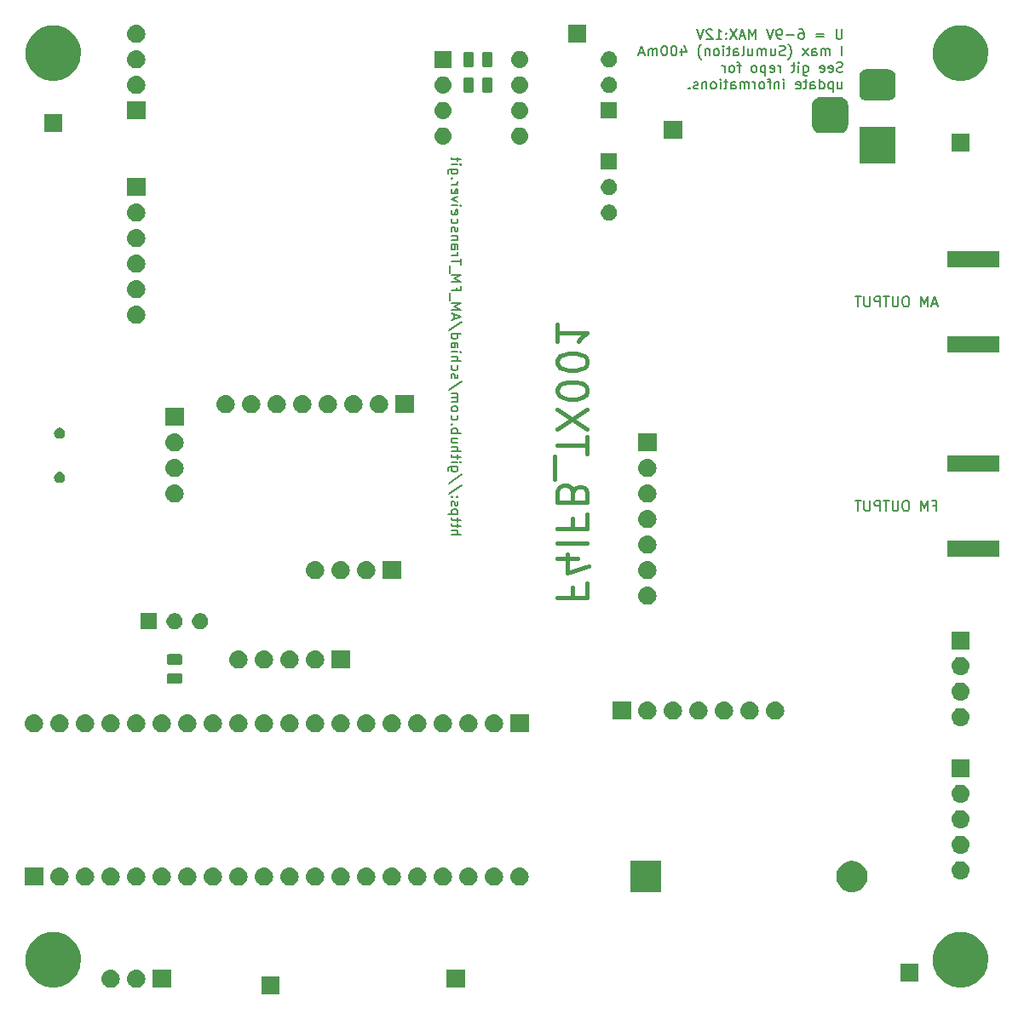
<source format=gbr>
G04 #@! TF.GenerationSoftware,KiCad,Pcbnew,5.1.4+dfsg1-1*
G04 #@! TF.CreationDate,2020-04-17T13:06:51+02:00*
G04 #@! TF.ProjectId,Transceiver,5472616e-7363-4656-9976-65722e6b6963,rev?*
G04 #@! TF.SameCoordinates,Original*
G04 #@! TF.FileFunction,Soldermask,Bot*
G04 #@! TF.FilePolarity,Negative*
%FSLAX46Y46*%
G04 Gerber Fmt 4.6, Leading zero omitted, Abs format (unit mm)*
G04 Created by KiCad (PCBNEW 5.1.4+dfsg1-1) date 2020-04-17 13:06:51*
%MOMM*%
%LPD*%
G04 APERTURE LIST*
%ADD10C,0.150000*%
%ADD11C,0.450000*%
%ADD12C,0.100000*%
G04 APERTURE END LIST*
D10*
X132379404Y-57937380D02*
X132379404Y-58746904D01*
X132331785Y-58842142D01*
X132284166Y-58889761D01*
X132188928Y-58937380D01*
X131998452Y-58937380D01*
X131903214Y-58889761D01*
X131855595Y-58842142D01*
X131807976Y-58746904D01*
X131807976Y-57937380D01*
X130569880Y-58413571D02*
X129807976Y-58413571D01*
X129807976Y-58699285D02*
X130569880Y-58699285D01*
X128141309Y-57937380D02*
X128331785Y-57937380D01*
X128427023Y-57985000D01*
X128474642Y-58032619D01*
X128569880Y-58175476D01*
X128617500Y-58365952D01*
X128617500Y-58746904D01*
X128569880Y-58842142D01*
X128522261Y-58889761D01*
X128427023Y-58937380D01*
X128236547Y-58937380D01*
X128141309Y-58889761D01*
X128093690Y-58842142D01*
X128046071Y-58746904D01*
X128046071Y-58508809D01*
X128093690Y-58413571D01*
X128141309Y-58365952D01*
X128236547Y-58318333D01*
X128427023Y-58318333D01*
X128522261Y-58365952D01*
X128569880Y-58413571D01*
X128617500Y-58508809D01*
X127617500Y-58556428D02*
X126855595Y-58556428D01*
X126331785Y-58937380D02*
X126141309Y-58937380D01*
X126046071Y-58889761D01*
X125998452Y-58842142D01*
X125903214Y-58699285D01*
X125855595Y-58508809D01*
X125855595Y-58127857D01*
X125903214Y-58032619D01*
X125950833Y-57985000D01*
X126046071Y-57937380D01*
X126236547Y-57937380D01*
X126331785Y-57985000D01*
X126379404Y-58032619D01*
X126427023Y-58127857D01*
X126427023Y-58365952D01*
X126379404Y-58461190D01*
X126331785Y-58508809D01*
X126236547Y-58556428D01*
X126046071Y-58556428D01*
X125950833Y-58508809D01*
X125903214Y-58461190D01*
X125855595Y-58365952D01*
X125569880Y-57937380D02*
X125236547Y-58937380D01*
X124903214Y-57937380D01*
X123807976Y-58937380D02*
X123807976Y-57937380D01*
X123474642Y-58651666D01*
X123141309Y-57937380D01*
X123141309Y-58937380D01*
X122712738Y-58651666D02*
X122236547Y-58651666D01*
X122807976Y-58937380D02*
X122474642Y-57937380D01*
X122141309Y-58937380D01*
X121903214Y-57937380D02*
X121236547Y-58937380D01*
X121236547Y-57937380D02*
X121903214Y-58937380D01*
X120855595Y-58842142D02*
X120807976Y-58889761D01*
X120855595Y-58937380D01*
X120903214Y-58889761D01*
X120855595Y-58842142D01*
X120855595Y-58937380D01*
X120855595Y-58318333D02*
X120807976Y-58365952D01*
X120855595Y-58413571D01*
X120903214Y-58365952D01*
X120855595Y-58318333D01*
X120855595Y-58413571D01*
X119855595Y-58937380D02*
X120427023Y-58937380D01*
X120141309Y-58937380D02*
X120141309Y-57937380D01*
X120236547Y-58080238D01*
X120331785Y-58175476D01*
X120427023Y-58223095D01*
X119474642Y-58032619D02*
X119427023Y-57985000D01*
X119331785Y-57937380D01*
X119093690Y-57937380D01*
X118998452Y-57985000D01*
X118950833Y-58032619D01*
X118903214Y-58127857D01*
X118903214Y-58223095D01*
X118950833Y-58365952D01*
X119522261Y-58937380D01*
X118903214Y-58937380D01*
X118617500Y-57937380D02*
X118284166Y-58937380D01*
X117950833Y-57937380D01*
X132379404Y-60587380D02*
X132379404Y-59587380D01*
X131141309Y-60587380D02*
X131141309Y-59920714D01*
X131141309Y-60015952D02*
X131093690Y-59968333D01*
X130998452Y-59920714D01*
X130855595Y-59920714D01*
X130760357Y-59968333D01*
X130712738Y-60063571D01*
X130712738Y-60587380D01*
X130712738Y-60063571D02*
X130665119Y-59968333D01*
X130569880Y-59920714D01*
X130427023Y-59920714D01*
X130331785Y-59968333D01*
X130284166Y-60063571D01*
X130284166Y-60587380D01*
X129379404Y-60587380D02*
X129379404Y-60063571D01*
X129427023Y-59968333D01*
X129522261Y-59920714D01*
X129712738Y-59920714D01*
X129807976Y-59968333D01*
X129379404Y-60539761D02*
X129474642Y-60587380D01*
X129712738Y-60587380D01*
X129807976Y-60539761D01*
X129855595Y-60444523D01*
X129855595Y-60349285D01*
X129807976Y-60254047D01*
X129712738Y-60206428D01*
X129474642Y-60206428D01*
X129379404Y-60158809D01*
X128998452Y-60587380D02*
X128474642Y-59920714D01*
X128998452Y-59920714D02*
X128474642Y-60587380D01*
X127046071Y-60968333D02*
X127093690Y-60920714D01*
X127188928Y-60777857D01*
X127236547Y-60682619D01*
X127284166Y-60539761D01*
X127331785Y-60301666D01*
X127331785Y-60111190D01*
X127284166Y-59873095D01*
X127236547Y-59730238D01*
X127188928Y-59635000D01*
X127093690Y-59492142D01*
X127046071Y-59444523D01*
X126712738Y-60539761D02*
X126569880Y-60587380D01*
X126331785Y-60587380D01*
X126236547Y-60539761D01*
X126188928Y-60492142D01*
X126141309Y-60396904D01*
X126141309Y-60301666D01*
X126188928Y-60206428D01*
X126236547Y-60158809D01*
X126331785Y-60111190D01*
X126522261Y-60063571D01*
X126617500Y-60015952D01*
X126665119Y-59968333D01*
X126712738Y-59873095D01*
X126712738Y-59777857D01*
X126665119Y-59682619D01*
X126617500Y-59635000D01*
X126522261Y-59587380D01*
X126284166Y-59587380D01*
X126141309Y-59635000D01*
X125284166Y-59920714D02*
X125284166Y-60587380D01*
X125712738Y-59920714D02*
X125712738Y-60444523D01*
X125665119Y-60539761D01*
X125569880Y-60587380D01*
X125427023Y-60587380D01*
X125331785Y-60539761D01*
X125284166Y-60492142D01*
X124807976Y-60587380D02*
X124807976Y-59920714D01*
X124807976Y-60015952D02*
X124760357Y-59968333D01*
X124665119Y-59920714D01*
X124522261Y-59920714D01*
X124427023Y-59968333D01*
X124379404Y-60063571D01*
X124379404Y-60587380D01*
X124379404Y-60063571D02*
X124331785Y-59968333D01*
X124236547Y-59920714D01*
X124093690Y-59920714D01*
X123998452Y-59968333D01*
X123950833Y-60063571D01*
X123950833Y-60587380D01*
X123046071Y-59920714D02*
X123046071Y-60587380D01*
X123474642Y-59920714D02*
X123474642Y-60444523D01*
X123427023Y-60539761D01*
X123331785Y-60587380D01*
X123188928Y-60587380D01*
X123093690Y-60539761D01*
X123046071Y-60492142D01*
X122427023Y-60587380D02*
X122522261Y-60539761D01*
X122569880Y-60444523D01*
X122569880Y-59587380D01*
X121617500Y-60587380D02*
X121617500Y-60063571D01*
X121665119Y-59968333D01*
X121760357Y-59920714D01*
X121950833Y-59920714D01*
X122046071Y-59968333D01*
X121617500Y-60539761D02*
X121712738Y-60587380D01*
X121950833Y-60587380D01*
X122046071Y-60539761D01*
X122093690Y-60444523D01*
X122093690Y-60349285D01*
X122046071Y-60254047D01*
X121950833Y-60206428D01*
X121712738Y-60206428D01*
X121617500Y-60158809D01*
X121284166Y-59920714D02*
X120903214Y-59920714D01*
X121141309Y-59587380D02*
X121141309Y-60444523D01*
X121093690Y-60539761D01*
X120998452Y-60587380D01*
X120903214Y-60587380D01*
X120569880Y-60587380D02*
X120569880Y-59920714D01*
X120569880Y-59587380D02*
X120617500Y-59635000D01*
X120569880Y-59682619D01*
X120522261Y-59635000D01*
X120569880Y-59587380D01*
X120569880Y-59682619D01*
X119950833Y-60587380D02*
X120046071Y-60539761D01*
X120093690Y-60492142D01*
X120141309Y-60396904D01*
X120141309Y-60111190D01*
X120093690Y-60015952D01*
X120046071Y-59968333D01*
X119950833Y-59920714D01*
X119807976Y-59920714D01*
X119712738Y-59968333D01*
X119665119Y-60015952D01*
X119617500Y-60111190D01*
X119617500Y-60396904D01*
X119665119Y-60492142D01*
X119712738Y-60539761D01*
X119807976Y-60587380D01*
X119950833Y-60587380D01*
X119188928Y-59920714D02*
X119188928Y-60587380D01*
X119188928Y-60015952D02*
X119141309Y-59968333D01*
X119046071Y-59920714D01*
X118903214Y-59920714D01*
X118807976Y-59968333D01*
X118760357Y-60063571D01*
X118760357Y-60587380D01*
X118379404Y-60968333D02*
X118331785Y-60920714D01*
X118236547Y-60777857D01*
X118188928Y-60682619D01*
X118141309Y-60539761D01*
X118093690Y-60301666D01*
X118093690Y-60111190D01*
X118141309Y-59873095D01*
X118188928Y-59730238D01*
X118236547Y-59635000D01*
X118331785Y-59492142D01*
X118379404Y-59444523D01*
X116427023Y-59920714D02*
X116427023Y-60587380D01*
X116665119Y-59539761D02*
X116903214Y-60254047D01*
X116284166Y-60254047D01*
X115712738Y-59587380D02*
X115617500Y-59587380D01*
X115522261Y-59635000D01*
X115474642Y-59682619D01*
X115427023Y-59777857D01*
X115379404Y-59968333D01*
X115379404Y-60206428D01*
X115427023Y-60396904D01*
X115474642Y-60492142D01*
X115522261Y-60539761D01*
X115617500Y-60587380D01*
X115712738Y-60587380D01*
X115807976Y-60539761D01*
X115855595Y-60492142D01*
X115903214Y-60396904D01*
X115950833Y-60206428D01*
X115950833Y-59968333D01*
X115903214Y-59777857D01*
X115855595Y-59682619D01*
X115807976Y-59635000D01*
X115712738Y-59587380D01*
X114760357Y-59587380D02*
X114665119Y-59587380D01*
X114569880Y-59635000D01*
X114522261Y-59682619D01*
X114474642Y-59777857D01*
X114427023Y-59968333D01*
X114427023Y-60206428D01*
X114474642Y-60396904D01*
X114522261Y-60492142D01*
X114569880Y-60539761D01*
X114665119Y-60587380D01*
X114760357Y-60587380D01*
X114855595Y-60539761D01*
X114903214Y-60492142D01*
X114950833Y-60396904D01*
X114998452Y-60206428D01*
X114998452Y-59968333D01*
X114950833Y-59777857D01*
X114903214Y-59682619D01*
X114855595Y-59635000D01*
X114760357Y-59587380D01*
X113998452Y-60587380D02*
X113998452Y-59920714D01*
X113998452Y-60015952D02*
X113950833Y-59968333D01*
X113855595Y-59920714D01*
X113712738Y-59920714D01*
X113617500Y-59968333D01*
X113569880Y-60063571D01*
X113569880Y-60587380D01*
X113569880Y-60063571D02*
X113522261Y-59968333D01*
X113427023Y-59920714D01*
X113284166Y-59920714D01*
X113188928Y-59968333D01*
X113141309Y-60063571D01*
X113141309Y-60587380D01*
X112712738Y-60301666D02*
X112236547Y-60301666D01*
X112807976Y-60587380D02*
X112474642Y-59587380D01*
X112141309Y-60587380D01*
X132427023Y-62189761D02*
X132284166Y-62237380D01*
X132046071Y-62237380D01*
X131950833Y-62189761D01*
X131903214Y-62142142D01*
X131855595Y-62046904D01*
X131855595Y-61951666D01*
X131903214Y-61856428D01*
X131950833Y-61808809D01*
X132046071Y-61761190D01*
X132236547Y-61713571D01*
X132331785Y-61665952D01*
X132379404Y-61618333D01*
X132427023Y-61523095D01*
X132427023Y-61427857D01*
X132379404Y-61332619D01*
X132331785Y-61285000D01*
X132236547Y-61237380D01*
X131998452Y-61237380D01*
X131855595Y-61285000D01*
X131046071Y-62189761D02*
X131141309Y-62237380D01*
X131331785Y-62237380D01*
X131427023Y-62189761D01*
X131474642Y-62094523D01*
X131474642Y-61713571D01*
X131427023Y-61618333D01*
X131331785Y-61570714D01*
X131141309Y-61570714D01*
X131046071Y-61618333D01*
X130998452Y-61713571D01*
X130998452Y-61808809D01*
X131474642Y-61904047D01*
X130188928Y-62189761D02*
X130284166Y-62237380D01*
X130474642Y-62237380D01*
X130569880Y-62189761D01*
X130617500Y-62094523D01*
X130617500Y-61713571D01*
X130569880Y-61618333D01*
X130474642Y-61570714D01*
X130284166Y-61570714D01*
X130188928Y-61618333D01*
X130141309Y-61713571D01*
X130141309Y-61808809D01*
X130617500Y-61904047D01*
X128522261Y-61570714D02*
X128522261Y-62380238D01*
X128569880Y-62475476D01*
X128617500Y-62523095D01*
X128712738Y-62570714D01*
X128855595Y-62570714D01*
X128950833Y-62523095D01*
X128522261Y-62189761D02*
X128617500Y-62237380D01*
X128807976Y-62237380D01*
X128903214Y-62189761D01*
X128950833Y-62142142D01*
X128998452Y-62046904D01*
X128998452Y-61761190D01*
X128950833Y-61665952D01*
X128903214Y-61618333D01*
X128807976Y-61570714D01*
X128617500Y-61570714D01*
X128522261Y-61618333D01*
X128046071Y-62237380D02*
X128046071Y-61570714D01*
X128046071Y-61237380D02*
X128093690Y-61285000D01*
X128046071Y-61332619D01*
X127998452Y-61285000D01*
X128046071Y-61237380D01*
X128046071Y-61332619D01*
X127712738Y-61570714D02*
X127331785Y-61570714D01*
X127569880Y-61237380D02*
X127569880Y-62094523D01*
X127522261Y-62189761D01*
X127427023Y-62237380D01*
X127331785Y-62237380D01*
X126236547Y-62237380D02*
X126236547Y-61570714D01*
X126236547Y-61761190D02*
X126188928Y-61665952D01*
X126141309Y-61618333D01*
X126046071Y-61570714D01*
X125950833Y-61570714D01*
X125236547Y-62189761D02*
X125331785Y-62237380D01*
X125522261Y-62237380D01*
X125617500Y-62189761D01*
X125665119Y-62094523D01*
X125665119Y-61713571D01*
X125617500Y-61618333D01*
X125522261Y-61570714D01*
X125331785Y-61570714D01*
X125236547Y-61618333D01*
X125188928Y-61713571D01*
X125188928Y-61808809D01*
X125665119Y-61904047D01*
X124760357Y-61570714D02*
X124760357Y-62570714D01*
X124760357Y-61618333D02*
X124665119Y-61570714D01*
X124474642Y-61570714D01*
X124379404Y-61618333D01*
X124331785Y-61665952D01*
X124284166Y-61761190D01*
X124284166Y-62046904D01*
X124331785Y-62142142D01*
X124379404Y-62189761D01*
X124474642Y-62237380D01*
X124665119Y-62237380D01*
X124760357Y-62189761D01*
X123712738Y-62237380D02*
X123807976Y-62189761D01*
X123855595Y-62142142D01*
X123903214Y-62046904D01*
X123903214Y-61761190D01*
X123855595Y-61665952D01*
X123807976Y-61618333D01*
X123712738Y-61570714D01*
X123569880Y-61570714D01*
X123474642Y-61618333D01*
X123427023Y-61665952D01*
X123379404Y-61761190D01*
X123379404Y-62046904D01*
X123427023Y-62142142D01*
X123474642Y-62189761D01*
X123569880Y-62237380D01*
X123712738Y-62237380D01*
X122331785Y-61570714D02*
X121950833Y-61570714D01*
X122188928Y-62237380D02*
X122188928Y-61380238D01*
X122141309Y-61285000D01*
X122046071Y-61237380D01*
X121950833Y-61237380D01*
X121474642Y-62237380D02*
X121569880Y-62189761D01*
X121617500Y-62142142D01*
X121665119Y-62046904D01*
X121665119Y-61761190D01*
X121617500Y-61665952D01*
X121569880Y-61618333D01*
X121474642Y-61570714D01*
X121331785Y-61570714D01*
X121236547Y-61618333D01*
X121188928Y-61665952D01*
X121141309Y-61761190D01*
X121141309Y-62046904D01*
X121188928Y-62142142D01*
X121236547Y-62189761D01*
X121331785Y-62237380D01*
X121474642Y-62237380D01*
X120712738Y-62237380D02*
X120712738Y-61570714D01*
X120712738Y-61761190D02*
X120665119Y-61665952D01*
X120617500Y-61618333D01*
X120522261Y-61570714D01*
X120427023Y-61570714D01*
X131950833Y-63220714D02*
X131950833Y-63887380D01*
X132379404Y-63220714D02*
X132379404Y-63744523D01*
X132331785Y-63839761D01*
X132236547Y-63887380D01*
X132093690Y-63887380D01*
X131998452Y-63839761D01*
X131950833Y-63792142D01*
X131474642Y-63220714D02*
X131474642Y-64220714D01*
X131474642Y-63268333D02*
X131379404Y-63220714D01*
X131188928Y-63220714D01*
X131093690Y-63268333D01*
X131046071Y-63315952D01*
X130998452Y-63411190D01*
X130998452Y-63696904D01*
X131046071Y-63792142D01*
X131093690Y-63839761D01*
X131188928Y-63887380D01*
X131379404Y-63887380D01*
X131474642Y-63839761D01*
X130141309Y-63887380D02*
X130141309Y-62887380D01*
X130141309Y-63839761D02*
X130236547Y-63887380D01*
X130427023Y-63887380D01*
X130522261Y-63839761D01*
X130569880Y-63792142D01*
X130617500Y-63696904D01*
X130617500Y-63411190D01*
X130569880Y-63315952D01*
X130522261Y-63268333D01*
X130427023Y-63220714D01*
X130236547Y-63220714D01*
X130141309Y-63268333D01*
X129236547Y-63887380D02*
X129236547Y-63363571D01*
X129284166Y-63268333D01*
X129379404Y-63220714D01*
X129569880Y-63220714D01*
X129665119Y-63268333D01*
X129236547Y-63839761D02*
X129331785Y-63887380D01*
X129569880Y-63887380D01*
X129665119Y-63839761D01*
X129712738Y-63744523D01*
X129712738Y-63649285D01*
X129665119Y-63554047D01*
X129569880Y-63506428D01*
X129331785Y-63506428D01*
X129236547Y-63458809D01*
X128903214Y-63220714D02*
X128522261Y-63220714D01*
X128760357Y-62887380D02*
X128760357Y-63744523D01*
X128712738Y-63839761D01*
X128617500Y-63887380D01*
X128522261Y-63887380D01*
X127807976Y-63839761D02*
X127903214Y-63887380D01*
X128093690Y-63887380D01*
X128188928Y-63839761D01*
X128236547Y-63744523D01*
X128236547Y-63363571D01*
X128188928Y-63268333D01*
X128093690Y-63220714D01*
X127903214Y-63220714D01*
X127807976Y-63268333D01*
X127760357Y-63363571D01*
X127760357Y-63458809D01*
X128236547Y-63554047D01*
X126569880Y-63887380D02*
X126569880Y-63220714D01*
X126569880Y-62887380D02*
X126617500Y-62935000D01*
X126569880Y-62982619D01*
X126522261Y-62935000D01*
X126569880Y-62887380D01*
X126569880Y-62982619D01*
X126093690Y-63220714D02*
X126093690Y-63887380D01*
X126093690Y-63315952D02*
X126046071Y-63268333D01*
X125950833Y-63220714D01*
X125807976Y-63220714D01*
X125712738Y-63268333D01*
X125665119Y-63363571D01*
X125665119Y-63887380D01*
X125331785Y-63220714D02*
X124950833Y-63220714D01*
X125188928Y-63887380D02*
X125188928Y-63030238D01*
X125141309Y-62935000D01*
X125046071Y-62887380D01*
X124950833Y-62887380D01*
X124474642Y-63887380D02*
X124569880Y-63839761D01*
X124617500Y-63792142D01*
X124665119Y-63696904D01*
X124665119Y-63411190D01*
X124617500Y-63315952D01*
X124569880Y-63268333D01*
X124474642Y-63220714D01*
X124331785Y-63220714D01*
X124236547Y-63268333D01*
X124188928Y-63315952D01*
X124141309Y-63411190D01*
X124141309Y-63696904D01*
X124188928Y-63792142D01*
X124236547Y-63839761D01*
X124331785Y-63887380D01*
X124474642Y-63887380D01*
X123712738Y-63887380D02*
X123712738Y-63220714D01*
X123712738Y-63411190D02*
X123665119Y-63315952D01*
X123617500Y-63268333D01*
X123522261Y-63220714D01*
X123427023Y-63220714D01*
X123093690Y-63887380D02*
X123093690Y-63220714D01*
X123093690Y-63315952D02*
X123046071Y-63268333D01*
X122950833Y-63220714D01*
X122807976Y-63220714D01*
X122712738Y-63268333D01*
X122665119Y-63363571D01*
X122665119Y-63887380D01*
X122665119Y-63363571D02*
X122617500Y-63268333D01*
X122522261Y-63220714D01*
X122379404Y-63220714D01*
X122284166Y-63268333D01*
X122236547Y-63363571D01*
X122236547Y-63887380D01*
X121331785Y-63887380D02*
X121331785Y-63363571D01*
X121379404Y-63268333D01*
X121474642Y-63220714D01*
X121665119Y-63220714D01*
X121760357Y-63268333D01*
X121331785Y-63839761D02*
X121427023Y-63887380D01*
X121665119Y-63887380D01*
X121760357Y-63839761D01*
X121807976Y-63744523D01*
X121807976Y-63649285D01*
X121760357Y-63554047D01*
X121665119Y-63506428D01*
X121427023Y-63506428D01*
X121331785Y-63458809D01*
X120998452Y-63220714D02*
X120617500Y-63220714D01*
X120855595Y-62887380D02*
X120855595Y-63744523D01*
X120807976Y-63839761D01*
X120712738Y-63887380D01*
X120617500Y-63887380D01*
X120284166Y-63887380D02*
X120284166Y-63220714D01*
X120284166Y-62887380D02*
X120331785Y-62935000D01*
X120284166Y-62982619D01*
X120236547Y-62935000D01*
X120284166Y-62887380D01*
X120284166Y-62982619D01*
X119665119Y-63887380D02*
X119760357Y-63839761D01*
X119807976Y-63792142D01*
X119855595Y-63696904D01*
X119855595Y-63411190D01*
X119807976Y-63315952D01*
X119760357Y-63268333D01*
X119665119Y-63220714D01*
X119522261Y-63220714D01*
X119427023Y-63268333D01*
X119379404Y-63315952D01*
X119331785Y-63411190D01*
X119331785Y-63696904D01*
X119379404Y-63792142D01*
X119427023Y-63839761D01*
X119522261Y-63887380D01*
X119665119Y-63887380D01*
X118903214Y-63220714D02*
X118903214Y-63887380D01*
X118903214Y-63315952D02*
X118855595Y-63268333D01*
X118760357Y-63220714D01*
X118617500Y-63220714D01*
X118522261Y-63268333D01*
X118474642Y-63363571D01*
X118474642Y-63887380D01*
X118046071Y-63839761D02*
X117950833Y-63887380D01*
X117760357Y-63887380D01*
X117665119Y-63839761D01*
X117617500Y-63744523D01*
X117617500Y-63696904D01*
X117665119Y-63601666D01*
X117760357Y-63554047D01*
X117903214Y-63554047D01*
X117998452Y-63506428D01*
X118046071Y-63411190D01*
X118046071Y-63363571D01*
X117998452Y-63268333D01*
X117903214Y-63220714D01*
X117760357Y-63220714D01*
X117665119Y-63268333D01*
X117188928Y-63792142D02*
X117141309Y-63839761D01*
X117188928Y-63887380D01*
X117236547Y-63839761D01*
X117188928Y-63792142D01*
X117188928Y-63887380D01*
X141437857Y-105338571D02*
X141771190Y-105338571D01*
X141771190Y-105862380D02*
X141771190Y-104862380D01*
X141295000Y-104862380D01*
X140914047Y-105862380D02*
X140914047Y-104862380D01*
X140580714Y-105576666D01*
X140247380Y-104862380D01*
X140247380Y-105862380D01*
X138818809Y-104862380D02*
X138628333Y-104862380D01*
X138533095Y-104910000D01*
X138437857Y-105005238D01*
X138390238Y-105195714D01*
X138390238Y-105529047D01*
X138437857Y-105719523D01*
X138533095Y-105814761D01*
X138628333Y-105862380D01*
X138818809Y-105862380D01*
X138914047Y-105814761D01*
X139009285Y-105719523D01*
X139056904Y-105529047D01*
X139056904Y-105195714D01*
X139009285Y-105005238D01*
X138914047Y-104910000D01*
X138818809Y-104862380D01*
X137961666Y-104862380D02*
X137961666Y-105671904D01*
X137914047Y-105767142D01*
X137866428Y-105814761D01*
X137771190Y-105862380D01*
X137580714Y-105862380D01*
X137485476Y-105814761D01*
X137437857Y-105767142D01*
X137390238Y-105671904D01*
X137390238Y-104862380D01*
X137056904Y-104862380D02*
X136485476Y-104862380D01*
X136771190Y-105862380D02*
X136771190Y-104862380D01*
X136152142Y-105862380D02*
X136152142Y-104862380D01*
X135771190Y-104862380D01*
X135675952Y-104910000D01*
X135628333Y-104957619D01*
X135580714Y-105052857D01*
X135580714Y-105195714D01*
X135628333Y-105290952D01*
X135675952Y-105338571D01*
X135771190Y-105386190D01*
X136152142Y-105386190D01*
X135152142Y-104862380D02*
X135152142Y-105671904D01*
X135104523Y-105767142D01*
X135056904Y-105814761D01*
X134961666Y-105862380D01*
X134771190Y-105862380D01*
X134675952Y-105814761D01*
X134628333Y-105767142D01*
X134580714Y-105671904D01*
X134580714Y-104862380D01*
X134247380Y-104862380D02*
X133675952Y-104862380D01*
X133961666Y-105862380D02*
X133961666Y-104862380D01*
X141818809Y-85256666D02*
X141342619Y-85256666D01*
X141914047Y-85542380D02*
X141580714Y-84542380D01*
X141247380Y-85542380D01*
X140914047Y-85542380D02*
X140914047Y-84542380D01*
X140580714Y-85256666D01*
X140247380Y-84542380D01*
X140247380Y-85542380D01*
X138818809Y-84542380D02*
X138628333Y-84542380D01*
X138533095Y-84590000D01*
X138437857Y-84685238D01*
X138390238Y-84875714D01*
X138390238Y-85209047D01*
X138437857Y-85399523D01*
X138533095Y-85494761D01*
X138628333Y-85542380D01*
X138818809Y-85542380D01*
X138914047Y-85494761D01*
X139009285Y-85399523D01*
X139056904Y-85209047D01*
X139056904Y-84875714D01*
X139009285Y-84685238D01*
X138914047Y-84590000D01*
X138818809Y-84542380D01*
X137961666Y-84542380D02*
X137961666Y-85351904D01*
X137914047Y-85447142D01*
X137866428Y-85494761D01*
X137771190Y-85542380D01*
X137580714Y-85542380D01*
X137485476Y-85494761D01*
X137437857Y-85447142D01*
X137390238Y-85351904D01*
X137390238Y-84542380D01*
X137056904Y-84542380D02*
X136485476Y-84542380D01*
X136771190Y-85542380D02*
X136771190Y-84542380D01*
X136152142Y-85542380D02*
X136152142Y-84542380D01*
X135771190Y-84542380D01*
X135675952Y-84590000D01*
X135628333Y-84637619D01*
X135580714Y-84732857D01*
X135580714Y-84875714D01*
X135628333Y-84970952D01*
X135675952Y-85018571D01*
X135771190Y-85066190D01*
X136152142Y-85066190D01*
X135152142Y-84542380D02*
X135152142Y-85351904D01*
X135104523Y-85447142D01*
X135056904Y-85494761D01*
X134961666Y-85542380D01*
X134771190Y-85542380D01*
X134675952Y-85494761D01*
X134628333Y-85447142D01*
X134580714Y-85351904D01*
X134580714Y-84542380D01*
X134247380Y-84542380D02*
X133675952Y-84542380D01*
X133961666Y-85542380D02*
X133961666Y-84542380D01*
D11*
X105624285Y-113465000D02*
X105624285Y-114465000D01*
X104052857Y-114465000D02*
X107052857Y-114465000D01*
X107052857Y-113036428D01*
X106052857Y-110607857D02*
X104052857Y-110607857D01*
X107195714Y-111322142D02*
X105052857Y-112036428D01*
X105052857Y-110179285D01*
X104052857Y-109036428D02*
X107052857Y-109036428D01*
X105624285Y-106607857D02*
X105624285Y-107607857D01*
X104052857Y-107607857D02*
X107052857Y-107607857D01*
X107052857Y-106179285D01*
X105624285Y-104036428D02*
X105481428Y-103607857D01*
X105338571Y-103465000D01*
X105052857Y-103322142D01*
X104624285Y-103322142D01*
X104338571Y-103465000D01*
X104195714Y-103607857D01*
X104052857Y-103893571D01*
X104052857Y-105036428D01*
X107052857Y-105036428D01*
X107052857Y-104036428D01*
X106910000Y-103750714D01*
X106767142Y-103607857D01*
X106481428Y-103465000D01*
X106195714Y-103465000D01*
X105910000Y-103607857D01*
X105767142Y-103750714D01*
X105624285Y-104036428D01*
X105624285Y-105036428D01*
X103767142Y-102750714D02*
X103767142Y-100465000D01*
X107052857Y-100179285D02*
X107052857Y-98465000D01*
X104052857Y-99322142D02*
X107052857Y-99322142D01*
X107052857Y-97750714D02*
X104052857Y-95750714D01*
X107052857Y-95750714D02*
X104052857Y-97750714D01*
X107052857Y-94036428D02*
X107052857Y-93750714D01*
X106910000Y-93465000D01*
X106767142Y-93322142D01*
X106481428Y-93179285D01*
X105910000Y-93036428D01*
X105195714Y-93036428D01*
X104624285Y-93179285D01*
X104338571Y-93322142D01*
X104195714Y-93465000D01*
X104052857Y-93750714D01*
X104052857Y-94036428D01*
X104195714Y-94322142D01*
X104338571Y-94465000D01*
X104624285Y-94607857D01*
X105195714Y-94750714D01*
X105910000Y-94750714D01*
X106481428Y-94607857D01*
X106767142Y-94465000D01*
X106910000Y-94322142D01*
X107052857Y-94036428D01*
X107052857Y-91179285D02*
X107052857Y-90893571D01*
X106910000Y-90607857D01*
X106767142Y-90465000D01*
X106481428Y-90322142D01*
X105910000Y-90179285D01*
X105195714Y-90179285D01*
X104624285Y-90322142D01*
X104338571Y-90465000D01*
X104195714Y-90607857D01*
X104052857Y-90893571D01*
X104052857Y-91179285D01*
X104195714Y-91465000D01*
X104338571Y-91607857D01*
X104624285Y-91750714D01*
X105195714Y-91893571D01*
X105910000Y-91893571D01*
X106481428Y-91750714D01*
X106767142Y-91607857D01*
X106910000Y-91465000D01*
X107052857Y-91179285D01*
X104052857Y-87322142D02*
X104052857Y-89036428D01*
X104052857Y-88179285D02*
X107052857Y-88179285D01*
X106624285Y-88465000D01*
X106338571Y-88750714D01*
X106195714Y-89036428D01*
D10*
X93527619Y-108249285D02*
X94527619Y-108249285D01*
X93527619Y-107820714D02*
X94051428Y-107820714D01*
X94146666Y-107868333D01*
X94194285Y-107963571D01*
X94194285Y-108106428D01*
X94146666Y-108201666D01*
X94099047Y-108249285D01*
X94194285Y-107487380D02*
X94194285Y-107106428D01*
X94527619Y-107344523D02*
X93670476Y-107344523D01*
X93575238Y-107296904D01*
X93527619Y-107201666D01*
X93527619Y-107106428D01*
X94194285Y-106915952D02*
X94194285Y-106534999D01*
X94527619Y-106773095D02*
X93670476Y-106773095D01*
X93575238Y-106725476D01*
X93527619Y-106630238D01*
X93527619Y-106534999D01*
X94194285Y-106201666D02*
X93194285Y-106201666D01*
X94146666Y-106201666D02*
X94194285Y-106106428D01*
X94194285Y-105915952D01*
X94146666Y-105820714D01*
X94099047Y-105773095D01*
X94003809Y-105725476D01*
X93718095Y-105725476D01*
X93622857Y-105773095D01*
X93575238Y-105820714D01*
X93527619Y-105915952D01*
X93527619Y-106106428D01*
X93575238Y-106201666D01*
X93575238Y-105344523D02*
X93527619Y-105249285D01*
X93527619Y-105058809D01*
X93575238Y-104963571D01*
X93670476Y-104915952D01*
X93718095Y-104915952D01*
X93813333Y-104963571D01*
X93860952Y-105058809D01*
X93860952Y-105201666D01*
X93908571Y-105296904D01*
X94003809Y-105344523D01*
X94051428Y-105344523D01*
X94146666Y-105296904D01*
X94194285Y-105201666D01*
X94194285Y-105058809D01*
X94146666Y-104963571D01*
X93622857Y-104487380D02*
X93575238Y-104439761D01*
X93527619Y-104487380D01*
X93575238Y-104534999D01*
X93622857Y-104487380D01*
X93527619Y-104487380D01*
X94146666Y-104487380D02*
X94099047Y-104439761D01*
X94051428Y-104487380D01*
X94099047Y-104534999D01*
X94146666Y-104487380D01*
X94051428Y-104487380D01*
X94575238Y-103296904D02*
X93289523Y-104154047D01*
X94575238Y-102249285D02*
X93289523Y-103106428D01*
X94194285Y-101487380D02*
X93384761Y-101487380D01*
X93289523Y-101534999D01*
X93241904Y-101582619D01*
X93194285Y-101677857D01*
X93194285Y-101820714D01*
X93241904Y-101915952D01*
X93575238Y-101487380D02*
X93527619Y-101582619D01*
X93527619Y-101773095D01*
X93575238Y-101868333D01*
X93622857Y-101915952D01*
X93718095Y-101963571D01*
X94003809Y-101963571D01*
X94099047Y-101915952D01*
X94146666Y-101868333D01*
X94194285Y-101773095D01*
X94194285Y-101582619D01*
X94146666Y-101487380D01*
X93527619Y-101011190D02*
X94194285Y-101011190D01*
X94527619Y-101011190D02*
X94480000Y-101058809D01*
X94432380Y-101011190D01*
X94480000Y-100963571D01*
X94527619Y-101011190D01*
X94432380Y-101011190D01*
X94194285Y-100677857D02*
X94194285Y-100296904D01*
X94527619Y-100534999D02*
X93670476Y-100534999D01*
X93575238Y-100487380D01*
X93527619Y-100392142D01*
X93527619Y-100296904D01*
X93527619Y-99963571D02*
X94527619Y-99963571D01*
X93527619Y-99534999D02*
X94051428Y-99534999D01*
X94146666Y-99582619D01*
X94194285Y-99677857D01*
X94194285Y-99820714D01*
X94146666Y-99915952D01*
X94099047Y-99963571D01*
X94194285Y-98630238D02*
X93527619Y-98630238D01*
X94194285Y-99058809D02*
X93670476Y-99058809D01*
X93575238Y-99011190D01*
X93527619Y-98915952D01*
X93527619Y-98773095D01*
X93575238Y-98677857D01*
X93622857Y-98630238D01*
X93527619Y-98154047D02*
X94527619Y-98154047D01*
X94146666Y-98154047D02*
X94194285Y-98058809D01*
X94194285Y-97868333D01*
X94146666Y-97773095D01*
X94099047Y-97725476D01*
X94003809Y-97677857D01*
X93718095Y-97677857D01*
X93622857Y-97725476D01*
X93575238Y-97773095D01*
X93527619Y-97868333D01*
X93527619Y-98058809D01*
X93575238Y-98154047D01*
X93622857Y-97249285D02*
X93575238Y-97201666D01*
X93527619Y-97249285D01*
X93575238Y-97296904D01*
X93622857Y-97249285D01*
X93527619Y-97249285D01*
X93575238Y-96344523D02*
X93527619Y-96439761D01*
X93527619Y-96630238D01*
X93575238Y-96725476D01*
X93622857Y-96773095D01*
X93718095Y-96820714D01*
X94003809Y-96820714D01*
X94099047Y-96773095D01*
X94146666Y-96725476D01*
X94194285Y-96630238D01*
X94194285Y-96439761D01*
X94146666Y-96344523D01*
X93527619Y-95773095D02*
X93575238Y-95868333D01*
X93622857Y-95915952D01*
X93718095Y-95963571D01*
X94003809Y-95963571D01*
X94099047Y-95915952D01*
X94146666Y-95868333D01*
X94194285Y-95773095D01*
X94194285Y-95630238D01*
X94146666Y-95534999D01*
X94099047Y-95487380D01*
X94003809Y-95439761D01*
X93718095Y-95439761D01*
X93622857Y-95487380D01*
X93575238Y-95534999D01*
X93527619Y-95630238D01*
X93527619Y-95773095D01*
X93527619Y-95011190D02*
X94194285Y-95011190D01*
X94099047Y-95011190D02*
X94146666Y-94963571D01*
X94194285Y-94868333D01*
X94194285Y-94725476D01*
X94146666Y-94630238D01*
X94051428Y-94582619D01*
X93527619Y-94582619D01*
X94051428Y-94582619D02*
X94146666Y-94535000D01*
X94194285Y-94439761D01*
X94194285Y-94296904D01*
X94146666Y-94201666D01*
X94051428Y-94154047D01*
X93527619Y-94154047D01*
X94575238Y-92963571D02*
X93289523Y-93820714D01*
X93575238Y-92677857D02*
X93527619Y-92582619D01*
X93527619Y-92392142D01*
X93575238Y-92296904D01*
X93670476Y-92249285D01*
X93718095Y-92249285D01*
X93813333Y-92296904D01*
X93860952Y-92392142D01*
X93860952Y-92535000D01*
X93908571Y-92630238D01*
X94003809Y-92677857D01*
X94051428Y-92677857D01*
X94146666Y-92630238D01*
X94194285Y-92535000D01*
X94194285Y-92392142D01*
X94146666Y-92296904D01*
X93575238Y-91392142D02*
X93527619Y-91487380D01*
X93527619Y-91677857D01*
X93575238Y-91773095D01*
X93622857Y-91820714D01*
X93718095Y-91868333D01*
X94003809Y-91868333D01*
X94099047Y-91820714D01*
X94146666Y-91773095D01*
X94194285Y-91677857D01*
X94194285Y-91487380D01*
X94146666Y-91392142D01*
X93527619Y-90963571D02*
X94527619Y-90963571D01*
X93527619Y-90534999D02*
X94051428Y-90534999D01*
X94146666Y-90582619D01*
X94194285Y-90677857D01*
X94194285Y-90820714D01*
X94146666Y-90915952D01*
X94099047Y-90963571D01*
X93527619Y-90058809D02*
X94194285Y-90058809D01*
X94527619Y-90058809D02*
X94480000Y-90106428D01*
X94432380Y-90058809D01*
X94480000Y-90011190D01*
X94527619Y-90058809D01*
X94432380Y-90058809D01*
X93527619Y-89154047D02*
X94051428Y-89154047D01*
X94146666Y-89201666D01*
X94194285Y-89296904D01*
X94194285Y-89487380D01*
X94146666Y-89582619D01*
X93575238Y-89154047D02*
X93527619Y-89249285D01*
X93527619Y-89487380D01*
X93575238Y-89582619D01*
X93670476Y-89630238D01*
X93765714Y-89630238D01*
X93860952Y-89582619D01*
X93908571Y-89487380D01*
X93908571Y-89249285D01*
X93956190Y-89154047D01*
X93527619Y-88249285D02*
X94527619Y-88249285D01*
X93575238Y-88249285D02*
X93527619Y-88344523D01*
X93527619Y-88535000D01*
X93575238Y-88630238D01*
X93622857Y-88677857D01*
X93718095Y-88725476D01*
X94003809Y-88725476D01*
X94099047Y-88677857D01*
X94146666Y-88630238D01*
X94194285Y-88535000D01*
X94194285Y-88344523D01*
X94146666Y-88249285D01*
X94575238Y-87058809D02*
X93289523Y-87915952D01*
X93813333Y-86773095D02*
X93813333Y-86296904D01*
X93527619Y-86868333D02*
X94527619Y-86535000D01*
X93527619Y-86201666D01*
X93527619Y-85868333D02*
X94527619Y-85868333D01*
X93813333Y-85535000D01*
X94527619Y-85201666D01*
X93527619Y-85201666D01*
X93432380Y-84963571D02*
X93432380Y-84201666D01*
X94051428Y-83630238D02*
X94051428Y-83963571D01*
X93527619Y-83963571D02*
X94527619Y-83963571D01*
X94527619Y-83487380D01*
X93527619Y-83106428D02*
X94527619Y-83106428D01*
X93813333Y-82773095D01*
X94527619Y-82439761D01*
X93527619Y-82439761D01*
X93432380Y-82201666D02*
X93432380Y-81439761D01*
X94527619Y-81344523D02*
X94527619Y-80773095D01*
X93527619Y-81058809D02*
X94527619Y-81058809D01*
X93527619Y-80439761D02*
X94194285Y-80439761D01*
X94003809Y-80439761D02*
X94099047Y-80392142D01*
X94146666Y-80344523D01*
X94194285Y-80249285D01*
X94194285Y-80154047D01*
X93527619Y-79392142D02*
X94051428Y-79392142D01*
X94146666Y-79439761D01*
X94194285Y-79535000D01*
X94194285Y-79725476D01*
X94146666Y-79820714D01*
X93575238Y-79392142D02*
X93527619Y-79487380D01*
X93527619Y-79725476D01*
X93575238Y-79820714D01*
X93670476Y-79868333D01*
X93765714Y-79868333D01*
X93860952Y-79820714D01*
X93908571Y-79725476D01*
X93908571Y-79487380D01*
X93956190Y-79392142D01*
X94194285Y-78915952D02*
X93527619Y-78915952D01*
X94099047Y-78915952D02*
X94146666Y-78868333D01*
X94194285Y-78773095D01*
X94194285Y-78630238D01*
X94146666Y-78535000D01*
X94051428Y-78487380D01*
X93527619Y-78487380D01*
X93575238Y-78058809D02*
X93527619Y-77963571D01*
X93527619Y-77773095D01*
X93575238Y-77677857D01*
X93670476Y-77630238D01*
X93718095Y-77630238D01*
X93813333Y-77677857D01*
X93860952Y-77773095D01*
X93860952Y-77915952D01*
X93908571Y-78011190D01*
X94003809Y-78058809D01*
X94051428Y-78058809D01*
X94146666Y-78011190D01*
X94194285Y-77915952D01*
X94194285Y-77773095D01*
X94146666Y-77677857D01*
X93575238Y-76773095D02*
X93527619Y-76868333D01*
X93527619Y-77058809D01*
X93575238Y-77154047D01*
X93622857Y-77201666D01*
X93718095Y-77249285D01*
X94003809Y-77249285D01*
X94099047Y-77201666D01*
X94146666Y-77154047D01*
X94194285Y-77058809D01*
X94194285Y-76868333D01*
X94146666Y-76773095D01*
X93575238Y-75963571D02*
X93527619Y-76058809D01*
X93527619Y-76249285D01*
X93575238Y-76344523D01*
X93670476Y-76392142D01*
X94051428Y-76392142D01*
X94146666Y-76344523D01*
X94194285Y-76249285D01*
X94194285Y-76058809D01*
X94146666Y-75963571D01*
X94051428Y-75915952D01*
X93956190Y-75915952D01*
X93860952Y-76392142D01*
X93527619Y-75487380D02*
X94194285Y-75487380D01*
X94527619Y-75487380D02*
X94480000Y-75535000D01*
X94432380Y-75487380D01*
X94480000Y-75439761D01*
X94527619Y-75487380D01*
X94432380Y-75487380D01*
X94194285Y-75106428D02*
X93527619Y-74868333D01*
X94194285Y-74630238D01*
X93575238Y-73868333D02*
X93527619Y-73963571D01*
X93527619Y-74154047D01*
X93575238Y-74249285D01*
X93670476Y-74296904D01*
X94051428Y-74296904D01*
X94146666Y-74249285D01*
X94194285Y-74154047D01*
X94194285Y-73963571D01*
X94146666Y-73868333D01*
X94051428Y-73820714D01*
X93956190Y-73820714D01*
X93860952Y-74296904D01*
X93527619Y-73392142D02*
X94194285Y-73392142D01*
X94003809Y-73392142D02*
X94099047Y-73344523D01*
X94146666Y-73296904D01*
X94194285Y-73201666D01*
X94194285Y-73106428D01*
X93622857Y-72773095D02*
X93575238Y-72725476D01*
X93527619Y-72773095D01*
X93575238Y-72820714D01*
X93622857Y-72773095D01*
X93527619Y-72773095D01*
X94194285Y-71868333D02*
X93384761Y-71868333D01*
X93289523Y-71915952D01*
X93241904Y-71963571D01*
X93194285Y-72058809D01*
X93194285Y-72201666D01*
X93241904Y-72296904D01*
X93575238Y-71868333D02*
X93527619Y-71963571D01*
X93527619Y-72154047D01*
X93575238Y-72249285D01*
X93622857Y-72296904D01*
X93718095Y-72344523D01*
X94003809Y-72344523D01*
X94099047Y-72296904D01*
X94146666Y-72249285D01*
X94194285Y-72154047D01*
X94194285Y-71963571D01*
X94146666Y-71868333D01*
X93527619Y-71392142D02*
X94194285Y-71392142D01*
X94527619Y-71392142D02*
X94480000Y-71439761D01*
X94432380Y-71392142D01*
X94480000Y-71344523D01*
X94527619Y-71392142D01*
X94432380Y-71392142D01*
X94194285Y-71058809D02*
X94194285Y-70677857D01*
X94527619Y-70915952D02*
X93670476Y-70915952D01*
X93575238Y-70868333D01*
X93527619Y-70773095D01*
X93527619Y-70677857D01*
D12*
G36*
X76466000Y-153936000D02*
G01*
X74664000Y-153936000D01*
X74664000Y-152134000D01*
X76466000Y-152134000D01*
X76466000Y-153936000D01*
X76466000Y-153936000D01*
G37*
G36*
X94881000Y-153301000D02*
G01*
X93079000Y-153301000D01*
X93079000Y-151499000D01*
X94881000Y-151499000D01*
X94881000Y-153301000D01*
X94881000Y-153301000D01*
G37*
G36*
X65671000Y-153301000D02*
G01*
X63869000Y-153301000D01*
X63869000Y-151499000D01*
X65671000Y-151499000D01*
X65671000Y-153301000D01*
X65671000Y-153301000D01*
G37*
G36*
X59800443Y-151505519D02*
G01*
X59866627Y-151512037D01*
X60036466Y-151563557D01*
X60192991Y-151647222D01*
X60228729Y-151676552D01*
X60330186Y-151759814D01*
X60413448Y-151861271D01*
X60442778Y-151897009D01*
X60526443Y-152053534D01*
X60577963Y-152223373D01*
X60595359Y-152400000D01*
X60577963Y-152576627D01*
X60526443Y-152746466D01*
X60442778Y-152902991D01*
X60429089Y-152919671D01*
X60330186Y-153040186D01*
X60228729Y-153123448D01*
X60192991Y-153152778D01*
X60036466Y-153236443D01*
X59866627Y-153287963D01*
X59800443Y-153294481D01*
X59734260Y-153301000D01*
X59645740Y-153301000D01*
X59579557Y-153294481D01*
X59513373Y-153287963D01*
X59343534Y-153236443D01*
X59187009Y-153152778D01*
X59151271Y-153123448D01*
X59049814Y-153040186D01*
X58950911Y-152919671D01*
X58937222Y-152902991D01*
X58853557Y-152746466D01*
X58802037Y-152576627D01*
X58784641Y-152400000D01*
X58802037Y-152223373D01*
X58853557Y-152053534D01*
X58937222Y-151897009D01*
X58966552Y-151861271D01*
X59049814Y-151759814D01*
X59151271Y-151676552D01*
X59187009Y-151647222D01*
X59343534Y-151563557D01*
X59513373Y-151512037D01*
X59579557Y-151505519D01*
X59645740Y-151499000D01*
X59734260Y-151499000D01*
X59800443Y-151505519D01*
X59800443Y-151505519D01*
G37*
G36*
X62340443Y-151505519D02*
G01*
X62406627Y-151512037D01*
X62576466Y-151563557D01*
X62732991Y-151647222D01*
X62768729Y-151676552D01*
X62870186Y-151759814D01*
X62953448Y-151861271D01*
X62982778Y-151897009D01*
X63066443Y-152053534D01*
X63117963Y-152223373D01*
X63135359Y-152400000D01*
X63117963Y-152576627D01*
X63066443Y-152746466D01*
X62982778Y-152902991D01*
X62969089Y-152919671D01*
X62870186Y-153040186D01*
X62768729Y-153123448D01*
X62732991Y-153152778D01*
X62576466Y-153236443D01*
X62406627Y-153287963D01*
X62340443Y-153294481D01*
X62274260Y-153301000D01*
X62185740Y-153301000D01*
X62119557Y-153294481D01*
X62053373Y-153287963D01*
X61883534Y-153236443D01*
X61727009Y-153152778D01*
X61691271Y-153123448D01*
X61589814Y-153040186D01*
X61490911Y-152919671D01*
X61477222Y-152902991D01*
X61393557Y-152746466D01*
X61342037Y-152576627D01*
X61324641Y-152400000D01*
X61342037Y-152223373D01*
X61393557Y-152053534D01*
X61477222Y-151897009D01*
X61506552Y-151861271D01*
X61589814Y-151759814D01*
X61691271Y-151676552D01*
X61727009Y-151647222D01*
X61883534Y-151563557D01*
X62053373Y-151512037D01*
X62119557Y-151505519D01*
X62185740Y-151499000D01*
X62274260Y-151499000D01*
X62340443Y-151505519D01*
X62340443Y-151505519D01*
G37*
G36*
X54511694Y-147796860D02*
G01*
X54777437Y-147849719D01*
X55278087Y-148057095D01*
X55458561Y-148177684D01*
X55728660Y-148358158D01*
X56111842Y-148741340D01*
X56292316Y-149011439D01*
X56412905Y-149191913D01*
X56546363Y-149514109D01*
X56620281Y-149692564D01*
X56726000Y-150224049D01*
X56726000Y-150765951D01*
X56690186Y-150946000D01*
X56620281Y-151297437D01*
X56412905Y-151798087D01*
X56356521Y-151882471D01*
X56111842Y-152248660D01*
X55728660Y-152631842D01*
X55465774Y-152807496D01*
X55278087Y-152932905D01*
X54777437Y-153140281D01*
X54511694Y-153193140D01*
X54245951Y-153246000D01*
X53704049Y-153246000D01*
X53438306Y-153193140D01*
X53172563Y-153140281D01*
X52671913Y-152932905D01*
X52484226Y-152807496D01*
X52221340Y-152631842D01*
X51838158Y-152248660D01*
X51593479Y-151882471D01*
X51537095Y-151798087D01*
X51329719Y-151297437D01*
X51259814Y-150946000D01*
X51224000Y-150765951D01*
X51224000Y-150224049D01*
X51329719Y-149692564D01*
X51403637Y-149514109D01*
X51537095Y-149191913D01*
X51657684Y-149011439D01*
X51838158Y-148741340D01*
X52221340Y-148358158D01*
X52491439Y-148177684D01*
X52671913Y-148057095D01*
X53172563Y-147849719D01*
X53438306Y-147796860D01*
X53704049Y-147744000D01*
X54245951Y-147744000D01*
X54511694Y-147796860D01*
X54511694Y-147796860D01*
G37*
G36*
X144681694Y-147796860D02*
G01*
X144947437Y-147849719D01*
X145448087Y-148057095D01*
X145628561Y-148177684D01*
X145898660Y-148358158D01*
X146281842Y-148741340D01*
X146462316Y-149011439D01*
X146582905Y-149191913D01*
X146716363Y-149514109D01*
X146790281Y-149692564D01*
X146896000Y-150224049D01*
X146896000Y-150765951D01*
X146860186Y-150946000D01*
X146790281Y-151297437D01*
X146582905Y-151798087D01*
X146526521Y-151882471D01*
X146281842Y-152248660D01*
X145898660Y-152631842D01*
X145635774Y-152807496D01*
X145448087Y-152932905D01*
X144947437Y-153140281D01*
X144681694Y-153193140D01*
X144415951Y-153246000D01*
X143874049Y-153246000D01*
X143608306Y-153193140D01*
X143342563Y-153140281D01*
X142841913Y-152932905D01*
X142654226Y-152807496D01*
X142391340Y-152631842D01*
X142008158Y-152248660D01*
X141763479Y-151882471D01*
X141707095Y-151798087D01*
X141499719Y-151297437D01*
X141429814Y-150946000D01*
X141394000Y-150765951D01*
X141394000Y-150224049D01*
X141499719Y-149692564D01*
X141573637Y-149514109D01*
X141707095Y-149191913D01*
X141827684Y-149011439D01*
X142008158Y-148741340D01*
X142391340Y-148358158D01*
X142661439Y-148177684D01*
X142841913Y-148057095D01*
X143342563Y-147849719D01*
X143608306Y-147796860D01*
X143874049Y-147744000D01*
X144415951Y-147744000D01*
X144681694Y-147796860D01*
X144681694Y-147796860D01*
G37*
G36*
X139966000Y-152666000D02*
G01*
X138164000Y-152666000D01*
X138164000Y-150864000D01*
X139966000Y-150864000D01*
X139966000Y-152666000D01*
X139966000Y-152666000D01*
G37*
G36*
X114411000Y-143791000D02*
G01*
X111309000Y-143791000D01*
X111309000Y-140689000D01*
X114411000Y-140689000D01*
X114411000Y-143791000D01*
X114411000Y-143791000D01*
G37*
G36*
X133643712Y-140717037D02*
G01*
X133802410Y-140748604D01*
X134084674Y-140865521D01*
X134338705Y-141035259D01*
X134554741Y-141251295D01*
X134724479Y-141505326D01*
X134841396Y-141787590D01*
X134901000Y-142087240D01*
X134901000Y-142392760D01*
X134841396Y-142692410D01*
X134724479Y-142974674D01*
X134554741Y-143228705D01*
X134338705Y-143444741D01*
X134084674Y-143614479D01*
X133802410Y-143731396D01*
X133652585Y-143761198D01*
X133502761Y-143791000D01*
X133197239Y-143791000D01*
X133047415Y-143761198D01*
X132897590Y-143731396D01*
X132615326Y-143614479D01*
X132361295Y-143444741D01*
X132145259Y-143228705D01*
X131975521Y-142974674D01*
X131858604Y-142692410D01*
X131799000Y-142392760D01*
X131799000Y-142087240D01*
X131858604Y-141787590D01*
X131975521Y-141505326D01*
X132145259Y-141251295D01*
X132361295Y-141035259D01*
X132615326Y-140865521D01*
X132897590Y-140748604D01*
X133056288Y-140717037D01*
X133197239Y-140689000D01*
X133502761Y-140689000D01*
X133643712Y-140717037D01*
X133643712Y-140717037D01*
G37*
G36*
X62340442Y-141345518D02*
G01*
X62406627Y-141352037D01*
X62576466Y-141403557D01*
X62732991Y-141487222D01*
X62755053Y-141505328D01*
X62870186Y-141599814D01*
X62953448Y-141701271D01*
X62982778Y-141737009D01*
X63066443Y-141893534D01*
X63117963Y-142063373D01*
X63135359Y-142240000D01*
X63117963Y-142416627D01*
X63066443Y-142586466D01*
X62982778Y-142742991D01*
X62953448Y-142778729D01*
X62870186Y-142880186D01*
X62768729Y-142963448D01*
X62732991Y-142992778D01*
X62576466Y-143076443D01*
X62406627Y-143127963D01*
X62340443Y-143134481D01*
X62274260Y-143141000D01*
X62185740Y-143141000D01*
X62119557Y-143134481D01*
X62053373Y-143127963D01*
X61883534Y-143076443D01*
X61727009Y-142992778D01*
X61691271Y-142963448D01*
X61589814Y-142880186D01*
X61506552Y-142778729D01*
X61477222Y-142742991D01*
X61393557Y-142586466D01*
X61342037Y-142416627D01*
X61324641Y-142240000D01*
X61342037Y-142063373D01*
X61393557Y-141893534D01*
X61477222Y-141737009D01*
X61506552Y-141701271D01*
X61589814Y-141599814D01*
X61704947Y-141505328D01*
X61727009Y-141487222D01*
X61883534Y-141403557D01*
X62053373Y-141352037D01*
X62119558Y-141345518D01*
X62185740Y-141339000D01*
X62274260Y-141339000D01*
X62340442Y-141345518D01*
X62340442Y-141345518D01*
G37*
G36*
X72500442Y-141345518D02*
G01*
X72566627Y-141352037D01*
X72736466Y-141403557D01*
X72892991Y-141487222D01*
X72915053Y-141505328D01*
X73030186Y-141599814D01*
X73113448Y-141701271D01*
X73142778Y-141737009D01*
X73226443Y-141893534D01*
X73277963Y-142063373D01*
X73295359Y-142240000D01*
X73277963Y-142416627D01*
X73226443Y-142586466D01*
X73142778Y-142742991D01*
X73113448Y-142778729D01*
X73030186Y-142880186D01*
X72928729Y-142963448D01*
X72892991Y-142992778D01*
X72736466Y-143076443D01*
X72566627Y-143127963D01*
X72500443Y-143134481D01*
X72434260Y-143141000D01*
X72345740Y-143141000D01*
X72279557Y-143134481D01*
X72213373Y-143127963D01*
X72043534Y-143076443D01*
X71887009Y-142992778D01*
X71851271Y-142963448D01*
X71749814Y-142880186D01*
X71666552Y-142778729D01*
X71637222Y-142742991D01*
X71553557Y-142586466D01*
X71502037Y-142416627D01*
X71484641Y-142240000D01*
X71502037Y-142063373D01*
X71553557Y-141893534D01*
X71637222Y-141737009D01*
X71666552Y-141701271D01*
X71749814Y-141599814D01*
X71864947Y-141505328D01*
X71887009Y-141487222D01*
X72043534Y-141403557D01*
X72213373Y-141352037D01*
X72279558Y-141345518D01*
X72345740Y-141339000D01*
X72434260Y-141339000D01*
X72500442Y-141345518D01*
X72500442Y-141345518D01*
G37*
G36*
X85200442Y-141345518D02*
G01*
X85266627Y-141352037D01*
X85436466Y-141403557D01*
X85592991Y-141487222D01*
X85615053Y-141505328D01*
X85730186Y-141599814D01*
X85813448Y-141701271D01*
X85842778Y-141737009D01*
X85926443Y-141893534D01*
X85977963Y-142063373D01*
X85995359Y-142240000D01*
X85977963Y-142416627D01*
X85926443Y-142586466D01*
X85842778Y-142742991D01*
X85813448Y-142778729D01*
X85730186Y-142880186D01*
X85628729Y-142963448D01*
X85592991Y-142992778D01*
X85436466Y-143076443D01*
X85266627Y-143127963D01*
X85200443Y-143134481D01*
X85134260Y-143141000D01*
X85045740Y-143141000D01*
X84979557Y-143134481D01*
X84913373Y-143127963D01*
X84743534Y-143076443D01*
X84587009Y-142992778D01*
X84551271Y-142963448D01*
X84449814Y-142880186D01*
X84366552Y-142778729D01*
X84337222Y-142742991D01*
X84253557Y-142586466D01*
X84202037Y-142416627D01*
X84184641Y-142240000D01*
X84202037Y-142063373D01*
X84253557Y-141893534D01*
X84337222Y-141737009D01*
X84366552Y-141701271D01*
X84449814Y-141599814D01*
X84564947Y-141505328D01*
X84587009Y-141487222D01*
X84743534Y-141403557D01*
X84913373Y-141352037D01*
X84979558Y-141345518D01*
X85045740Y-141339000D01*
X85134260Y-141339000D01*
X85200442Y-141345518D01*
X85200442Y-141345518D01*
G37*
G36*
X67420442Y-141345518D02*
G01*
X67486627Y-141352037D01*
X67656466Y-141403557D01*
X67812991Y-141487222D01*
X67835053Y-141505328D01*
X67950186Y-141599814D01*
X68033448Y-141701271D01*
X68062778Y-141737009D01*
X68146443Y-141893534D01*
X68197963Y-142063373D01*
X68215359Y-142240000D01*
X68197963Y-142416627D01*
X68146443Y-142586466D01*
X68062778Y-142742991D01*
X68033448Y-142778729D01*
X67950186Y-142880186D01*
X67848729Y-142963448D01*
X67812991Y-142992778D01*
X67656466Y-143076443D01*
X67486627Y-143127963D01*
X67420443Y-143134481D01*
X67354260Y-143141000D01*
X67265740Y-143141000D01*
X67199557Y-143134481D01*
X67133373Y-143127963D01*
X66963534Y-143076443D01*
X66807009Y-142992778D01*
X66771271Y-142963448D01*
X66669814Y-142880186D01*
X66586552Y-142778729D01*
X66557222Y-142742991D01*
X66473557Y-142586466D01*
X66422037Y-142416627D01*
X66404641Y-142240000D01*
X66422037Y-142063373D01*
X66473557Y-141893534D01*
X66557222Y-141737009D01*
X66586552Y-141701271D01*
X66669814Y-141599814D01*
X66784947Y-141505328D01*
X66807009Y-141487222D01*
X66963534Y-141403557D01*
X67133373Y-141352037D01*
X67199558Y-141345518D01*
X67265740Y-141339000D01*
X67354260Y-141339000D01*
X67420442Y-141345518D01*
X67420442Y-141345518D01*
G37*
G36*
X69960442Y-141345518D02*
G01*
X70026627Y-141352037D01*
X70196466Y-141403557D01*
X70352991Y-141487222D01*
X70375053Y-141505328D01*
X70490186Y-141599814D01*
X70573448Y-141701271D01*
X70602778Y-141737009D01*
X70686443Y-141893534D01*
X70737963Y-142063373D01*
X70755359Y-142240000D01*
X70737963Y-142416627D01*
X70686443Y-142586466D01*
X70602778Y-142742991D01*
X70573448Y-142778729D01*
X70490186Y-142880186D01*
X70388729Y-142963448D01*
X70352991Y-142992778D01*
X70196466Y-143076443D01*
X70026627Y-143127963D01*
X69960443Y-143134481D01*
X69894260Y-143141000D01*
X69805740Y-143141000D01*
X69739557Y-143134481D01*
X69673373Y-143127963D01*
X69503534Y-143076443D01*
X69347009Y-142992778D01*
X69311271Y-142963448D01*
X69209814Y-142880186D01*
X69126552Y-142778729D01*
X69097222Y-142742991D01*
X69013557Y-142586466D01*
X68962037Y-142416627D01*
X68944641Y-142240000D01*
X68962037Y-142063373D01*
X69013557Y-141893534D01*
X69097222Y-141737009D01*
X69126552Y-141701271D01*
X69209814Y-141599814D01*
X69324947Y-141505328D01*
X69347009Y-141487222D01*
X69503534Y-141403557D01*
X69673373Y-141352037D01*
X69739558Y-141345518D01*
X69805740Y-141339000D01*
X69894260Y-141339000D01*
X69960442Y-141345518D01*
X69960442Y-141345518D01*
G37*
G36*
X75040442Y-141345518D02*
G01*
X75106627Y-141352037D01*
X75276466Y-141403557D01*
X75432991Y-141487222D01*
X75455053Y-141505328D01*
X75570186Y-141599814D01*
X75653448Y-141701271D01*
X75682778Y-141737009D01*
X75766443Y-141893534D01*
X75817963Y-142063373D01*
X75835359Y-142240000D01*
X75817963Y-142416627D01*
X75766443Y-142586466D01*
X75682778Y-142742991D01*
X75653448Y-142778729D01*
X75570186Y-142880186D01*
X75468729Y-142963448D01*
X75432991Y-142992778D01*
X75276466Y-143076443D01*
X75106627Y-143127963D01*
X75040443Y-143134481D01*
X74974260Y-143141000D01*
X74885740Y-143141000D01*
X74819557Y-143134481D01*
X74753373Y-143127963D01*
X74583534Y-143076443D01*
X74427009Y-142992778D01*
X74391271Y-142963448D01*
X74289814Y-142880186D01*
X74206552Y-142778729D01*
X74177222Y-142742991D01*
X74093557Y-142586466D01*
X74042037Y-142416627D01*
X74024641Y-142240000D01*
X74042037Y-142063373D01*
X74093557Y-141893534D01*
X74177222Y-141737009D01*
X74206552Y-141701271D01*
X74289814Y-141599814D01*
X74404947Y-141505328D01*
X74427009Y-141487222D01*
X74583534Y-141403557D01*
X74753373Y-141352037D01*
X74819558Y-141345518D01*
X74885740Y-141339000D01*
X74974260Y-141339000D01*
X75040442Y-141345518D01*
X75040442Y-141345518D01*
G37*
G36*
X77580442Y-141345518D02*
G01*
X77646627Y-141352037D01*
X77816466Y-141403557D01*
X77972991Y-141487222D01*
X77995053Y-141505328D01*
X78110186Y-141599814D01*
X78193448Y-141701271D01*
X78222778Y-141737009D01*
X78306443Y-141893534D01*
X78357963Y-142063373D01*
X78375359Y-142240000D01*
X78357963Y-142416627D01*
X78306443Y-142586466D01*
X78222778Y-142742991D01*
X78193448Y-142778729D01*
X78110186Y-142880186D01*
X78008729Y-142963448D01*
X77972991Y-142992778D01*
X77816466Y-143076443D01*
X77646627Y-143127963D01*
X77580443Y-143134481D01*
X77514260Y-143141000D01*
X77425740Y-143141000D01*
X77359557Y-143134481D01*
X77293373Y-143127963D01*
X77123534Y-143076443D01*
X76967009Y-142992778D01*
X76931271Y-142963448D01*
X76829814Y-142880186D01*
X76746552Y-142778729D01*
X76717222Y-142742991D01*
X76633557Y-142586466D01*
X76582037Y-142416627D01*
X76564641Y-142240000D01*
X76582037Y-142063373D01*
X76633557Y-141893534D01*
X76717222Y-141737009D01*
X76746552Y-141701271D01*
X76829814Y-141599814D01*
X76944947Y-141505328D01*
X76967009Y-141487222D01*
X77123534Y-141403557D01*
X77293373Y-141352037D01*
X77359558Y-141345518D01*
X77425740Y-141339000D01*
X77514260Y-141339000D01*
X77580442Y-141345518D01*
X77580442Y-141345518D01*
G37*
G36*
X80120442Y-141345518D02*
G01*
X80186627Y-141352037D01*
X80356466Y-141403557D01*
X80512991Y-141487222D01*
X80535053Y-141505328D01*
X80650186Y-141599814D01*
X80733448Y-141701271D01*
X80762778Y-141737009D01*
X80846443Y-141893534D01*
X80897963Y-142063373D01*
X80915359Y-142240000D01*
X80897963Y-142416627D01*
X80846443Y-142586466D01*
X80762778Y-142742991D01*
X80733448Y-142778729D01*
X80650186Y-142880186D01*
X80548729Y-142963448D01*
X80512991Y-142992778D01*
X80356466Y-143076443D01*
X80186627Y-143127963D01*
X80120443Y-143134481D01*
X80054260Y-143141000D01*
X79965740Y-143141000D01*
X79899557Y-143134481D01*
X79833373Y-143127963D01*
X79663534Y-143076443D01*
X79507009Y-142992778D01*
X79471271Y-142963448D01*
X79369814Y-142880186D01*
X79286552Y-142778729D01*
X79257222Y-142742991D01*
X79173557Y-142586466D01*
X79122037Y-142416627D01*
X79104641Y-142240000D01*
X79122037Y-142063373D01*
X79173557Y-141893534D01*
X79257222Y-141737009D01*
X79286552Y-141701271D01*
X79369814Y-141599814D01*
X79484947Y-141505328D01*
X79507009Y-141487222D01*
X79663534Y-141403557D01*
X79833373Y-141352037D01*
X79899558Y-141345518D01*
X79965740Y-141339000D01*
X80054260Y-141339000D01*
X80120442Y-141345518D01*
X80120442Y-141345518D01*
G37*
G36*
X100440442Y-141345518D02*
G01*
X100506627Y-141352037D01*
X100676466Y-141403557D01*
X100832991Y-141487222D01*
X100855053Y-141505328D01*
X100970186Y-141599814D01*
X101053448Y-141701271D01*
X101082778Y-141737009D01*
X101166443Y-141893534D01*
X101217963Y-142063373D01*
X101235359Y-142240000D01*
X101217963Y-142416627D01*
X101166443Y-142586466D01*
X101082778Y-142742991D01*
X101053448Y-142778729D01*
X100970186Y-142880186D01*
X100868729Y-142963448D01*
X100832991Y-142992778D01*
X100676466Y-143076443D01*
X100506627Y-143127963D01*
X100440443Y-143134481D01*
X100374260Y-143141000D01*
X100285740Y-143141000D01*
X100219557Y-143134481D01*
X100153373Y-143127963D01*
X99983534Y-143076443D01*
X99827009Y-142992778D01*
X99791271Y-142963448D01*
X99689814Y-142880186D01*
X99606552Y-142778729D01*
X99577222Y-142742991D01*
X99493557Y-142586466D01*
X99442037Y-142416627D01*
X99424641Y-142240000D01*
X99442037Y-142063373D01*
X99493557Y-141893534D01*
X99577222Y-141737009D01*
X99606552Y-141701271D01*
X99689814Y-141599814D01*
X99804947Y-141505328D01*
X99827009Y-141487222D01*
X99983534Y-141403557D01*
X100153373Y-141352037D01*
X100219558Y-141345518D01*
X100285740Y-141339000D01*
X100374260Y-141339000D01*
X100440442Y-141345518D01*
X100440442Y-141345518D01*
G37*
G36*
X82660442Y-141345518D02*
G01*
X82726627Y-141352037D01*
X82896466Y-141403557D01*
X83052991Y-141487222D01*
X83075053Y-141505328D01*
X83190186Y-141599814D01*
X83273448Y-141701271D01*
X83302778Y-141737009D01*
X83386443Y-141893534D01*
X83437963Y-142063373D01*
X83455359Y-142240000D01*
X83437963Y-142416627D01*
X83386443Y-142586466D01*
X83302778Y-142742991D01*
X83273448Y-142778729D01*
X83190186Y-142880186D01*
X83088729Y-142963448D01*
X83052991Y-142992778D01*
X82896466Y-143076443D01*
X82726627Y-143127963D01*
X82660443Y-143134481D01*
X82594260Y-143141000D01*
X82505740Y-143141000D01*
X82439557Y-143134481D01*
X82373373Y-143127963D01*
X82203534Y-143076443D01*
X82047009Y-142992778D01*
X82011271Y-142963448D01*
X81909814Y-142880186D01*
X81826552Y-142778729D01*
X81797222Y-142742991D01*
X81713557Y-142586466D01*
X81662037Y-142416627D01*
X81644641Y-142240000D01*
X81662037Y-142063373D01*
X81713557Y-141893534D01*
X81797222Y-141737009D01*
X81826552Y-141701271D01*
X81909814Y-141599814D01*
X82024947Y-141505328D01*
X82047009Y-141487222D01*
X82203534Y-141403557D01*
X82373373Y-141352037D01*
X82439558Y-141345518D01*
X82505740Y-141339000D01*
X82594260Y-141339000D01*
X82660442Y-141345518D01*
X82660442Y-141345518D01*
G37*
G36*
X57260442Y-141345518D02*
G01*
X57326627Y-141352037D01*
X57496466Y-141403557D01*
X57652991Y-141487222D01*
X57675053Y-141505328D01*
X57790186Y-141599814D01*
X57873448Y-141701271D01*
X57902778Y-141737009D01*
X57986443Y-141893534D01*
X58037963Y-142063373D01*
X58055359Y-142240000D01*
X58037963Y-142416627D01*
X57986443Y-142586466D01*
X57902778Y-142742991D01*
X57873448Y-142778729D01*
X57790186Y-142880186D01*
X57688729Y-142963448D01*
X57652991Y-142992778D01*
X57496466Y-143076443D01*
X57326627Y-143127963D01*
X57260443Y-143134481D01*
X57194260Y-143141000D01*
X57105740Y-143141000D01*
X57039557Y-143134481D01*
X56973373Y-143127963D01*
X56803534Y-143076443D01*
X56647009Y-142992778D01*
X56611271Y-142963448D01*
X56509814Y-142880186D01*
X56426552Y-142778729D01*
X56397222Y-142742991D01*
X56313557Y-142586466D01*
X56262037Y-142416627D01*
X56244641Y-142240000D01*
X56262037Y-142063373D01*
X56313557Y-141893534D01*
X56397222Y-141737009D01*
X56426552Y-141701271D01*
X56509814Y-141599814D01*
X56624947Y-141505328D01*
X56647009Y-141487222D01*
X56803534Y-141403557D01*
X56973373Y-141352037D01*
X57039558Y-141345518D01*
X57105740Y-141339000D01*
X57194260Y-141339000D01*
X57260442Y-141345518D01*
X57260442Y-141345518D01*
G37*
G36*
X54720442Y-141345518D02*
G01*
X54786627Y-141352037D01*
X54956466Y-141403557D01*
X55112991Y-141487222D01*
X55135053Y-141505328D01*
X55250186Y-141599814D01*
X55333448Y-141701271D01*
X55362778Y-141737009D01*
X55446443Y-141893534D01*
X55497963Y-142063373D01*
X55515359Y-142240000D01*
X55497963Y-142416627D01*
X55446443Y-142586466D01*
X55362778Y-142742991D01*
X55333448Y-142778729D01*
X55250186Y-142880186D01*
X55148729Y-142963448D01*
X55112991Y-142992778D01*
X54956466Y-143076443D01*
X54786627Y-143127963D01*
X54720443Y-143134481D01*
X54654260Y-143141000D01*
X54565740Y-143141000D01*
X54499557Y-143134481D01*
X54433373Y-143127963D01*
X54263534Y-143076443D01*
X54107009Y-142992778D01*
X54071271Y-142963448D01*
X53969814Y-142880186D01*
X53886552Y-142778729D01*
X53857222Y-142742991D01*
X53773557Y-142586466D01*
X53722037Y-142416627D01*
X53704641Y-142240000D01*
X53722037Y-142063373D01*
X53773557Y-141893534D01*
X53857222Y-141737009D01*
X53886552Y-141701271D01*
X53969814Y-141599814D01*
X54084947Y-141505328D01*
X54107009Y-141487222D01*
X54263534Y-141403557D01*
X54433373Y-141352037D01*
X54499558Y-141345518D01*
X54565740Y-141339000D01*
X54654260Y-141339000D01*
X54720442Y-141345518D01*
X54720442Y-141345518D01*
G37*
G36*
X52971000Y-143141000D02*
G01*
X51169000Y-143141000D01*
X51169000Y-141339000D01*
X52971000Y-141339000D01*
X52971000Y-143141000D01*
X52971000Y-143141000D01*
G37*
G36*
X64880442Y-141345518D02*
G01*
X64946627Y-141352037D01*
X65116466Y-141403557D01*
X65272991Y-141487222D01*
X65295053Y-141505328D01*
X65410186Y-141599814D01*
X65493448Y-141701271D01*
X65522778Y-141737009D01*
X65606443Y-141893534D01*
X65657963Y-142063373D01*
X65675359Y-142240000D01*
X65657963Y-142416627D01*
X65606443Y-142586466D01*
X65522778Y-142742991D01*
X65493448Y-142778729D01*
X65410186Y-142880186D01*
X65308729Y-142963448D01*
X65272991Y-142992778D01*
X65116466Y-143076443D01*
X64946627Y-143127963D01*
X64880443Y-143134481D01*
X64814260Y-143141000D01*
X64725740Y-143141000D01*
X64659557Y-143134481D01*
X64593373Y-143127963D01*
X64423534Y-143076443D01*
X64267009Y-142992778D01*
X64231271Y-142963448D01*
X64129814Y-142880186D01*
X64046552Y-142778729D01*
X64017222Y-142742991D01*
X63933557Y-142586466D01*
X63882037Y-142416627D01*
X63864641Y-142240000D01*
X63882037Y-142063373D01*
X63933557Y-141893534D01*
X64017222Y-141737009D01*
X64046552Y-141701271D01*
X64129814Y-141599814D01*
X64244947Y-141505328D01*
X64267009Y-141487222D01*
X64423534Y-141403557D01*
X64593373Y-141352037D01*
X64659558Y-141345518D01*
X64725740Y-141339000D01*
X64814260Y-141339000D01*
X64880442Y-141345518D01*
X64880442Y-141345518D01*
G37*
G36*
X97900442Y-141345518D02*
G01*
X97966627Y-141352037D01*
X98136466Y-141403557D01*
X98292991Y-141487222D01*
X98315053Y-141505328D01*
X98430186Y-141599814D01*
X98513448Y-141701271D01*
X98542778Y-141737009D01*
X98626443Y-141893534D01*
X98677963Y-142063373D01*
X98695359Y-142240000D01*
X98677963Y-142416627D01*
X98626443Y-142586466D01*
X98542778Y-142742991D01*
X98513448Y-142778729D01*
X98430186Y-142880186D01*
X98328729Y-142963448D01*
X98292991Y-142992778D01*
X98136466Y-143076443D01*
X97966627Y-143127963D01*
X97900443Y-143134481D01*
X97834260Y-143141000D01*
X97745740Y-143141000D01*
X97679557Y-143134481D01*
X97613373Y-143127963D01*
X97443534Y-143076443D01*
X97287009Y-142992778D01*
X97251271Y-142963448D01*
X97149814Y-142880186D01*
X97066552Y-142778729D01*
X97037222Y-142742991D01*
X96953557Y-142586466D01*
X96902037Y-142416627D01*
X96884641Y-142240000D01*
X96902037Y-142063373D01*
X96953557Y-141893534D01*
X97037222Y-141737009D01*
X97066552Y-141701271D01*
X97149814Y-141599814D01*
X97264947Y-141505328D01*
X97287009Y-141487222D01*
X97443534Y-141403557D01*
X97613373Y-141352037D01*
X97679558Y-141345518D01*
X97745740Y-141339000D01*
X97834260Y-141339000D01*
X97900442Y-141345518D01*
X97900442Y-141345518D01*
G37*
G36*
X95360442Y-141345518D02*
G01*
X95426627Y-141352037D01*
X95596466Y-141403557D01*
X95752991Y-141487222D01*
X95775053Y-141505328D01*
X95890186Y-141599814D01*
X95973448Y-141701271D01*
X96002778Y-141737009D01*
X96086443Y-141893534D01*
X96137963Y-142063373D01*
X96155359Y-142240000D01*
X96137963Y-142416627D01*
X96086443Y-142586466D01*
X96002778Y-142742991D01*
X95973448Y-142778729D01*
X95890186Y-142880186D01*
X95788729Y-142963448D01*
X95752991Y-142992778D01*
X95596466Y-143076443D01*
X95426627Y-143127963D01*
X95360443Y-143134481D01*
X95294260Y-143141000D01*
X95205740Y-143141000D01*
X95139557Y-143134481D01*
X95073373Y-143127963D01*
X94903534Y-143076443D01*
X94747009Y-142992778D01*
X94711271Y-142963448D01*
X94609814Y-142880186D01*
X94526552Y-142778729D01*
X94497222Y-142742991D01*
X94413557Y-142586466D01*
X94362037Y-142416627D01*
X94344641Y-142240000D01*
X94362037Y-142063373D01*
X94413557Y-141893534D01*
X94497222Y-141737009D01*
X94526552Y-141701271D01*
X94609814Y-141599814D01*
X94724947Y-141505328D01*
X94747009Y-141487222D01*
X94903534Y-141403557D01*
X95073373Y-141352037D01*
X95139558Y-141345518D01*
X95205740Y-141339000D01*
X95294260Y-141339000D01*
X95360442Y-141345518D01*
X95360442Y-141345518D01*
G37*
G36*
X92820442Y-141345518D02*
G01*
X92886627Y-141352037D01*
X93056466Y-141403557D01*
X93212991Y-141487222D01*
X93235053Y-141505328D01*
X93350186Y-141599814D01*
X93433448Y-141701271D01*
X93462778Y-141737009D01*
X93546443Y-141893534D01*
X93597963Y-142063373D01*
X93615359Y-142240000D01*
X93597963Y-142416627D01*
X93546443Y-142586466D01*
X93462778Y-142742991D01*
X93433448Y-142778729D01*
X93350186Y-142880186D01*
X93248729Y-142963448D01*
X93212991Y-142992778D01*
X93056466Y-143076443D01*
X92886627Y-143127963D01*
X92820443Y-143134481D01*
X92754260Y-143141000D01*
X92665740Y-143141000D01*
X92599557Y-143134481D01*
X92533373Y-143127963D01*
X92363534Y-143076443D01*
X92207009Y-142992778D01*
X92171271Y-142963448D01*
X92069814Y-142880186D01*
X91986552Y-142778729D01*
X91957222Y-142742991D01*
X91873557Y-142586466D01*
X91822037Y-142416627D01*
X91804641Y-142240000D01*
X91822037Y-142063373D01*
X91873557Y-141893534D01*
X91957222Y-141737009D01*
X91986552Y-141701271D01*
X92069814Y-141599814D01*
X92184947Y-141505328D01*
X92207009Y-141487222D01*
X92363534Y-141403557D01*
X92533373Y-141352037D01*
X92599558Y-141345518D01*
X92665740Y-141339000D01*
X92754260Y-141339000D01*
X92820442Y-141345518D01*
X92820442Y-141345518D01*
G37*
G36*
X90280442Y-141345518D02*
G01*
X90346627Y-141352037D01*
X90516466Y-141403557D01*
X90672991Y-141487222D01*
X90695053Y-141505328D01*
X90810186Y-141599814D01*
X90893448Y-141701271D01*
X90922778Y-141737009D01*
X91006443Y-141893534D01*
X91057963Y-142063373D01*
X91075359Y-142240000D01*
X91057963Y-142416627D01*
X91006443Y-142586466D01*
X90922778Y-142742991D01*
X90893448Y-142778729D01*
X90810186Y-142880186D01*
X90708729Y-142963448D01*
X90672991Y-142992778D01*
X90516466Y-143076443D01*
X90346627Y-143127963D01*
X90280443Y-143134481D01*
X90214260Y-143141000D01*
X90125740Y-143141000D01*
X90059557Y-143134481D01*
X89993373Y-143127963D01*
X89823534Y-143076443D01*
X89667009Y-142992778D01*
X89631271Y-142963448D01*
X89529814Y-142880186D01*
X89446552Y-142778729D01*
X89417222Y-142742991D01*
X89333557Y-142586466D01*
X89282037Y-142416627D01*
X89264641Y-142240000D01*
X89282037Y-142063373D01*
X89333557Y-141893534D01*
X89417222Y-141737009D01*
X89446552Y-141701271D01*
X89529814Y-141599814D01*
X89644947Y-141505328D01*
X89667009Y-141487222D01*
X89823534Y-141403557D01*
X89993373Y-141352037D01*
X90059558Y-141345518D01*
X90125740Y-141339000D01*
X90214260Y-141339000D01*
X90280442Y-141345518D01*
X90280442Y-141345518D01*
G37*
G36*
X87740442Y-141345518D02*
G01*
X87806627Y-141352037D01*
X87976466Y-141403557D01*
X88132991Y-141487222D01*
X88155053Y-141505328D01*
X88270186Y-141599814D01*
X88353448Y-141701271D01*
X88382778Y-141737009D01*
X88466443Y-141893534D01*
X88517963Y-142063373D01*
X88535359Y-142240000D01*
X88517963Y-142416627D01*
X88466443Y-142586466D01*
X88382778Y-142742991D01*
X88353448Y-142778729D01*
X88270186Y-142880186D01*
X88168729Y-142963448D01*
X88132991Y-142992778D01*
X87976466Y-143076443D01*
X87806627Y-143127963D01*
X87740443Y-143134481D01*
X87674260Y-143141000D01*
X87585740Y-143141000D01*
X87519557Y-143134481D01*
X87453373Y-143127963D01*
X87283534Y-143076443D01*
X87127009Y-142992778D01*
X87091271Y-142963448D01*
X86989814Y-142880186D01*
X86906552Y-142778729D01*
X86877222Y-142742991D01*
X86793557Y-142586466D01*
X86742037Y-142416627D01*
X86724641Y-142240000D01*
X86742037Y-142063373D01*
X86793557Y-141893534D01*
X86877222Y-141737009D01*
X86906552Y-141701271D01*
X86989814Y-141599814D01*
X87104947Y-141505328D01*
X87127009Y-141487222D01*
X87283534Y-141403557D01*
X87453373Y-141352037D01*
X87519558Y-141345518D01*
X87585740Y-141339000D01*
X87674260Y-141339000D01*
X87740442Y-141345518D01*
X87740442Y-141345518D01*
G37*
G36*
X59800442Y-141345518D02*
G01*
X59866627Y-141352037D01*
X60036466Y-141403557D01*
X60192991Y-141487222D01*
X60215053Y-141505328D01*
X60330186Y-141599814D01*
X60413448Y-141701271D01*
X60442778Y-141737009D01*
X60526443Y-141893534D01*
X60577963Y-142063373D01*
X60595359Y-142240000D01*
X60577963Y-142416627D01*
X60526443Y-142586466D01*
X60442778Y-142742991D01*
X60413448Y-142778729D01*
X60330186Y-142880186D01*
X60228729Y-142963448D01*
X60192991Y-142992778D01*
X60036466Y-143076443D01*
X59866627Y-143127963D01*
X59800443Y-143134481D01*
X59734260Y-143141000D01*
X59645740Y-143141000D01*
X59579557Y-143134481D01*
X59513373Y-143127963D01*
X59343534Y-143076443D01*
X59187009Y-142992778D01*
X59151271Y-142963448D01*
X59049814Y-142880186D01*
X58966552Y-142778729D01*
X58937222Y-142742991D01*
X58853557Y-142586466D01*
X58802037Y-142416627D01*
X58784641Y-142240000D01*
X58802037Y-142063373D01*
X58853557Y-141893534D01*
X58937222Y-141737009D01*
X58966552Y-141701271D01*
X59049814Y-141599814D01*
X59164947Y-141505328D01*
X59187009Y-141487222D01*
X59343534Y-141403557D01*
X59513373Y-141352037D01*
X59579558Y-141345518D01*
X59645740Y-141339000D01*
X59734260Y-141339000D01*
X59800442Y-141345518D01*
X59800442Y-141345518D01*
G37*
G36*
X144255442Y-140710518D02*
G01*
X144321627Y-140717037D01*
X144491466Y-140768557D01*
X144647991Y-140852222D01*
X144683729Y-140881552D01*
X144785186Y-140964814D01*
X144868448Y-141066271D01*
X144897778Y-141102009D01*
X144981443Y-141258534D01*
X145032963Y-141428373D01*
X145050359Y-141605000D01*
X145032963Y-141781627D01*
X144981443Y-141951466D01*
X144897778Y-142107991D01*
X144868448Y-142143729D01*
X144785186Y-142245186D01*
X144683729Y-142328448D01*
X144647991Y-142357778D01*
X144491466Y-142441443D01*
X144321627Y-142492963D01*
X144255442Y-142499482D01*
X144189260Y-142506000D01*
X144100740Y-142506000D01*
X144034558Y-142499482D01*
X143968373Y-142492963D01*
X143798534Y-142441443D01*
X143642009Y-142357778D01*
X143606271Y-142328448D01*
X143504814Y-142245186D01*
X143421552Y-142143729D01*
X143392222Y-142107991D01*
X143308557Y-141951466D01*
X143257037Y-141781627D01*
X143239641Y-141605000D01*
X143257037Y-141428373D01*
X143308557Y-141258534D01*
X143392222Y-141102009D01*
X143421552Y-141066271D01*
X143504814Y-140964814D01*
X143606271Y-140881552D01*
X143642009Y-140852222D01*
X143798534Y-140768557D01*
X143968373Y-140717037D01*
X144034558Y-140710518D01*
X144100740Y-140704000D01*
X144189260Y-140704000D01*
X144255442Y-140710518D01*
X144255442Y-140710518D01*
G37*
G36*
X144255443Y-138170519D02*
G01*
X144321627Y-138177037D01*
X144491466Y-138228557D01*
X144647991Y-138312222D01*
X144683729Y-138341552D01*
X144785186Y-138424814D01*
X144868448Y-138526271D01*
X144897778Y-138562009D01*
X144981443Y-138718534D01*
X145032963Y-138888373D01*
X145050359Y-139065000D01*
X145032963Y-139241627D01*
X144981443Y-139411466D01*
X144897778Y-139567991D01*
X144868448Y-139603729D01*
X144785186Y-139705186D01*
X144683729Y-139788448D01*
X144647991Y-139817778D01*
X144491466Y-139901443D01*
X144321627Y-139952963D01*
X144255443Y-139959481D01*
X144189260Y-139966000D01*
X144100740Y-139966000D01*
X144034557Y-139959481D01*
X143968373Y-139952963D01*
X143798534Y-139901443D01*
X143642009Y-139817778D01*
X143606271Y-139788448D01*
X143504814Y-139705186D01*
X143421552Y-139603729D01*
X143392222Y-139567991D01*
X143308557Y-139411466D01*
X143257037Y-139241627D01*
X143239641Y-139065000D01*
X143257037Y-138888373D01*
X143308557Y-138718534D01*
X143392222Y-138562009D01*
X143421552Y-138526271D01*
X143504814Y-138424814D01*
X143606271Y-138341552D01*
X143642009Y-138312222D01*
X143798534Y-138228557D01*
X143968373Y-138177037D01*
X144034557Y-138170519D01*
X144100740Y-138164000D01*
X144189260Y-138164000D01*
X144255443Y-138170519D01*
X144255443Y-138170519D01*
G37*
G36*
X144255442Y-135630518D02*
G01*
X144321627Y-135637037D01*
X144491466Y-135688557D01*
X144647991Y-135772222D01*
X144683729Y-135801552D01*
X144785186Y-135884814D01*
X144868448Y-135986271D01*
X144897778Y-136022009D01*
X144981443Y-136178534D01*
X145032963Y-136348373D01*
X145050359Y-136525000D01*
X145032963Y-136701627D01*
X144981443Y-136871466D01*
X144897778Y-137027991D01*
X144868448Y-137063729D01*
X144785186Y-137165186D01*
X144683729Y-137248448D01*
X144647991Y-137277778D01*
X144491466Y-137361443D01*
X144321627Y-137412963D01*
X144255443Y-137419481D01*
X144189260Y-137426000D01*
X144100740Y-137426000D01*
X144034557Y-137419481D01*
X143968373Y-137412963D01*
X143798534Y-137361443D01*
X143642009Y-137277778D01*
X143606271Y-137248448D01*
X143504814Y-137165186D01*
X143421552Y-137063729D01*
X143392222Y-137027991D01*
X143308557Y-136871466D01*
X143257037Y-136701627D01*
X143239641Y-136525000D01*
X143257037Y-136348373D01*
X143308557Y-136178534D01*
X143392222Y-136022009D01*
X143421552Y-135986271D01*
X143504814Y-135884814D01*
X143606271Y-135801552D01*
X143642009Y-135772222D01*
X143798534Y-135688557D01*
X143968373Y-135637037D01*
X144034558Y-135630518D01*
X144100740Y-135624000D01*
X144189260Y-135624000D01*
X144255442Y-135630518D01*
X144255442Y-135630518D01*
G37*
G36*
X144255442Y-133090518D02*
G01*
X144321627Y-133097037D01*
X144491466Y-133148557D01*
X144647991Y-133232222D01*
X144683729Y-133261552D01*
X144785186Y-133344814D01*
X144868448Y-133446271D01*
X144897778Y-133482009D01*
X144981443Y-133638534D01*
X145032963Y-133808373D01*
X145050359Y-133985000D01*
X145032963Y-134161627D01*
X144981443Y-134331466D01*
X144897778Y-134487991D01*
X144868448Y-134523729D01*
X144785186Y-134625186D01*
X144683729Y-134708448D01*
X144647991Y-134737778D01*
X144491466Y-134821443D01*
X144321627Y-134872963D01*
X144255442Y-134879482D01*
X144189260Y-134886000D01*
X144100740Y-134886000D01*
X144034558Y-134879482D01*
X143968373Y-134872963D01*
X143798534Y-134821443D01*
X143642009Y-134737778D01*
X143606271Y-134708448D01*
X143504814Y-134625186D01*
X143421552Y-134523729D01*
X143392222Y-134487991D01*
X143308557Y-134331466D01*
X143257037Y-134161627D01*
X143239641Y-133985000D01*
X143257037Y-133808373D01*
X143308557Y-133638534D01*
X143392222Y-133482009D01*
X143421552Y-133446271D01*
X143504814Y-133344814D01*
X143606271Y-133261552D01*
X143642009Y-133232222D01*
X143798534Y-133148557D01*
X143968373Y-133097037D01*
X144034558Y-133090518D01*
X144100740Y-133084000D01*
X144189260Y-133084000D01*
X144255442Y-133090518D01*
X144255442Y-133090518D01*
G37*
G36*
X145046000Y-132346000D02*
G01*
X143244000Y-132346000D01*
X143244000Y-130544000D01*
X145046000Y-130544000D01*
X145046000Y-132346000D01*
X145046000Y-132346000D01*
G37*
G36*
X54720443Y-126105519D02*
G01*
X54786627Y-126112037D01*
X54956466Y-126163557D01*
X55112991Y-126247222D01*
X55148729Y-126276552D01*
X55250186Y-126359814D01*
X55333448Y-126461271D01*
X55362778Y-126497009D01*
X55446443Y-126653534D01*
X55497963Y-126823373D01*
X55515359Y-127000000D01*
X55497963Y-127176627D01*
X55446443Y-127346466D01*
X55362778Y-127502991D01*
X55333448Y-127538729D01*
X55250186Y-127640186D01*
X55148729Y-127723448D01*
X55112991Y-127752778D01*
X54956466Y-127836443D01*
X54786627Y-127887963D01*
X54720442Y-127894482D01*
X54654260Y-127901000D01*
X54565740Y-127901000D01*
X54499558Y-127894482D01*
X54433373Y-127887963D01*
X54263534Y-127836443D01*
X54107009Y-127752778D01*
X54071271Y-127723448D01*
X53969814Y-127640186D01*
X53886552Y-127538729D01*
X53857222Y-127502991D01*
X53773557Y-127346466D01*
X53722037Y-127176627D01*
X53704641Y-127000000D01*
X53722037Y-126823373D01*
X53773557Y-126653534D01*
X53857222Y-126497009D01*
X53886552Y-126461271D01*
X53969814Y-126359814D01*
X54071271Y-126276552D01*
X54107009Y-126247222D01*
X54263534Y-126163557D01*
X54433373Y-126112037D01*
X54499557Y-126105519D01*
X54565740Y-126099000D01*
X54654260Y-126099000D01*
X54720443Y-126105519D01*
X54720443Y-126105519D01*
G37*
G36*
X57260443Y-126105519D02*
G01*
X57326627Y-126112037D01*
X57496466Y-126163557D01*
X57652991Y-126247222D01*
X57688729Y-126276552D01*
X57790186Y-126359814D01*
X57873448Y-126461271D01*
X57902778Y-126497009D01*
X57986443Y-126653534D01*
X58037963Y-126823373D01*
X58055359Y-127000000D01*
X58037963Y-127176627D01*
X57986443Y-127346466D01*
X57902778Y-127502991D01*
X57873448Y-127538729D01*
X57790186Y-127640186D01*
X57688729Y-127723448D01*
X57652991Y-127752778D01*
X57496466Y-127836443D01*
X57326627Y-127887963D01*
X57260442Y-127894482D01*
X57194260Y-127901000D01*
X57105740Y-127901000D01*
X57039558Y-127894482D01*
X56973373Y-127887963D01*
X56803534Y-127836443D01*
X56647009Y-127752778D01*
X56611271Y-127723448D01*
X56509814Y-127640186D01*
X56426552Y-127538729D01*
X56397222Y-127502991D01*
X56313557Y-127346466D01*
X56262037Y-127176627D01*
X56244641Y-127000000D01*
X56262037Y-126823373D01*
X56313557Y-126653534D01*
X56397222Y-126497009D01*
X56426552Y-126461271D01*
X56509814Y-126359814D01*
X56611271Y-126276552D01*
X56647009Y-126247222D01*
X56803534Y-126163557D01*
X56973373Y-126112037D01*
X57039557Y-126105519D01*
X57105740Y-126099000D01*
X57194260Y-126099000D01*
X57260443Y-126105519D01*
X57260443Y-126105519D01*
G37*
G36*
X97900443Y-126105519D02*
G01*
X97966627Y-126112037D01*
X98136466Y-126163557D01*
X98292991Y-126247222D01*
X98328729Y-126276552D01*
X98430186Y-126359814D01*
X98513448Y-126461271D01*
X98542778Y-126497009D01*
X98626443Y-126653534D01*
X98677963Y-126823373D01*
X98695359Y-127000000D01*
X98677963Y-127176627D01*
X98626443Y-127346466D01*
X98542778Y-127502991D01*
X98513448Y-127538729D01*
X98430186Y-127640186D01*
X98328729Y-127723448D01*
X98292991Y-127752778D01*
X98136466Y-127836443D01*
X97966627Y-127887963D01*
X97900442Y-127894482D01*
X97834260Y-127901000D01*
X97745740Y-127901000D01*
X97679558Y-127894482D01*
X97613373Y-127887963D01*
X97443534Y-127836443D01*
X97287009Y-127752778D01*
X97251271Y-127723448D01*
X97149814Y-127640186D01*
X97066552Y-127538729D01*
X97037222Y-127502991D01*
X96953557Y-127346466D01*
X96902037Y-127176627D01*
X96884641Y-127000000D01*
X96902037Y-126823373D01*
X96953557Y-126653534D01*
X97037222Y-126497009D01*
X97066552Y-126461271D01*
X97149814Y-126359814D01*
X97251271Y-126276552D01*
X97287009Y-126247222D01*
X97443534Y-126163557D01*
X97613373Y-126112037D01*
X97679557Y-126105519D01*
X97745740Y-126099000D01*
X97834260Y-126099000D01*
X97900443Y-126105519D01*
X97900443Y-126105519D01*
G37*
G36*
X59800443Y-126105519D02*
G01*
X59866627Y-126112037D01*
X60036466Y-126163557D01*
X60192991Y-126247222D01*
X60228729Y-126276552D01*
X60330186Y-126359814D01*
X60413448Y-126461271D01*
X60442778Y-126497009D01*
X60526443Y-126653534D01*
X60577963Y-126823373D01*
X60595359Y-127000000D01*
X60577963Y-127176627D01*
X60526443Y-127346466D01*
X60442778Y-127502991D01*
X60413448Y-127538729D01*
X60330186Y-127640186D01*
X60228729Y-127723448D01*
X60192991Y-127752778D01*
X60036466Y-127836443D01*
X59866627Y-127887963D01*
X59800442Y-127894482D01*
X59734260Y-127901000D01*
X59645740Y-127901000D01*
X59579558Y-127894482D01*
X59513373Y-127887963D01*
X59343534Y-127836443D01*
X59187009Y-127752778D01*
X59151271Y-127723448D01*
X59049814Y-127640186D01*
X58966552Y-127538729D01*
X58937222Y-127502991D01*
X58853557Y-127346466D01*
X58802037Y-127176627D01*
X58784641Y-127000000D01*
X58802037Y-126823373D01*
X58853557Y-126653534D01*
X58937222Y-126497009D01*
X58966552Y-126461271D01*
X59049814Y-126359814D01*
X59151271Y-126276552D01*
X59187009Y-126247222D01*
X59343534Y-126163557D01*
X59513373Y-126112037D01*
X59579557Y-126105519D01*
X59645740Y-126099000D01*
X59734260Y-126099000D01*
X59800443Y-126105519D01*
X59800443Y-126105519D01*
G37*
G36*
X62340443Y-126105519D02*
G01*
X62406627Y-126112037D01*
X62576466Y-126163557D01*
X62732991Y-126247222D01*
X62768729Y-126276552D01*
X62870186Y-126359814D01*
X62953448Y-126461271D01*
X62982778Y-126497009D01*
X63066443Y-126653534D01*
X63117963Y-126823373D01*
X63135359Y-127000000D01*
X63117963Y-127176627D01*
X63066443Y-127346466D01*
X62982778Y-127502991D01*
X62953448Y-127538729D01*
X62870186Y-127640186D01*
X62768729Y-127723448D01*
X62732991Y-127752778D01*
X62576466Y-127836443D01*
X62406627Y-127887963D01*
X62340442Y-127894482D01*
X62274260Y-127901000D01*
X62185740Y-127901000D01*
X62119558Y-127894482D01*
X62053373Y-127887963D01*
X61883534Y-127836443D01*
X61727009Y-127752778D01*
X61691271Y-127723448D01*
X61589814Y-127640186D01*
X61506552Y-127538729D01*
X61477222Y-127502991D01*
X61393557Y-127346466D01*
X61342037Y-127176627D01*
X61324641Y-127000000D01*
X61342037Y-126823373D01*
X61393557Y-126653534D01*
X61477222Y-126497009D01*
X61506552Y-126461271D01*
X61589814Y-126359814D01*
X61691271Y-126276552D01*
X61727009Y-126247222D01*
X61883534Y-126163557D01*
X62053373Y-126112037D01*
X62119557Y-126105519D01*
X62185740Y-126099000D01*
X62274260Y-126099000D01*
X62340443Y-126105519D01*
X62340443Y-126105519D01*
G37*
G36*
X64880443Y-126105519D02*
G01*
X64946627Y-126112037D01*
X65116466Y-126163557D01*
X65272991Y-126247222D01*
X65308729Y-126276552D01*
X65410186Y-126359814D01*
X65493448Y-126461271D01*
X65522778Y-126497009D01*
X65606443Y-126653534D01*
X65657963Y-126823373D01*
X65675359Y-127000000D01*
X65657963Y-127176627D01*
X65606443Y-127346466D01*
X65522778Y-127502991D01*
X65493448Y-127538729D01*
X65410186Y-127640186D01*
X65308729Y-127723448D01*
X65272991Y-127752778D01*
X65116466Y-127836443D01*
X64946627Y-127887963D01*
X64880442Y-127894482D01*
X64814260Y-127901000D01*
X64725740Y-127901000D01*
X64659558Y-127894482D01*
X64593373Y-127887963D01*
X64423534Y-127836443D01*
X64267009Y-127752778D01*
X64231271Y-127723448D01*
X64129814Y-127640186D01*
X64046552Y-127538729D01*
X64017222Y-127502991D01*
X63933557Y-127346466D01*
X63882037Y-127176627D01*
X63864641Y-127000000D01*
X63882037Y-126823373D01*
X63933557Y-126653534D01*
X64017222Y-126497009D01*
X64046552Y-126461271D01*
X64129814Y-126359814D01*
X64231271Y-126276552D01*
X64267009Y-126247222D01*
X64423534Y-126163557D01*
X64593373Y-126112037D01*
X64659557Y-126105519D01*
X64725740Y-126099000D01*
X64814260Y-126099000D01*
X64880443Y-126105519D01*
X64880443Y-126105519D01*
G37*
G36*
X67420443Y-126105519D02*
G01*
X67486627Y-126112037D01*
X67656466Y-126163557D01*
X67812991Y-126247222D01*
X67848729Y-126276552D01*
X67950186Y-126359814D01*
X68033448Y-126461271D01*
X68062778Y-126497009D01*
X68146443Y-126653534D01*
X68197963Y-126823373D01*
X68215359Y-127000000D01*
X68197963Y-127176627D01*
X68146443Y-127346466D01*
X68062778Y-127502991D01*
X68033448Y-127538729D01*
X67950186Y-127640186D01*
X67848729Y-127723448D01*
X67812991Y-127752778D01*
X67656466Y-127836443D01*
X67486627Y-127887963D01*
X67420442Y-127894482D01*
X67354260Y-127901000D01*
X67265740Y-127901000D01*
X67199558Y-127894482D01*
X67133373Y-127887963D01*
X66963534Y-127836443D01*
X66807009Y-127752778D01*
X66771271Y-127723448D01*
X66669814Y-127640186D01*
X66586552Y-127538729D01*
X66557222Y-127502991D01*
X66473557Y-127346466D01*
X66422037Y-127176627D01*
X66404641Y-127000000D01*
X66422037Y-126823373D01*
X66473557Y-126653534D01*
X66557222Y-126497009D01*
X66586552Y-126461271D01*
X66669814Y-126359814D01*
X66771271Y-126276552D01*
X66807009Y-126247222D01*
X66963534Y-126163557D01*
X67133373Y-126112037D01*
X67199557Y-126105519D01*
X67265740Y-126099000D01*
X67354260Y-126099000D01*
X67420443Y-126105519D01*
X67420443Y-126105519D01*
G37*
G36*
X69960443Y-126105519D02*
G01*
X70026627Y-126112037D01*
X70196466Y-126163557D01*
X70352991Y-126247222D01*
X70388729Y-126276552D01*
X70490186Y-126359814D01*
X70573448Y-126461271D01*
X70602778Y-126497009D01*
X70686443Y-126653534D01*
X70737963Y-126823373D01*
X70755359Y-127000000D01*
X70737963Y-127176627D01*
X70686443Y-127346466D01*
X70602778Y-127502991D01*
X70573448Y-127538729D01*
X70490186Y-127640186D01*
X70388729Y-127723448D01*
X70352991Y-127752778D01*
X70196466Y-127836443D01*
X70026627Y-127887963D01*
X69960442Y-127894482D01*
X69894260Y-127901000D01*
X69805740Y-127901000D01*
X69739558Y-127894482D01*
X69673373Y-127887963D01*
X69503534Y-127836443D01*
X69347009Y-127752778D01*
X69311271Y-127723448D01*
X69209814Y-127640186D01*
X69126552Y-127538729D01*
X69097222Y-127502991D01*
X69013557Y-127346466D01*
X68962037Y-127176627D01*
X68944641Y-127000000D01*
X68962037Y-126823373D01*
X69013557Y-126653534D01*
X69097222Y-126497009D01*
X69126552Y-126461271D01*
X69209814Y-126359814D01*
X69311271Y-126276552D01*
X69347009Y-126247222D01*
X69503534Y-126163557D01*
X69673373Y-126112037D01*
X69739557Y-126105519D01*
X69805740Y-126099000D01*
X69894260Y-126099000D01*
X69960443Y-126105519D01*
X69960443Y-126105519D01*
G37*
G36*
X72500443Y-126105519D02*
G01*
X72566627Y-126112037D01*
X72736466Y-126163557D01*
X72892991Y-126247222D01*
X72928729Y-126276552D01*
X73030186Y-126359814D01*
X73113448Y-126461271D01*
X73142778Y-126497009D01*
X73226443Y-126653534D01*
X73277963Y-126823373D01*
X73295359Y-127000000D01*
X73277963Y-127176627D01*
X73226443Y-127346466D01*
X73142778Y-127502991D01*
X73113448Y-127538729D01*
X73030186Y-127640186D01*
X72928729Y-127723448D01*
X72892991Y-127752778D01*
X72736466Y-127836443D01*
X72566627Y-127887963D01*
X72500442Y-127894482D01*
X72434260Y-127901000D01*
X72345740Y-127901000D01*
X72279558Y-127894482D01*
X72213373Y-127887963D01*
X72043534Y-127836443D01*
X71887009Y-127752778D01*
X71851271Y-127723448D01*
X71749814Y-127640186D01*
X71666552Y-127538729D01*
X71637222Y-127502991D01*
X71553557Y-127346466D01*
X71502037Y-127176627D01*
X71484641Y-127000000D01*
X71502037Y-126823373D01*
X71553557Y-126653534D01*
X71637222Y-126497009D01*
X71666552Y-126461271D01*
X71749814Y-126359814D01*
X71851271Y-126276552D01*
X71887009Y-126247222D01*
X72043534Y-126163557D01*
X72213373Y-126112037D01*
X72279557Y-126105519D01*
X72345740Y-126099000D01*
X72434260Y-126099000D01*
X72500443Y-126105519D01*
X72500443Y-126105519D01*
G37*
G36*
X75040443Y-126105519D02*
G01*
X75106627Y-126112037D01*
X75276466Y-126163557D01*
X75432991Y-126247222D01*
X75468729Y-126276552D01*
X75570186Y-126359814D01*
X75653448Y-126461271D01*
X75682778Y-126497009D01*
X75766443Y-126653534D01*
X75817963Y-126823373D01*
X75835359Y-127000000D01*
X75817963Y-127176627D01*
X75766443Y-127346466D01*
X75682778Y-127502991D01*
X75653448Y-127538729D01*
X75570186Y-127640186D01*
X75468729Y-127723448D01*
X75432991Y-127752778D01*
X75276466Y-127836443D01*
X75106627Y-127887963D01*
X75040442Y-127894482D01*
X74974260Y-127901000D01*
X74885740Y-127901000D01*
X74819558Y-127894482D01*
X74753373Y-127887963D01*
X74583534Y-127836443D01*
X74427009Y-127752778D01*
X74391271Y-127723448D01*
X74289814Y-127640186D01*
X74206552Y-127538729D01*
X74177222Y-127502991D01*
X74093557Y-127346466D01*
X74042037Y-127176627D01*
X74024641Y-127000000D01*
X74042037Y-126823373D01*
X74093557Y-126653534D01*
X74177222Y-126497009D01*
X74206552Y-126461271D01*
X74289814Y-126359814D01*
X74391271Y-126276552D01*
X74427009Y-126247222D01*
X74583534Y-126163557D01*
X74753373Y-126112037D01*
X74819557Y-126105519D01*
X74885740Y-126099000D01*
X74974260Y-126099000D01*
X75040443Y-126105519D01*
X75040443Y-126105519D01*
G37*
G36*
X80120443Y-126105519D02*
G01*
X80186627Y-126112037D01*
X80356466Y-126163557D01*
X80512991Y-126247222D01*
X80548729Y-126276552D01*
X80650186Y-126359814D01*
X80733448Y-126461271D01*
X80762778Y-126497009D01*
X80846443Y-126653534D01*
X80897963Y-126823373D01*
X80915359Y-127000000D01*
X80897963Y-127176627D01*
X80846443Y-127346466D01*
X80762778Y-127502991D01*
X80733448Y-127538729D01*
X80650186Y-127640186D01*
X80548729Y-127723448D01*
X80512991Y-127752778D01*
X80356466Y-127836443D01*
X80186627Y-127887963D01*
X80120442Y-127894482D01*
X80054260Y-127901000D01*
X79965740Y-127901000D01*
X79899558Y-127894482D01*
X79833373Y-127887963D01*
X79663534Y-127836443D01*
X79507009Y-127752778D01*
X79471271Y-127723448D01*
X79369814Y-127640186D01*
X79286552Y-127538729D01*
X79257222Y-127502991D01*
X79173557Y-127346466D01*
X79122037Y-127176627D01*
X79104641Y-127000000D01*
X79122037Y-126823373D01*
X79173557Y-126653534D01*
X79257222Y-126497009D01*
X79286552Y-126461271D01*
X79369814Y-126359814D01*
X79471271Y-126276552D01*
X79507009Y-126247222D01*
X79663534Y-126163557D01*
X79833373Y-126112037D01*
X79899557Y-126105519D01*
X79965740Y-126099000D01*
X80054260Y-126099000D01*
X80120443Y-126105519D01*
X80120443Y-126105519D01*
G37*
G36*
X82660443Y-126105519D02*
G01*
X82726627Y-126112037D01*
X82896466Y-126163557D01*
X83052991Y-126247222D01*
X83088729Y-126276552D01*
X83190186Y-126359814D01*
X83273448Y-126461271D01*
X83302778Y-126497009D01*
X83386443Y-126653534D01*
X83437963Y-126823373D01*
X83455359Y-127000000D01*
X83437963Y-127176627D01*
X83386443Y-127346466D01*
X83302778Y-127502991D01*
X83273448Y-127538729D01*
X83190186Y-127640186D01*
X83088729Y-127723448D01*
X83052991Y-127752778D01*
X82896466Y-127836443D01*
X82726627Y-127887963D01*
X82660442Y-127894482D01*
X82594260Y-127901000D01*
X82505740Y-127901000D01*
X82439558Y-127894482D01*
X82373373Y-127887963D01*
X82203534Y-127836443D01*
X82047009Y-127752778D01*
X82011271Y-127723448D01*
X81909814Y-127640186D01*
X81826552Y-127538729D01*
X81797222Y-127502991D01*
X81713557Y-127346466D01*
X81662037Y-127176627D01*
X81644641Y-127000000D01*
X81662037Y-126823373D01*
X81713557Y-126653534D01*
X81797222Y-126497009D01*
X81826552Y-126461271D01*
X81909814Y-126359814D01*
X82011271Y-126276552D01*
X82047009Y-126247222D01*
X82203534Y-126163557D01*
X82373373Y-126112037D01*
X82439557Y-126105519D01*
X82505740Y-126099000D01*
X82594260Y-126099000D01*
X82660443Y-126105519D01*
X82660443Y-126105519D01*
G37*
G36*
X85200443Y-126105519D02*
G01*
X85266627Y-126112037D01*
X85436466Y-126163557D01*
X85592991Y-126247222D01*
X85628729Y-126276552D01*
X85730186Y-126359814D01*
X85813448Y-126461271D01*
X85842778Y-126497009D01*
X85926443Y-126653534D01*
X85977963Y-126823373D01*
X85995359Y-127000000D01*
X85977963Y-127176627D01*
X85926443Y-127346466D01*
X85842778Y-127502991D01*
X85813448Y-127538729D01*
X85730186Y-127640186D01*
X85628729Y-127723448D01*
X85592991Y-127752778D01*
X85436466Y-127836443D01*
X85266627Y-127887963D01*
X85200442Y-127894482D01*
X85134260Y-127901000D01*
X85045740Y-127901000D01*
X84979558Y-127894482D01*
X84913373Y-127887963D01*
X84743534Y-127836443D01*
X84587009Y-127752778D01*
X84551271Y-127723448D01*
X84449814Y-127640186D01*
X84366552Y-127538729D01*
X84337222Y-127502991D01*
X84253557Y-127346466D01*
X84202037Y-127176627D01*
X84184641Y-127000000D01*
X84202037Y-126823373D01*
X84253557Y-126653534D01*
X84337222Y-126497009D01*
X84366552Y-126461271D01*
X84449814Y-126359814D01*
X84551271Y-126276552D01*
X84587009Y-126247222D01*
X84743534Y-126163557D01*
X84913373Y-126112037D01*
X84979557Y-126105519D01*
X85045740Y-126099000D01*
X85134260Y-126099000D01*
X85200443Y-126105519D01*
X85200443Y-126105519D01*
G37*
G36*
X87740443Y-126105519D02*
G01*
X87806627Y-126112037D01*
X87976466Y-126163557D01*
X88132991Y-126247222D01*
X88168729Y-126276552D01*
X88270186Y-126359814D01*
X88353448Y-126461271D01*
X88382778Y-126497009D01*
X88466443Y-126653534D01*
X88517963Y-126823373D01*
X88535359Y-127000000D01*
X88517963Y-127176627D01*
X88466443Y-127346466D01*
X88382778Y-127502991D01*
X88353448Y-127538729D01*
X88270186Y-127640186D01*
X88168729Y-127723448D01*
X88132991Y-127752778D01*
X87976466Y-127836443D01*
X87806627Y-127887963D01*
X87740442Y-127894482D01*
X87674260Y-127901000D01*
X87585740Y-127901000D01*
X87519558Y-127894482D01*
X87453373Y-127887963D01*
X87283534Y-127836443D01*
X87127009Y-127752778D01*
X87091271Y-127723448D01*
X86989814Y-127640186D01*
X86906552Y-127538729D01*
X86877222Y-127502991D01*
X86793557Y-127346466D01*
X86742037Y-127176627D01*
X86724641Y-127000000D01*
X86742037Y-126823373D01*
X86793557Y-126653534D01*
X86877222Y-126497009D01*
X86906552Y-126461271D01*
X86989814Y-126359814D01*
X87091271Y-126276552D01*
X87127009Y-126247222D01*
X87283534Y-126163557D01*
X87453373Y-126112037D01*
X87519557Y-126105519D01*
X87585740Y-126099000D01*
X87674260Y-126099000D01*
X87740443Y-126105519D01*
X87740443Y-126105519D01*
G37*
G36*
X90280443Y-126105519D02*
G01*
X90346627Y-126112037D01*
X90516466Y-126163557D01*
X90672991Y-126247222D01*
X90708729Y-126276552D01*
X90810186Y-126359814D01*
X90893448Y-126461271D01*
X90922778Y-126497009D01*
X91006443Y-126653534D01*
X91057963Y-126823373D01*
X91075359Y-127000000D01*
X91057963Y-127176627D01*
X91006443Y-127346466D01*
X90922778Y-127502991D01*
X90893448Y-127538729D01*
X90810186Y-127640186D01*
X90708729Y-127723448D01*
X90672991Y-127752778D01*
X90516466Y-127836443D01*
X90346627Y-127887963D01*
X90280442Y-127894482D01*
X90214260Y-127901000D01*
X90125740Y-127901000D01*
X90059558Y-127894482D01*
X89993373Y-127887963D01*
X89823534Y-127836443D01*
X89667009Y-127752778D01*
X89631271Y-127723448D01*
X89529814Y-127640186D01*
X89446552Y-127538729D01*
X89417222Y-127502991D01*
X89333557Y-127346466D01*
X89282037Y-127176627D01*
X89264641Y-127000000D01*
X89282037Y-126823373D01*
X89333557Y-126653534D01*
X89417222Y-126497009D01*
X89446552Y-126461271D01*
X89529814Y-126359814D01*
X89631271Y-126276552D01*
X89667009Y-126247222D01*
X89823534Y-126163557D01*
X89993373Y-126112037D01*
X90059557Y-126105519D01*
X90125740Y-126099000D01*
X90214260Y-126099000D01*
X90280443Y-126105519D01*
X90280443Y-126105519D01*
G37*
G36*
X92820443Y-126105519D02*
G01*
X92886627Y-126112037D01*
X93056466Y-126163557D01*
X93212991Y-126247222D01*
X93248729Y-126276552D01*
X93350186Y-126359814D01*
X93433448Y-126461271D01*
X93462778Y-126497009D01*
X93546443Y-126653534D01*
X93597963Y-126823373D01*
X93615359Y-127000000D01*
X93597963Y-127176627D01*
X93546443Y-127346466D01*
X93462778Y-127502991D01*
X93433448Y-127538729D01*
X93350186Y-127640186D01*
X93248729Y-127723448D01*
X93212991Y-127752778D01*
X93056466Y-127836443D01*
X92886627Y-127887963D01*
X92820442Y-127894482D01*
X92754260Y-127901000D01*
X92665740Y-127901000D01*
X92599558Y-127894482D01*
X92533373Y-127887963D01*
X92363534Y-127836443D01*
X92207009Y-127752778D01*
X92171271Y-127723448D01*
X92069814Y-127640186D01*
X91986552Y-127538729D01*
X91957222Y-127502991D01*
X91873557Y-127346466D01*
X91822037Y-127176627D01*
X91804641Y-127000000D01*
X91822037Y-126823373D01*
X91873557Y-126653534D01*
X91957222Y-126497009D01*
X91986552Y-126461271D01*
X92069814Y-126359814D01*
X92171271Y-126276552D01*
X92207009Y-126247222D01*
X92363534Y-126163557D01*
X92533373Y-126112037D01*
X92599557Y-126105519D01*
X92665740Y-126099000D01*
X92754260Y-126099000D01*
X92820443Y-126105519D01*
X92820443Y-126105519D01*
G37*
G36*
X95360443Y-126105519D02*
G01*
X95426627Y-126112037D01*
X95596466Y-126163557D01*
X95752991Y-126247222D01*
X95788729Y-126276552D01*
X95890186Y-126359814D01*
X95973448Y-126461271D01*
X96002778Y-126497009D01*
X96086443Y-126653534D01*
X96137963Y-126823373D01*
X96155359Y-127000000D01*
X96137963Y-127176627D01*
X96086443Y-127346466D01*
X96002778Y-127502991D01*
X95973448Y-127538729D01*
X95890186Y-127640186D01*
X95788729Y-127723448D01*
X95752991Y-127752778D01*
X95596466Y-127836443D01*
X95426627Y-127887963D01*
X95360442Y-127894482D01*
X95294260Y-127901000D01*
X95205740Y-127901000D01*
X95139558Y-127894482D01*
X95073373Y-127887963D01*
X94903534Y-127836443D01*
X94747009Y-127752778D01*
X94711271Y-127723448D01*
X94609814Y-127640186D01*
X94526552Y-127538729D01*
X94497222Y-127502991D01*
X94413557Y-127346466D01*
X94362037Y-127176627D01*
X94344641Y-127000000D01*
X94362037Y-126823373D01*
X94413557Y-126653534D01*
X94497222Y-126497009D01*
X94526552Y-126461271D01*
X94609814Y-126359814D01*
X94711271Y-126276552D01*
X94747009Y-126247222D01*
X94903534Y-126163557D01*
X95073373Y-126112037D01*
X95139557Y-126105519D01*
X95205740Y-126099000D01*
X95294260Y-126099000D01*
X95360443Y-126105519D01*
X95360443Y-126105519D01*
G37*
G36*
X101231000Y-127901000D02*
G01*
X99429000Y-127901000D01*
X99429000Y-126099000D01*
X101231000Y-126099000D01*
X101231000Y-127901000D01*
X101231000Y-127901000D01*
G37*
G36*
X77580443Y-126105519D02*
G01*
X77646627Y-126112037D01*
X77816466Y-126163557D01*
X77972991Y-126247222D01*
X78008729Y-126276552D01*
X78110186Y-126359814D01*
X78193448Y-126461271D01*
X78222778Y-126497009D01*
X78306443Y-126653534D01*
X78357963Y-126823373D01*
X78375359Y-127000000D01*
X78357963Y-127176627D01*
X78306443Y-127346466D01*
X78222778Y-127502991D01*
X78193448Y-127538729D01*
X78110186Y-127640186D01*
X78008729Y-127723448D01*
X77972991Y-127752778D01*
X77816466Y-127836443D01*
X77646627Y-127887963D01*
X77580442Y-127894482D01*
X77514260Y-127901000D01*
X77425740Y-127901000D01*
X77359558Y-127894482D01*
X77293373Y-127887963D01*
X77123534Y-127836443D01*
X76967009Y-127752778D01*
X76931271Y-127723448D01*
X76829814Y-127640186D01*
X76746552Y-127538729D01*
X76717222Y-127502991D01*
X76633557Y-127346466D01*
X76582037Y-127176627D01*
X76564641Y-127000000D01*
X76582037Y-126823373D01*
X76633557Y-126653534D01*
X76717222Y-126497009D01*
X76746552Y-126461271D01*
X76829814Y-126359814D01*
X76931271Y-126276552D01*
X76967009Y-126247222D01*
X77123534Y-126163557D01*
X77293373Y-126112037D01*
X77359557Y-126105519D01*
X77425740Y-126099000D01*
X77514260Y-126099000D01*
X77580443Y-126105519D01*
X77580443Y-126105519D01*
G37*
G36*
X52180443Y-126105519D02*
G01*
X52246627Y-126112037D01*
X52416466Y-126163557D01*
X52572991Y-126247222D01*
X52608729Y-126276552D01*
X52710186Y-126359814D01*
X52793448Y-126461271D01*
X52822778Y-126497009D01*
X52906443Y-126653534D01*
X52957963Y-126823373D01*
X52975359Y-127000000D01*
X52957963Y-127176627D01*
X52906443Y-127346466D01*
X52822778Y-127502991D01*
X52793448Y-127538729D01*
X52710186Y-127640186D01*
X52608729Y-127723448D01*
X52572991Y-127752778D01*
X52416466Y-127836443D01*
X52246627Y-127887963D01*
X52180442Y-127894482D01*
X52114260Y-127901000D01*
X52025740Y-127901000D01*
X51959558Y-127894482D01*
X51893373Y-127887963D01*
X51723534Y-127836443D01*
X51567009Y-127752778D01*
X51531271Y-127723448D01*
X51429814Y-127640186D01*
X51346552Y-127538729D01*
X51317222Y-127502991D01*
X51233557Y-127346466D01*
X51182037Y-127176627D01*
X51164641Y-127000000D01*
X51182037Y-126823373D01*
X51233557Y-126653534D01*
X51317222Y-126497009D01*
X51346552Y-126461271D01*
X51429814Y-126359814D01*
X51531271Y-126276552D01*
X51567009Y-126247222D01*
X51723534Y-126163557D01*
X51893373Y-126112037D01*
X51959557Y-126105519D01*
X52025740Y-126099000D01*
X52114260Y-126099000D01*
X52180443Y-126105519D01*
X52180443Y-126105519D01*
G37*
G36*
X144255442Y-125470518D02*
G01*
X144321627Y-125477037D01*
X144491466Y-125528557D01*
X144647991Y-125612222D01*
X144683729Y-125641552D01*
X144785186Y-125724814D01*
X144868448Y-125826271D01*
X144897778Y-125862009D01*
X144981443Y-126018534D01*
X145032963Y-126188373D01*
X145050359Y-126365000D01*
X145032963Y-126541627D01*
X144981443Y-126711466D01*
X144897778Y-126867991D01*
X144868448Y-126903729D01*
X144785186Y-127005186D01*
X144683729Y-127088448D01*
X144647991Y-127117778D01*
X144491466Y-127201443D01*
X144321627Y-127252963D01*
X144255443Y-127259481D01*
X144189260Y-127266000D01*
X144100740Y-127266000D01*
X144034557Y-127259481D01*
X143968373Y-127252963D01*
X143798534Y-127201443D01*
X143642009Y-127117778D01*
X143606271Y-127088448D01*
X143504814Y-127005186D01*
X143421552Y-126903729D01*
X143392222Y-126867991D01*
X143308557Y-126711466D01*
X143257037Y-126541627D01*
X143239641Y-126365000D01*
X143257037Y-126188373D01*
X143308557Y-126018534D01*
X143392222Y-125862009D01*
X143421552Y-125826271D01*
X143504814Y-125724814D01*
X143606271Y-125641552D01*
X143642009Y-125612222D01*
X143798534Y-125528557D01*
X143968373Y-125477037D01*
X144034558Y-125470518D01*
X144100740Y-125464000D01*
X144189260Y-125464000D01*
X144255442Y-125470518D01*
X144255442Y-125470518D01*
G37*
G36*
X115680443Y-124835519D02*
G01*
X115746627Y-124842037D01*
X115916466Y-124893557D01*
X116072991Y-124977222D01*
X116108729Y-125006552D01*
X116210186Y-125089814D01*
X116293448Y-125191271D01*
X116322778Y-125227009D01*
X116406443Y-125383534D01*
X116457963Y-125553373D01*
X116475359Y-125730000D01*
X116457963Y-125906627D01*
X116406443Y-126076466D01*
X116322778Y-126232991D01*
X116293448Y-126268729D01*
X116210186Y-126370186D01*
X116108729Y-126453448D01*
X116072991Y-126482778D01*
X115916466Y-126566443D01*
X115746627Y-126617963D01*
X115680442Y-126624482D01*
X115614260Y-126631000D01*
X115525740Y-126631000D01*
X115459558Y-126624482D01*
X115393373Y-126617963D01*
X115223534Y-126566443D01*
X115067009Y-126482778D01*
X115031271Y-126453448D01*
X114929814Y-126370186D01*
X114846552Y-126268729D01*
X114817222Y-126232991D01*
X114733557Y-126076466D01*
X114682037Y-125906627D01*
X114664641Y-125730000D01*
X114682037Y-125553373D01*
X114733557Y-125383534D01*
X114817222Y-125227009D01*
X114846552Y-125191271D01*
X114929814Y-125089814D01*
X115031271Y-125006552D01*
X115067009Y-124977222D01*
X115223534Y-124893557D01*
X115393373Y-124842037D01*
X115459557Y-124835519D01*
X115525740Y-124829000D01*
X115614260Y-124829000D01*
X115680443Y-124835519D01*
X115680443Y-124835519D01*
G37*
G36*
X125840443Y-124835519D02*
G01*
X125906627Y-124842037D01*
X126076466Y-124893557D01*
X126232991Y-124977222D01*
X126268729Y-125006552D01*
X126370186Y-125089814D01*
X126453448Y-125191271D01*
X126482778Y-125227009D01*
X126566443Y-125383534D01*
X126617963Y-125553373D01*
X126635359Y-125730000D01*
X126617963Y-125906627D01*
X126566443Y-126076466D01*
X126482778Y-126232991D01*
X126453448Y-126268729D01*
X126370186Y-126370186D01*
X126268729Y-126453448D01*
X126232991Y-126482778D01*
X126076466Y-126566443D01*
X125906627Y-126617963D01*
X125840442Y-126624482D01*
X125774260Y-126631000D01*
X125685740Y-126631000D01*
X125619558Y-126624482D01*
X125553373Y-126617963D01*
X125383534Y-126566443D01*
X125227009Y-126482778D01*
X125191271Y-126453448D01*
X125089814Y-126370186D01*
X125006552Y-126268729D01*
X124977222Y-126232991D01*
X124893557Y-126076466D01*
X124842037Y-125906627D01*
X124824641Y-125730000D01*
X124842037Y-125553373D01*
X124893557Y-125383534D01*
X124977222Y-125227009D01*
X125006552Y-125191271D01*
X125089814Y-125089814D01*
X125191271Y-125006552D01*
X125227009Y-124977222D01*
X125383534Y-124893557D01*
X125553373Y-124842037D01*
X125619557Y-124835519D01*
X125685740Y-124829000D01*
X125774260Y-124829000D01*
X125840443Y-124835519D01*
X125840443Y-124835519D01*
G37*
G36*
X123300443Y-124835519D02*
G01*
X123366627Y-124842037D01*
X123536466Y-124893557D01*
X123692991Y-124977222D01*
X123728729Y-125006552D01*
X123830186Y-125089814D01*
X123913448Y-125191271D01*
X123942778Y-125227009D01*
X124026443Y-125383534D01*
X124077963Y-125553373D01*
X124095359Y-125730000D01*
X124077963Y-125906627D01*
X124026443Y-126076466D01*
X123942778Y-126232991D01*
X123913448Y-126268729D01*
X123830186Y-126370186D01*
X123728729Y-126453448D01*
X123692991Y-126482778D01*
X123536466Y-126566443D01*
X123366627Y-126617963D01*
X123300442Y-126624482D01*
X123234260Y-126631000D01*
X123145740Y-126631000D01*
X123079558Y-126624482D01*
X123013373Y-126617963D01*
X122843534Y-126566443D01*
X122687009Y-126482778D01*
X122651271Y-126453448D01*
X122549814Y-126370186D01*
X122466552Y-126268729D01*
X122437222Y-126232991D01*
X122353557Y-126076466D01*
X122302037Y-125906627D01*
X122284641Y-125730000D01*
X122302037Y-125553373D01*
X122353557Y-125383534D01*
X122437222Y-125227009D01*
X122466552Y-125191271D01*
X122549814Y-125089814D01*
X122651271Y-125006552D01*
X122687009Y-124977222D01*
X122843534Y-124893557D01*
X123013373Y-124842037D01*
X123079557Y-124835519D01*
X123145740Y-124829000D01*
X123234260Y-124829000D01*
X123300443Y-124835519D01*
X123300443Y-124835519D01*
G37*
G36*
X120760443Y-124835519D02*
G01*
X120826627Y-124842037D01*
X120996466Y-124893557D01*
X121152991Y-124977222D01*
X121188729Y-125006552D01*
X121290186Y-125089814D01*
X121373448Y-125191271D01*
X121402778Y-125227009D01*
X121486443Y-125383534D01*
X121537963Y-125553373D01*
X121555359Y-125730000D01*
X121537963Y-125906627D01*
X121486443Y-126076466D01*
X121402778Y-126232991D01*
X121373448Y-126268729D01*
X121290186Y-126370186D01*
X121188729Y-126453448D01*
X121152991Y-126482778D01*
X120996466Y-126566443D01*
X120826627Y-126617963D01*
X120760442Y-126624482D01*
X120694260Y-126631000D01*
X120605740Y-126631000D01*
X120539558Y-126624482D01*
X120473373Y-126617963D01*
X120303534Y-126566443D01*
X120147009Y-126482778D01*
X120111271Y-126453448D01*
X120009814Y-126370186D01*
X119926552Y-126268729D01*
X119897222Y-126232991D01*
X119813557Y-126076466D01*
X119762037Y-125906627D01*
X119744641Y-125730000D01*
X119762037Y-125553373D01*
X119813557Y-125383534D01*
X119897222Y-125227009D01*
X119926552Y-125191271D01*
X120009814Y-125089814D01*
X120111271Y-125006552D01*
X120147009Y-124977222D01*
X120303534Y-124893557D01*
X120473373Y-124842037D01*
X120539557Y-124835519D01*
X120605740Y-124829000D01*
X120694260Y-124829000D01*
X120760443Y-124835519D01*
X120760443Y-124835519D01*
G37*
G36*
X118220443Y-124835519D02*
G01*
X118286627Y-124842037D01*
X118456466Y-124893557D01*
X118612991Y-124977222D01*
X118648729Y-125006552D01*
X118750186Y-125089814D01*
X118833448Y-125191271D01*
X118862778Y-125227009D01*
X118946443Y-125383534D01*
X118997963Y-125553373D01*
X119015359Y-125730000D01*
X118997963Y-125906627D01*
X118946443Y-126076466D01*
X118862778Y-126232991D01*
X118833448Y-126268729D01*
X118750186Y-126370186D01*
X118648729Y-126453448D01*
X118612991Y-126482778D01*
X118456466Y-126566443D01*
X118286627Y-126617963D01*
X118220442Y-126624482D01*
X118154260Y-126631000D01*
X118065740Y-126631000D01*
X117999558Y-126624482D01*
X117933373Y-126617963D01*
X117763534Y-126566443D01*
X117607009Y-126482778D01*
X117571271Y-126453448D01*
X117469814Y-126370186D01*
X117386552Y-126268729D01*
X117357222Y-126232991D01*
X117273557Y-126076466D01*
X117222037Y-125906627D01*
X117204641Y-125730000D01*
X117222037Y-125553373D01*
X117273557Y-125383534D01*
X117357222Y-125227009D01*
X117386552Y-125191271D01*
X117469814Y-125089814D01*
X117571271Y-125006552D01*
X117607009Y-124977222D01*
X117763534Y-124893557D01*
X117933373Y-124842037D01*
X117999557Y-124835519D01*
X118065740Y-124829000D01*
X118154260Y-124829000D01*
X118220443Y-124835519D01*
X118220443Y-124835519D01*
G37*
G36*
X113140443Y-124835519D02*
G01*
X113206627Y-124842037D01*
X113376466Y-124893557D01*
X113532991Y-124977222D01*
X113568729Y-125006552D01*
X113670186Y-125089814D01*
X113753448Y-125191271D01*
X113782778Y-125227009D01*
X113866443Y-125383534D01*
X113917963Y-125553373D01*
X113935359Y-125730000D01*
X113917963Y-125906627D01*
X113866443Y-126076466D01*
X113782778Y-126232991D01*
X113753448Y-126268729D01*
X113670186Y-126370186D01*
X113568729Y-126453448D01*
X113532991Y-126482778D01*
X113376466Y-126566443D01*
X113206627Y-126617963D01*
X113140442Y-126624482D01*
X113074260Y-126631000D01*
X112985740Y-126631000D01*
X112919558Y-126624482D01*
X112853373Y-126617963D01*
X112683534Y-126566443D01*
X112527009Y-126482778D01*
X112491271Y-126453448D01*
X112389814Y-126370186D01*
X112306552Y-126268729D01*
X112277222Y-126232991D01*
X112193557Y-126076466D01*
X112142037Y-125906627D01*
X112124641Y-125730000D01*
X112142037Y-125553373D01*
X112193557Y-125383534D01*
X112277222Y-125227009D01*
X112306552Y-125191271D01*
X112389814Y-125089814D01*
X112491271Y-125006552D01*
X112527009Y-124977222D01*
X112683534Y-124893557D01*
X112853373Y-124842037D01*
X112919557Y-124835519D01*
X112985740Y-124829000D01*
X113074260Y-124829000D01*
X113140443Y-124835519D01*
X113140443Y-124835519D01*
G37*
G36*
X111391000Y-126631000D02*
G01*
X109589000Y-126631000D01*
X109589000Y-124829000D01*
X111391000Y-124829000D01*
X111391000Y-126631000D01*
X111391000Y-126631000D01*
G37*
G36*
X144255443Y-122930519D02*
G01*
X144321627Y-122937037D01*
X144491466Y-122988557D01*
X144647991Y-123072222D01*
X144683729Y-123101552D01*
X144785186Y-123184814D01*
X144868448Y-123286271D01*
X144897778Y-123322009D01*
X144981443Y-123478534D01*
X145032963Y-123648373D01*
X145050359Y-123825000D01*
X145032963Y-124001627D01*
X144981443Y-124171466D01*
X144897778Y-124327991D01*
X144868448Y-124363729D01*
X144785186Y-124465186D01*
X144683729Y-124548448D01*
X144647991Y-124577778D01*
X144491466Y-124661443D01*
X144321627Y-124712963D01*
X144255443Y-124719481D01*
X144189260Y-124726000D01*
X144100740Y-124726000D01*
X144034557Y-124719481D01*
X143968373Y-124712963D01*
X143798534Y-124661443D01*
X143642009Y-124577778D01*
X143606271Y-124548448D01*
X143504814Y-124465186D01*
X143421552Y-124363729D01*
X143392222Y-124327991D01*
X143308557Y-124171466D01*
X143257037Y-124001627D01*
X143239641Y-123825000D01*
X143257037Y-123648373D01*
X143308557Y-123478534D01*
X143392222Y-123322009D01*
X143421552Y-123286271D01*
X143504814Y-123184814D01*
X143606271Y-123101552D01*
X143642009Y-123072222D01*
X143798534Y-122988557D01*
X143968373Y-122937037D01*
X144034557Y-122930519D01*
X144100740Y-122924000D01*
X144189260Y-122924000D01*
X144255443Y-122930519D01*
X144255443Y-122930519D01*
G37*
G36*
X66624468Y-121991065D02*
G01*
X66663138Y-122002796D01*
X66698777Y-122021846D01*
X66730017Y-122047483D01*
X66755654Y-122078723D01*
X66774704Y-122114362D01*
X66786435Y-122153032D01*
X66791000Y-122199388D01*
X66791000Y-122850612D01*
X66786435Y-122896968D01*
X66774704Y-122935638D01*
X66755654Y-122971277D01*
X66730017Y-123002517D01*
X66698777Y-123028154D01*
X66663138Y-123047204D01*
X66624468Y-123058935D01*
X66578112Y-123063500D01*
X65501888Y-123063500D01*
X65455532Y-123058935D01*
X65416862Y-123047204D01*
X65381223Y-123028154D01*
X65349983Y-123002517D01*
X65324346Y-122971277D01*
X65305296Y-122935638D01*
X65293565Y-122896968D01*
X65289000Y-122850612D01*
X65289000Y-122199388D01*
X65293565Y-122153032D01*
X65305296Y-122114362D01*
X65324346Y-122078723D01*
X65349983Y-122047483D01*
X65381223Y-122021846D01*
X65416862Y-122002796D01*
X65455532Y-121991065D01*
X65501888Y-121986500D01*
X66578112Y-121986500D01*
X66624468Y-121991065D01*
X66624468Y-121991065D01*
G37*
G36*
X144255443Y-120390519D02*
G01*
X144321627Y-120397037D01*
X144491466Y-120448557D01*
X144647991Y-120532222D01*
X144683729Y-120561552D01*
X144785186Y-120644814D01*
X144868448Y-120746271D01*
X144897778Y-120782009D01*
X144981443Y-120938534D01*
X145032963Y-121108373D01*
X145050359Y-121285000D01*
X145032963Y-121461627D01*
X144981443Y-121631466D01*
X144897778Y-121787991D01*
X144868448Y-121823729D01*
X144785186Y-121925186D01*
X144685500Y-122006995D01*
X144647991Y-122037778D01*
X144491466Y-122121443D01*
X144321627Y-122172963D01*
X144255442Y-122179482D01*
X144189260Y-122186000D01*
X144100740Y-122186000D01*
X144034558Y-122179482D01*
X143968373Y-122172963D01*
X143798534Y-122121443D01*
X143642009Y-122037778D01*
X143604500Y-122006995D01*
X143504814Y-121925186D01*
X143421552Y-121823729D01*
X143392222Y-121787991D01*
X143308557Y-121631466D01*
X143257037Y-121461627D01*
X143239641Y-121285000D01*
X143257037Y-121108373D01*
X143308557Y-120938534D01*
X143392222Y-120782009D01*
X143421552Y-120746271D01*
X143504814Y-120644814D01*
X143606271Y-120561552D01*
X143642009Y-120532222D01*
X143798534Y-120448557D01*
X143968373Y-120397037D01*
X144034557Y-120390519D01*
X144100740Y-120384000D01*
X144189260Y-120384000D01*
X144255443Y-120390519D01*
X144255443Y-120390519D01*
G37*
G36*
X77580442Y-119755518D02*
G01*
X77646627Y-119762037D01*
X77816466Y-119813557D01*
X77972991Y-119897222D01*
X78008729Y-119926552D01*
X78110186Y-120009814D01*
X78193448Y-120111271D01*
X78222778Y-120147009D01*
X78306443Y-120303534D01*
X78357963Y-120473373D01*
X78375359Y-120650000D01*
X78357963Y-120826627D01*
X78306443Y-120996466D01*
X78222778Y-121152991D01*
X78197383Y-121183935D01*
X78110186Y-121290186D01*
X78008729Y-121373448D01*
X77972991Y-121402778D01*
X77816466Y-121486443D01*
X77646627Y-121537963D01*
X77580443Y-121544481D01*
X77514260Y-121551000D01*
X77425740Y-121551000D01*
X77359557Y-121544481D01*
X77293373Y-121537963D01*
X77123534Y-121486443D01*
X76967009Y-121402778D01*
X76931271Y-121373448D01*
X76829814Y-121290186D01*
X76742617Y-121183935D01*
X76717222Y-121152991D01*
X76633557Y-120996466D01*
X76582037Y-120826627D01*
X76564641Y-120650000D01*
X76582037Y-120473373D01*
X76633557Y-120303534D01*
X76717222Y-120147009D01*
X76746552Y-120111271D01*
X76829814Y-120009814D01*
X76931271Y-119926552D01*
X76967009Y-119897222D01*
X77123534Y-119813557D01*
X77293373Y-119762037D01*
X77359558Y-119755518D01*
X77425740Y-119749000D01*
X77514260Y-119749000D01*
X77580442Y-119755518D01*
X77580442Y-119755518D01*
G37*
G36*
X75040442Y-119755518D02*
G01*
X75106627Y-119762037D01*
X75276466Y-119813557D01*
X75432991Y-119897222D01*
X75468729Y-119926552D01*
X75570186Y-120009814D01*
X75653448Y-120111271D01*
X75682778Y-120147009D01*
X75766443Y-120303534D01*
X75817963Y-120473373D01*
X75835359Y-120650000D01*
X75817963Y-120826627D01*
X75766443Y-120996466D01*
X75682778Y-121152991D01*
X75657383Y-121183935D01*
X75570186Y-121290186D01*
X75468729Y-121373448D01*
X75432991Y-121402778D01*
X75276466Y-121486443D01*
X75106627Y-121537963D01*
X75040443Y-121544481D01*
X74974260Y-121551000D01*
X74885740Y-121551000D01*
X74819557Y-121544481D01*
X74753373Y-121537963D01*
X74583534Y-121486443D01*
X74427009Y-121402778D01*
X74391271Y-121373448D01*
X74289814Y-121290186D01*
X74202617Y-121183935D01*
X74177222Y-121152991D01*
X74093557Y-120996466D01*
X74042037Y-120826627D01*
X74024641Y-120650000D01*
X74042037Y-120473373D01*
X74093557Y-120303534D01*
X74177222Y-120147009D01*
X74206552Y-120111271D01*
X74289814Y-120009814D01*
X74391271Y-119926552D01*
X74427009Y-119897222D01*
X74583534Y-119813557D01*
X74753373Y-119762037D01*
X74819558Y-119755518D01*
X74885740Y-119749000D01*
X74974260Y-119749000D01*
X75040442Y-119755518D01*
X75040442Y-119755518D01*
G37*
G36*
X72500442Y-119755518D02*
G01*
X72566627Y-119762037D01*
X72736466Y-119813557D01*
X72892991Y-119897222D01*
X72928729Y-119926552D01*
X73030186Y-120009814D01*
X73113448Y-120111271D01*
X73142778Y-120147009D01*
X73226443Y-120303534D01*
X73277963Y-120473373D01*
X73295359Y-120650000D01*
X73277963Y-120826627D01*
X73226443Y-120996466D01*
X73142778Y-121152991D01*
X73117383Y-121183935D01*
X73030186Y-121290186D01*
X72928729Y-121373448D01*
X72892991Y-121402778D01*
X72736466Y-121486443D01*
X72566627Y-121537963D01*
X72500443Y-121544481D01*
X72434260Y-121551000D01*
X72345740Y-121551000D01*
X72279557Y-121544481D01*
X72213373Y-121537963D01*
X72043534Y-121486443D01*
X71887009Y-121402778D01*
X71851271Y-121373448D01*
X71749814Y-121290186D01*
X71662617Y-121183935D01*
X71637222Y-121152991D01*
X71553557Y-120996466D01*
X71502037Y-120826627D01*
X71484641Y-120650000D01*
X71502037Y-120473373D01*
X71553557Y-120303534D01*
X71637222Y-120147009D01*
X71666552Y-120111271D01*
X71749814Y-120009814D01*
X71851271Y-119926552D01*
X71887009Y-119897222D01*
X72043534Y-119813557D01*
X72213373Y-119762037D01*
X72279558Y-119755518D01*
X72345740Y-119749000D01*
X72434260Y-119749000D01*
X72500442Y-119755518D01*
X72500442Y-119755518D01*
G37*
G36*
X80120442Y-119755518D02*
G01*
X80186627Y-119762037D01*
X80356466Y-119813557D01*
X80512991Y-119897222D01*
X80548729Y-119926552D01*
X80650186Y-120009814D01*
X80733448Y-120111271D01*
X80762778Y-120147009D01*
X80846443Y-120303534D01*
X80897963Y-120473373D01*
X80915359Y-120650000D01*
X80897963Y-120826627D01*
X80846443Y-120996466D01*
X80762778Y-121152991D01*
X80737383Y-121183935D01*
X80650186Y-121290186D01*
X80548729Y-121373448D01*
X80512991Y-121402778D01*
X80356466Y-121486443D01*
X80186627Y-121537963D01*
X80120443Y-121544481D01*
X80054260Y-121551000D01*
X79965740Y-121551000D01*
X79899557Y-121544481D01*
X79833373Y-121537963D01*
X79663534Y-121486443D01*
X79507009Y-121402778D01*
X79471271Y-121373448D01*
X79369814Y-121290186D01*
X79282617Y-121183935D01*
X79257222Y-121152991D01*
X79173557Y-120996466D01*
X79122037Y-120826627D01*
X79104641Y-120650000D01*
X79122037Y-120473373D01*
X79173557Y-120303534D01*
X79257222Y-120147009D01*
X79286552Y-120111271D01*
X79369814Y-120009814D01*
X79471271Y-119926552D01*
X79507009Y-119897222D01*
X79663534Y-119813557D01*
X79833373Y-119762037D01*
X79899558Y-119755518D01*
X79965740Y-119749000D01*
X80054260Y-119749000D01*
X80120442Y-119755518D01*
X80120442Y-119755518D01*
G37*
G36*
X83451000Y-121551000D02*
G01*
X81649000Y-121551000D01*
X81649000Y-119749000D01*
X83451000Y-119749000D01*
X83451000Y-121551000D01*
X83451000Y-121551000D01*
G37*
G36*
X66624468Y-120116065D02*
G01*
X66663138Y-120127796D01*
X66698777Y-120146846D01*
X66730017Y-120172483D01*
X66755654Y-120203723D01*
X66774704Y-120239362D01*
X66786435Y-120278032D01*
X66791000Y-120324388D01*
X66791000Y-120975612D01*
X66786435Y-121021968D01*
X66774704Y-121060638D01*
X66755654Y-121096277D01*
X66730017Y-121127517D01*
X66698777Y-121153154D01*
X66663138Y-121172204D01*
X66624468Y-121183935D01*
X66578112Y-121188500D01*
X65501888Y-121188500D01*
X65455532Y-121183935D01*
X65416862Y-121172204D01*
X65381223Y-121153154D01*
X65349983Y-121127517D01*
X65324346Y-121096277D01*
X65305296Y-121060638D01*
X65293565Y-121021968D01*
X65289000Y-120975612D01*
X65289000Y-120324388D01*
X65293565Y-120278032D01*
X65305296Y-120239362D01*
X65324346Y-120203723D01*
X65349983Y-120172483D01*
X65381223Y-120146846D01*
X65416862Y-120127796D01*
X65455532Y-120116065D01*
X65501888Y-120111500D01*
X66578112Y-120111500D01*
X66624468Y-120116065D01*
X66624468Y-120116065D01*
G37*
G36*
X145046000Y-119646000D02*
G01*
X143244000Y-119646000D01*
X143244000Y-117844000D01*
X145046000Y-117844000D01*
X145046000Y-119646000D01*
X145046000Y-119646000D01*
G37*
G36*
X68813642Y-116069781D02*
G01*
X68959414Y-116130162D01*
X68959416Y-116130163D01*
X69090608Y-116217822D01*
X69202178Y-116329392D01*
X69289837Y-116460584D01*
X69289838Y-116460586D01*
X69350219Y-116606358D01*
X69381000Y-116761107D01*
X69381000Y-116918893D01*
X69350219Y-117073642D01*
X69289838Y-117219414D01*
X69289837Y-117219416D01*
X69202178Y-117350608D01*
X69090608Y-117462178D01*
X68959416Y-117549837D01*
X68959415Y-117549838D01*
X68959414Y-117549838D01*
X68813642Y-117610219D01*
X68658893Y-117641000D01*
X68501107Y-117641000D01*
X68346358Y-117610219D01*
X68200586Y-117549838D01*
X68200585Y-117549838D01*
X68200584Y-117549837D01*
X68069392Y-117462178D01*
X67957822Y-117350608D01*
X67870163Y-117219416D01*
X67870162Y-117219414D01*
X67809781Y-117073642D01*
X67779000Y-116918893D01*
X67779000Y-116761107D01*
X67809781Y-116606358D01*
X67870162Y-116460586D01*
X67870163Y-116460584D01*
X67957822Y-116329392D01*
X68069392Y-116217822D01*
X68200584Y-116130163D01*
X68200586Y-116130162D01*
X68346358Y-116069781D01*
X68501107Y-116039000D01*
X68658893Y-116039000D01*
X68813642Y-116069781D01*
X68813642Y-116069781D01*
G37*
G36*
X66273642Y-116069781D02*
G01*
X66419414Y-116130162D01*
X66419416Y-116130163D01*
X66550608Y-116217822D01*
X66662178Y-116329392D01*
X66749837Y-116460584D01*
X66749838Y-116460586D01*
X66810219Y-116606358D01*
X66841000Y-116761107D01*
X66841000Y-116918893D01*
X66810219Y-117073642D01*
X66749838Y-117219414D01*
X66749837Y-117219416D01*
X66662178Y-117350608D01*
X66550608Y-117462178D01*
X66419416Y-117549837D01*
X66419415Y-117549838D01*
X66419414Y-117549838D01*
X66273642Y-117610219D01*
X66118893Y-117641000D01*
X65961107Y-117641000D01*
X65806358Y-117610219D01*
X65660586Y-117549838D01*
X65660585Y-117549838D01*
X65660584Y-117549837D01*
X65529392Y-117462178D01*
X65417822Y-117350608D01*
X65330163Y-117219416D01*
X65330162Y-117219414D01*
X65269781Y-117073642D01*
X65239000Y-116918893D01*
X65239000Y-116761107D01*
X65269781Y-116606358D01*
X65330162Y-116460586D01*
X65330163Y-116460584D01*
X65417822Y-116329392D01*
X65529392Y-116217822D01*
X65660584Y-116130163D01*
X65660586Y-116130162D01*
X65806358Y-116069781D01*
X65961107Y-116039000D01*
X66118893Y-116039000D01*
X66273642Y-116069781D01*
X66273642Y-116069781D01*
G37*
G36*
X64301000Y-117641000D02*
G01*
X62699000Y-117641000D01*
X62699000Y-116039000D01*
X64301000Y-116039000D01*
X64301000Y-117641000D01*
X64301000Y-117641000D01*
G37*
G36*
X113140443Y-113405519D02*
G01*
X113206627Y-113412037D01*
X113376466Y-113463557D01*
X113532991Y-113547222D01*
X113568729Y-113576552D01*
X113670186Y-113659814D01*
X113753448Y-113761271D01*
X113782778Y-113797009D01*
X113866443Y-113953534D01*
X113917963Y-114123373D01*
X113935359Y-114300000D01*
X113917963Y-114476627D01*
X113866443Y-114646466D01*
X113782778Y-114802991D01*
X113753448Y-114838729D01*
X113670186Y-114940186D01*
X113568729Y-115023448D01*
X113532991Y-115052778D01*
X113376466Y-115136443D01*
X113206627Y-115187963D01*
X113140442Y-115194482D01*
X113074260Y-115201000D01*
X112985740Y-115201000D01*
X112919558Y-115194482D01*
X112853373Y-115187963D01*
X112683534Y-115136443D01*
X112527009Y-115052778D01*
X112491271Y-115023448D01*
X112389814Y-114940186D01*
X112306552Y-114838729D01*
X112277222Y-114802991D01*
X112193557Y-114646466D01*
X112142037Y-114476627D01*
X112124641Y-114300000D01*
X112142037Y-114123373D01*
X112193557Y-113953534D01*
X112277222Y-113797009D01*
X112306552Y-113761271D01*
X112389814Y-113659814D01*
X112491271Y-113576552D01*
X112527009Y-113547222D01*
X112683534Y-113463557D01*
X112853373Y-113412037D01*
X112919557Y-113405519D01*
X112985740Y-113399000D01*
X113074260Y-113399000D01*
X113140443Y-113405519D01*
X113140443Y-113405519D01*
G37*
G36*
X113140442Y-110865518D02*
G01*
X113206627Y-110872037D01*
X113376466Y-110923557D01*
X113532991Y-111007222D01*
X113568729Y-111036552D01*
X113670186Y-111119814D01*
X113753448Y-111221271D01*
X113782778Y-111257009D01*
X113866443Y-111413534D01*
X113917963Y-111583373D01*
X113935359Y-111760000D01*
X113917963Y-111936627D01*
X113866443Y-112106466D01*
X113782778Y-112262991D01*
X113753448Y-112298729D01*
X113670186Y-112400186D01*
X113568729Y-112483448D01*
X113532991Y-112512778D01*
X113376466Y-112596443D01*
X113206627Y-112647963D01*
X113140442Y-112654482D01*
X113074260Y-112661000D01*
X112985740Y-112661000D01*
X112919558Y-112654482D01*
X112853373Y-112647963D01*
X112683534Y-112596443D01*
X112527009Y-112512778D01*
X112491271Y-112483448D01*
X112389814Y-112400186D01*
X112306552Y-112298729D01*
X112277222Y-112262991D01*
X112193557Y-112106466D01*
X112142037Y-111936627D01*
X112124641Y-111760000D01*
X112142037Y-111583373D01*
X112193557Y-111413534D01*
X112277222Y-111257009D01*
X112306552Y-111221271D01*
X112389814Y-111119814D01*
X112491271Y-111036552D01*
X112527009Y-111007222D01*
X112683534Y-110923557D01*
X112853373Y-110872037D01*
X112919558Y-110865518D01*
X112985740Y-110859000D01*
X113074260Y-110859000D01*
X113140442Y-110865518D01*
X113140442Y-110865518D01*
G37*
G36*
X88531000Y-112661000D02*
G01*
X86729000Y-112661000D01*
X86729000Y-110859000D01*
X88531000Y-110859000D01*
X88531000Y-112661000D01*
X88531000Y-112661000D01*
G37*
G36*
X85200442Y-110865518D02*
G01*
X85266627Y-110872037D01*
X85436466Y-110923557D01*
X85592991Y-111007222D01*
X85628729Y-111036552D01*
X85730186Y-111119814D01*
X85813448Y-111221271D01*
X85842778Y-111257009D01*
X85926443Y-111413534D01*
X85977963Y-111583373D01*
X85995359Y-111760000D01*
X85977963Y-111936627D01*
X85926443Y-112106466D01*
X85842778Y-112262991D01*
X85813448Y-112298729D01*
X85730186Y-112400186D01*
X85628729Y-112483448D01*
X85592991Y-112512778D01*
X85436466Y-112596443D01*
X85266627Y-112647963D01*
X85200442Y-112654482D01*
X85134260Y-112661000D01*
X85045740Y-112661000D01*
X84979558Y-112654482D01*
X84913373Y-112647963D01*
X84743534Y-112596443D01*
X84587009Y-112512778D01*
X84551271Y-112483448D01*
X84449814Y-112400186D01*
X84366552Y-112298729D01*
X84337222Y-112262991D01*
X84253557Y-112106466D01*
X84202037Y-111936627D01*
X84184641Y-111760000D01*
X84202037Y-111583373D01*
X84253557Y-111413534D01*
X84337222Y-111257009D01*
X84366552Y-111221271D01*
X84449814Y-111119814D01*
X84551271Y-111036552D01*
X84587009Y-111007222D01*
X84743534Y-110923557D01*
X84913373Y-110872037D01*
X84979558Y-110865518D01*
X85045740Y-110859000D01*
X85134260Y-110859000D01*
X85200442Y-110865518D01*
X85200442Y-110865518D01*
G37*
G36*
X80120442Y-110865518D02*
G01*
X80186627Y-110872037D01*
X80356466Y-110923557D01*
X80512991Y-111007222D01*
X80548729Y-111036552D01*
X80650186Y-111119814D01*
X80733448Y-111221271D01*
X80762778Y-111257009D01*
X80846443Y-111413534D01*
X80897963Y-111583373D01*
X80915359Y-111760000D01*
X80897963Y-111936627D01*
X80846443Y-112106466D01*
X80762778Y-112262991D01*
X80733448Y-112298729D01*
X80650186Y-112400186D01*
X80548729Y-112483448D01*
X80512991Y-112512778D01*
X80356466Y-112596443D01*
X80186627Y-112647963D01*
X80120442Y-112654482D01*
X80054260Y-112661000D01*
X79965740Y-112661000D01*
X79899558Y-112654482D01*
X79833373Y-112647963D01*
X79663534Y-112596443D01*
X79507009Y-112512778D01*
X79471271Y-112483448D01*
X79369814Y-112400186D01*
X79286552Y-112298729D01*
X79257222Y-112262991D01*
X79173557Y-112106466D01*
X79122037Y-111936627D01*
X79104641Y-111760000D01*
X79122037Y-111583373D01*
X79173557Y-111413534D01*
X79257222Y-111257009D01*
X79286552Y-111221271D01*
X79369814Y-111119814D01*
X79471271Y-111036552D01*
X79507009Y-111007222D01*
X79663534Y-110923557D01*
X79833373Y-110872037D01*
X79899558Y-110865518D01*
X79965740Y-110859000D01*
X80054260Y-110859000D01*
X80120442Y-110865518D01*
X80120442Y-110865518D01*
G37*
G36*
X82660442Y-110865518D02*
G01*
X82726627Y-110872037D01*
X82896466Y-110923557D01*
X83052991Y-111007222D01*
X83088729Y-111036552D01*
X83190186Y-111119814D01*
X83273448Y-111221271D01*
X83302778Y-111257009D01*
X83386443Y-111413534D01*
X83437963Y-111583373D01*
X83455359Y-111760000D01*
X83437963Y-111936627D01*
X83386443Y-112106466D01*
X83302778Y-112262991D01*
X83273448Y-112298729D01*
X83190186Y-112400186D01*
X83088729Y-112483448D01*
X83052991Y-112512778D01*
X82896466Y-112596443D01*
X82726627Y-112647963D01*
X82660442Y-112654482D01*
X82594260Y-112661000D01*
X82505740Y-112661000D01*
X82439558Y-112654482D01*
X82373373Y-112647963D01*
X82203534Y-112596443D01*
X82047009Y-112512778D01*
X82011271Y-112483448D01*
X81909814Y-112400186D01*
X81826552Y-112298729D01*
X81797222Y-112262991D01*
X81713557Y-112106466D01*
X81662037Y-111936627D01*
X81644641Y-111760000D01*
X81662037Y-111583373D01*
X81713557Y-111413534D01*
X81797222Y-111257009D01*
X81826552Y-111221271D01*
X81909814Y-111119814D01*
X82011271Y-111036552D01*
X82047009Y-111007222D01*
X82203534Y-110923557D01*
X82373373Y-110872037D01*
X82439558Y-110865518D01*
X82505740Y-110859000D01*
X82594260Y-110859000D01*
X82660442Y-110865518D01*
X82660442Y-110865518D01*
G37*
G36*
X148006000Y-110461000D02*
G01*
X142824000Y-110461000D01*
X142824000Y-108859000D01*
X148006000Y-108859000D01*
X148006000Y-110461000D01*
X148006000Y-110461000D01*
G37*
G36*
X113140443Y-108325519D02*
G01*
X113206627Y-108332037D01*
X113376466Y-108383557D01*
X113532991Y-108467222D01*
X113568729Y-108496552D01*
X113670186Y-108579814D01*
X113753448Y-108681271D01*
X113782778Y-108717009D01*
X113866443Y-108873534D01*
X113917963Y-109043373D01*
X113935359Y-109220000D01*
X113917963Y-109396627D01*
X113866443Y-109566466D01*
X113782778Y-109722991D01*
X113753448Y-109758729D01*
X113670186Y-109860186D01*
X113568729Y-109943448D01*
X113532991Y-109972778D01*
X113376466Y-110056443D01*
X113206627Y-110107963D01*
X113140443Y-110114481D01*
X113074260Y-110121000D01*
X112985740Y-110121000D01*
X112919557Y-110114481D01*
X112853373Y-110107963D01*
X112683534Y-110056443D01*
X112527009Y-109972778D01*
X112491271Y-109943448D01*
X112389814Y-109860186D01*
X112306552Y-109758729D01*
X112277222Y-109722991D01*
X112193557Y-109566466D01*
X112142037Y-109396627D01*
X112124641Y-109220000D01*
X112142037Y-109043373D01*
X112193557Y-108873534D01*
X112277222Y-108717009D01*
X112306552Y-108681271D01*
X112389814Y-108579814D01*
X112491271Y-108496552D01*
X112527009Y-108467222D01*
X112683534Y-108383557D01*
X112853373Y-108332037D01*
X112919557Y-108325519D01*
X112985740Y-108319000D01*
X113074260Y-108319000D01*
X113140443Y-108325519D01*
X113140443Y-108325519D01*
G37*
G36*
X113140443Y-105785519D02*
G01*
X113206627Y-105792037D01*
X113376466Y-105843557D01*
X113532991Y-105927222D01*
X113568729Y-105956552D01*
X113670186Y-106039814D01*
X113753448Y-106141271D01*
X113782778Y-106177009D01*
X113866443Y-106333534D01*
X113917963Y-106503373D01*
X113935359Y-106680000D01*
X113917963Y-106856627D01*
X113866443Y-107026466D01*
X113782778Y-107182991D01*
X113753448Y-107218729D01*
X113670186Y-107320186D01*
X113568729Y-107403448D01*
X113532991Y-107432778D01*
X113376466Y-107516443D01*
X113206627Y-107567963D01*
X113140443Y-107574481D01*
X113074260Y-107581000D01*
X112985740Y-107581000D01*
X112919557Y-107574481D01*
X112853373Y-107567963D01*
X112683534Y-107516443D01*
X112527009Y-107432778D01*
X112491271Y-107403448D01*
X112389814Y-107320186D01*
X112306552Y-107218729D01*
X112277222Y-107182991D01*
X112193557Y-107026466D01*
X112142037Y-106856627D01*
X112124641Y-106680000D01*
X112142037Y-106503373D01*
X112193557Y-106333534D01*
X112277222Y-106177009D01*
X112306552Y-106141271D01*
X112389814Y-106039814D01*
X112491271Y-105956552D01*
X112527009Y-105927222D01*
X112683534Y-105843557D01*
X112853373Y-105792037D01*
X112919557Y-105785519D01*
X112985740Y-105779000D01*
X113074260Y-105779000D01*
X113140443Y-105785519D01*
X113140443Y-105785519D01*
G37*
G36*
X66150443Y-103245519D02*
G01*
X66216627Y-103252037D01*
X66386466Y-103303557D01*
X66542991Y-103387222D01*
X66578729Y-103416552D01*
X66680186Y-103499814D01*
X66763448Y-103601271D01*
X66792778Y-103637009D01*
X66876443Y-103793534D01*
X66927963Y-103963373D01*
X66945359Y-104140000D01*
X66927963Y-104316627D01*
X66876443Y-104486466D01*
X66792778Y-104642991D01*
X66763448Y-104678729D01*
X66680186Y-104780186D01*
X66578729Y-104863448D01*
X66542991Y-104892778D01*
X66386466Y-104976443D01*
X66216627Y-105027963D01*
X66150442Y-105034482D01*
X66084260Y-105041000D01*
X65995740Y-105041000D01*
X65929557Y-105034481D01*
X65863373Y-105027963D01*
X65693534Y-104976443D01*
X65537009Y-104892778D01*
X65501271Y-104863448D01*
X65399814Y-104780186D01*
X65316552Y-104678729D01*
X65287222Y-104642991D01*
X65203557Y-104486466D01*
X65152037Y-104316627D01*
X65134641Y-104140000D01*
X65152037Y-103963373D01*
X65203557Y-103793534D01*
X65287222Y-103637009D01*
X65316552Y-103601271D01*
X65399814Y-103499814D01*
X65501271Y-103416552D01*
X65537009Y-103387222D01*
X65693534Y-103303557D01*
X65863373Y-103252037D01*
X65929558Y-103245518D01*
X65995740Y-103239000D01*
X66084260Y-103239000D01*
X66150443Y-103245519D01*
X66150443Y-103245519D01*
G37*
G36*
X113140443Y-103245519D02*
G01*
X113206627Y-103252037D01*
X113376466Y-103303557D01*
X113532991Y-103387222D01*
X113568729Y-103416552D01*
X113670186Y-103499814D01*
X113753448Y-103601271D01*
X113782778Y-103637009D01*
X113866443Y-103793534D01*
X113917963Y-103963373D01*
X113935359Y-104140000D01*
X113917963Y-104316627D01*
X113866443Y-104486466D01*
X113782778Y-104642991D01*
X113753448Y-104678729D01*
X113670186Y-104780186D01*
X113568729Y-104863448D01*
X113532991Y-104892778D01*
X113376466Y-104976443D01*
X113206627Y-105027963D01*
X113140442Y-105034482D01*
X113074260Y-105041000D01*
X112985740Y-105041000D01*
X112919557Y-105034481D01*
X112853373Y-105027963D01*
X112683534Y-104976443D01*
X112527009Y-104892778D01*
X112491271Y-104863448D01*
X112389814Y-104780186D01*
X112306552Y-104678729D01*
X112277222Y-104642991D01*
X112193557Y-104486466D01*
X112142037Y-104316627D01*
X112124641Y-104140000D01*
X112142037Y-103963373D01*
X112193557Y-103793534D01*
X112277222Y-103637009D01*
X112306552Y-103601271D01*
X112389814Y-103499814D01*
X112491271Y-103416552D01*
X112527009Y-103387222D01*
X112683534Y-103303557D01*
X112853373Y-103252037D01*
X112919558Y-103245518D01*
X112985740Y-103239000D01*
X113074260Y-103239000D01*
X113140443Y-103245519D01*
X113140443Y-103245519D01*
G37*
G36*
X54770721Y-102000174D02*
G01*
X54870995Y-102041709D01*
X54870996Y-102041710D01*
X54961242Y-102102010D01*
X55037990Y-102178758D01*
X55037991Y-102178760D01*
X55098291Y-102269005D01*
X55139826Y-102369279D01*
X55161000Y-102475730D01*
X55161000Y-102584270D01*
X55139826Y-102690721D01*
X55098291Y-102790995D01*
X55098290Y-102790996D01*
X55037990Y-102881242D01*
X54961242Y-102957990D01*
X54915812Y-102988345D01*
X54870995Y-103018291D01*
X54770721Y-103059826D01*
X54664270Y-103081000D01*
X54555730Y-103081000D01*
X54449279Y-103059826D01*
X54349005Y-103018291D01*
X54304188Y-102988345D01*
X54258758Y-102957990D01*
X54182010Y-102881242D01*
X54121710Y-102790996D01*
X54121709Y-102790995D01*
X54080174Y-102690721D01*
X54059000Y-102584270D01*
X54059000Y-102475730D01*
X54080174Y-102369279D01*
X54121709Y-102269005D01*
X54182009Y-102178760D01*
X54182010Y-102178758D01*
X54258758Y-102102010D01*
X54349004Y-102041710D01*
X54349005Y-102041709D01*
X54449279Y-102000174D01*
X54555730Y-101979000D01*
X54664270Y-101979000D01*
X54770721Y-102000174D01*
X54770721Y-102000174D01*
G37*
G36*
X113140443Y-100705519D02*
G01*
X113206627Y-100712037D01*
X113376466Y-100763557D01*
X113532991Y-100847222D01*
X113568729Y-100876552D01*
X113670186Y-100959814D01*
X113753448Y-101061271D01*
X113782778Y-101097009D01*
X113866443Y-101253534D01*
X113917963Y-101423373D01*
X113935359Y-101600000D01*
X113917963Y-101776627D01*
X113866443Y-101946466D01*
X113782778Y-102102991D01*
X113753448Y-102138729D01*
X113670186Y-102240186D01*
X113568729Y-102323448D01*
X113532991Y-102352778D01*
X113376466Y-102436443D01*
X113206627Y-102487963D01*
X113140442Y-102494482D01*
X113074260Y-102501000D01*
X112985740Y-102501000D01*
X112919558Y-102494482D01*
X112853373Y-102487963D01*
X112683534Y-102436443D01*
X112527009Y-102352778D01*
X112491271Y-102323448D01*
X112389814Y-102240186D01*
X112306552Y-102138729D01*
X112277222Y-102102991D01*
X112193557Y-101946466D01*
X112142037Y-101776627D01*
X112124641Y-101600000D01*
X112142037Y-101423373D01*
X112193557Y-101253534D01*
X112277222Y-101097009D01*
X112306552Y-101061271D01*
X112389814Y-100959814D01*
X112491271Y-100876552D01*
X112527009Y-100847222D01*
X112683534Y-100763557D01*
X112853373Y-100712037D01*
X112919557Y-100705519D01*
X112985740Y-100699000D01*
X113074260Y-100699000D01*
X113140443Y-100705519D01*
X113140443Y-100705519D01*
G37*
G36*
X66150443Y-100705519D02*
G01*
X66216627Y-100712037D01*
X66386466Y-100763557D01*
X66542991Y-100847222D01*
X66578729Y-100876552D01*
X66680186Y-100959814D01*
X66763448Y-101061271D01*
X66792778Y-101097009D01*
X66876443Y-101253534D01*
X66927963Y-101423373D01*
X66945359Y-101600000D01*
X66927963Y-101776627D01*
X66876443Y-101946466D01*
X66792778Y-102102991D01*
X66763448Y-102138729D01*
X66680186Y-102240186D01*
X66578729Y-102323448D01*
X66542991Y-102352778D01*
X66386466Y-102436443D01*
X66216627Y-102487963D01*
X66150442Y-102494482D01*
X66084260Y-102501000D01*
X65995740Y-102501000D01*
X65929558Y-102494482D01*
X65863373Y-102487963D01*
X65693534Y-102436443D01*
X65537009Y-102352778D01*
X65501271Y-102323448D01*
X65399814Y-102240186D01*
X65316552Y-102138729D01*
X65287222Y-102102991D01*
X65203557Y-101946466D01*
X65152037Y-101776627D01*
X65134641Y-101600000D01*
X65152037Y-101423373D01*
X65203557Y-101253534D01*
X65287222Y-101097009D01*
X65316552Y-101061271D01*
X65399814Y-100959814D01*
X65501271Y-100876552D01*
X65537009Y-100847222D01*
X65693534Y-100763557D01*
X65863373Y-100712037D01*
X65929557Y-100705519D01*
X65995740Y-100699000D01*
X66084260Y-100699000D01*
X66150443Y-100705519D01*
X66150443Y-100705519D01*
G37*
G36*
X148006000Y-101961000D02*
G01*
X142824000Y-101961000D01*
X142824000Y-100359000D01*
X148006000Y-100359000D01*
X148006000Y-101961000D01*
X148006000Y-101961000D01*
G37*
G36*
X66150443Y-98165519D02*
G01*
X66216627Y-98172037D01*
X66386466Y-98223557D01*
X66542991Y-98307222D01*
X66578729Y-98336552D01*
X66680186Y-98419814D01*
X66763448Y-98521271D01*
X66792778Y-98557009D01*
X66876443Y-98713534D01*
X66927963Y-98883373D01*
X66945359Y-99060000D01*
X66927963Y-99236627D01*
X66876443Y-99406466D01*
X66792778Y-99562991D01*
X66763448Y-99598729D01*
X66680186Y-99700186D01*
X66578729Y-99783448D01*
X66542991Y-99812778D01*
X66386466Y-99896443D01*
X66216627Y-99947963D01*
X66150443Y-99954481D01*
X66084260Y-99961000D01*
X65995740Y-99961000D01*
X65929557Y-99954481D01*
X65863373Y-99947963D01*
X65693534Y-99896443D01*
X65537009Y-99812778D01*
X65501271Y-99783448D01*
X65399814Y-99700186D01*
X65316552Y-99598729D01*
X65287222Y-99562991D01*
X65203557Y-99406466D01*
X65152037Y-99236627D01*
X65134641Y-99060000D01*
X65152037Y-98883373D01*
X65203557Y-98713534D01*
X65287222Y-98557009D01*
X65316552Y-98521271D01*
X65399814Y-98419814D01*
X65501271Y-98336552D01*
X65537009Y-98307222D01*
X65693534Y-98223557D01*
X65863373Y-98172037D01*
X65929557Y-98165519D01*
X65995740Y-98159000D01*
X66084260Y-98159000D01*
X66150443Y-98165519D01*
X66150443Y-98165519D01*
G37*
G36*
X113931000Y-99961000D02*
G01*
X112129000Y-99961000D01*
X112129000Y-98159000D01*
X113931000Y-98159000D01*
X113931000Y-99961000D01*
X113931000Y-99961000D01*
G37*
G36*
X54770721Y-97600174D02*
G01*
X54870995Y-97641709D01*
X54870996Y-97641710D01*
X54961242Y-97702010D01*
X55037990Y-97778758D01*
X55037991Y-97778760D01*
X55098291Y-97869005D01*
X55139826Y-97969279D01*
X55161000Y-98075730D01*
X55161000Y-98184270D01*
X55139826Y-98290721D01*
X55098291Y-98390995D01*
X55098290Y-98390996D01*
X55037990Y-98481242D01*
X54961242Y-98557990D01*
X54915812Y-98588345D01*
X54870995Y-98618291D01*
X54770721Y-98659826D01*
X54664270Y-98681000D01*
X54555730Y-98681000D01*
X54449279Y-98659826D01*
X54349005Y-98618291D01*
X54304188Y-98588345D01*
X54258758Y-98557990D01*
X54182010Y-98481242D01*
X54121710Y-98390996D01*
X54121709Y-98390995D01*
X54080174Y-98290721D01*
X54059000Y-98184270D01*
X54059000Y-98075730D01*
X54080174Y-97969279D01*
X54121709Y-97869005D01*
X54182009Y-97778760D01*
X54182010Y-97778758D01*
X54258758Y-97702010D01*
X54349004Y-97641710D01*
X54349005Y-97641709D01*
X54449279Y-97600174D01*
X54555730Y-97579000D01*
X54664270Y-97579000D01*
X54770721Y-97600174D01*
X54770721Y-97600174D01*
G37*
G36*
X66941000Y-97421000D02*
G01*
X65139000Y-97421000D01*
X65139000Y-95619000D01*
X66941000Y-95619000D01*
X66941000Y-97421000D01*
X66941000Y-97421000D01*
G37*
G36*
X83930442Y-94355518D02*
G01*
X83996627Y-94362037D01*
X84166466Y-94413557D01*
X84322991Y-94497222D01*
X84358729Y-94526552D01*
X84460186Y-94609814D01*
X84543448Y-94711271D01*
X84572778Y-94747009D01*
X84656443Y-94903534D01*
X84707963Y-95073373D01*
X84725359Y-95250000D01*
X84707963Y-95426627D01*
X84656443Y-95596466D01*
X84572778Y-95752991D01*
X84543448Y-95788729D01*
X84460186Y-95890186D01*
X84358729Y-95973448D01*
X84322991Y-96002778D01*
X84166466Y-96086443D01*
X83996627Y-96137963D01*
X83930442Y-96144482D01*
X83864260Y-96151000D01*
X83775740Y-96151000D01*
X83709558Y-96144482D01*
X83643373Y-96137963D01*
X83473534Y-96086443D01*
X83317009Y-96002778D01*
X83281271Y-95973448D01*
X83179814Y-95890186D01*
X83096552Y-95788729D01*
X83067222Y-95752991D01*
X82983557Y-95596466D01*
X82932037Y-95426627D01*
X82914641Y-95250000D01*
X82932037Y-95073373D01*
X82983557Y-94903534D01*
X83067222Y-94747009D01*
X83096552Y-94711271D01*
X83179814Y-94609814D01*
X83281271Y-94526552D01*
X83317009Y-94497222D01*
X83473534Y-94413557D01*
X83643373Y-94362037D01*
X83709558Y-94355518D01*
X83775740Y-94349000D01*
X83864260Y-94349000D01*
X83930442Y-94355518D01*
X83930442Y-94355518D01*
G37*
G36*
X89801000Y-96151000D02*
G01*
X87999000Y-96151000D01*
X87999000Y-94349000D01*
X89801000Y-94349000D01*
X89801000Y-96151000D01*
X89801000Y-96151000D01*
G37*
G36*
X81390442Y-94355518D02*
G01*
X81456627Y-94362037D01*
X81626466Y-94413557D01*
X81782991Y-94497222D01*
X81818729Y-94526552D01*
X81920186Y-94609814D01*
X82003448Y-94711271D01*
X82032778Y-94747009D01*
X82116443Y-94903534D01*
X82167963Y-95073373D01*
X82185359Y-95250000D01*
X82167963Y-95426627D01*
X82116443Y-95596466D01*
X82032778Y-95752991D01*
X82003448Y-95788729D01*
X81920186Y-95890186D01*
X81818729Y-95973448D01*
X81782991Y-96002778D01*
X81626466Y-96086443D01*
X81456627Y-96137963D01*
X81390442Y-96144482D01*
X81324260Y-96151000D01*
X81235740Y-96151000D01*
X81169558Y-96144482D01*
X81103373Y-96137963D01*
X80933534Y-96086443D01*
X80777009Y-96002778D01*
X80741271Y-95973448D01*
X80639814Y-95890186D01*
X80556552Y-95788729D01*
X80527222Y-95752991D01*
X80443557Y-95596466D01*
X80392037Y-95426627D01*
X80374641Y-95250000D01*
X80392037Y-95073373D01*
X80443557Y-94903534D01*
X80527222Y-94747009D01*
X80556552Y-94711271D01*
X80639814Y-94609814D01*
X80741271Y-94526552D01*
X80777009Y-94497222D01*
X80933534Y-94413557D01*
X81103373Y-94362037D01*
X81169558Y-94355518D01*
X81235740Y-94349000D01*
X81324260Y-94349000D01*
X81390442Y-94355518D01*
X81390442Y-94355518D01*
G37*
G36*
X78850442Y-94355518D02*
G01*
X78916627Y-94362037D01*
X79086466Y-94413557D01*
X79242991Y-94497222D01*
X79278729Y-94526552D01*
X79380186Y-94609814D01*
X79463448Y-94711271D01*
X79492778Y-94747009D01*
X79576443Y-94903534D01*
X79627963Y-95073373D01*
X79645359Y-95250000D01*
X79627963Y-95426627D01*
X79576443Y-95596466D01*
X79492778Y-95752991D01*
X79463448Y-95788729D01*
X79380186Y-95890186D01*
X79278729Y-95973448D01*
X79242991Y-96002778D01*
X79086466Y-96086443D01*
X78916627Y-96137963D01*
X78850442Y-96144482D01*
X78784260Y-96151000D01*
X78695740Y-96151000D01*
X78629558Y-96144482D01*
X78563373Y-96137963D01*
X78393534Y-96086443D01*
X78237009Y-96002778D01*
X78201271Y-95973448D01*
X78099814Y-95890186D01*
X78016552Y-95788729D01*
X77987222Y-95752991D01*
X77903557Y-95596466D01*
X77852037Y-95426627D01*
X77834641Y-95250000D01*
X77852037Y-95073373D01*
X77903557Y-94903534D01*
X77987222Y-94747009D01*
X78016552Y-94711271D01*
X78099814Y-94609814D01*
X78201271Y-94526552D01*
X78237009Y-94497222D01*
X78393534Y-94413557D01*
X78563373Y-94362037D01*
X78629558Y-94355518D01*
X78695740Y-94349000D01*
X78784260Y-94349000D01*
X78850442Y-94355518D01*
X78850442Y-94355518D01*
G37*
G36*
X76310442Y-94355518D02*
G01*
X76376627Y-94362037D01*
X76546466Y-94413557D01*
X76702991Y-94497222D01*
X76738729Y-94526552D01*
X76840186Y-94609814D01*
X76923448Y-94711271D01*
X76952778Y-94747009D01*
X77036443Y-94903534D01*
X77087963Y-95073373D01*
X77105359Y-95250000D01*
X77087963Y-95426627D01*
X77036443Y-95596466D01*
X76952778Y-95752991D01*
X76923448Y-95788729D01*
X76840186Y-95890186D01*
X76738729Y-95973448D01*
X76702991Y-96002778D01*
X76546466Y-96086443D01*
X76376627Y-96137963D01*
X76310442Y-96144482D01*
X76244260Y-96151000D01*
X76155740Y-96151000D01*
X76089558Y-96144482D01*
X76023373Y-96137963D01*
X75853534Y-96086443D01*
X75697009Y-96002778D01*
X75661271Y-95973448D01*
X75559814Y-95890186D01*
X75476552Y-95788729D01*
X75447222Y-95752991D01*
X75363557Y-95596466D01*
X75312037Y-95426627D01*
X75294641Y-95250000D01*
X75312037Y-95073373D01*
X75363557Y-94903534D01*
X75447222Y-94747009D01*
X75476552Y-94711271D01*
X75559814Y-94609814D01*
X75661271Y-94526552D01*
X75697009Y-94497222D01*
X75853534Y-94413557D01*
X76023373Y-94362037D01*
X76089558Y-94355518D01*
X76155740Y-94349000D01*
X76244260Y-94349000D01*
X76310442Y-94355518D01*
X76310442Y-94355518D01*
G37*
G36*
X73770442Y-94355518D02*
G01*
X73836627Y-94362037D01*
X74006466Y-94413557D01*
X74162991Y-94497222D01*
X74198729Y-94526552D01*
X74300186Y-94609814D01*
X74383448Y-94711271D01*
X74412778Y-94747009D01*
X74496443Y-94903534D01*
X74547963Y-95073373D01*
X74565359Y-95250000D01*
X74547963Y-95426627D01*
X74496443Y-95596466D01*
X74412778Y-95752991D01*
X74383448Y-95788729D01*
X74300186Y-95890186D01*
X74198729Y-95973448D01*
X74162991Y-96002778D01*
X74006466Y-96086443D01*
X73836627Y-96137963D01*
X73770442Y-96144482D01*
X73704260Y-96151000D01*
X73615740Y-96151000D01*
X73549558Y-96144482D01*
X73483373Y-96137963D01*
X73313534Y-96086443D01*
X73157009Y-96002778D01*
X73121271Y-95973448D01*
X73019814Y-95890186D01*
X72936552Y-95788729D01*
X72907222Y-95752991D01*
X72823557Y-95596466D01*
X72772037Y-95426627D01*
X72754641Y-95250000D01*
X72772037Y-95073373D01*
X72823557Y-94903534D01*
X72907222Y-94747009D01*
X72936552Y-94711271D01*
X73019814Y-94609814D01*
X73121271Y-94526552D01*
X73157009Y-94497222D01*
X73313534Y-94413557D01*
X73483373Y-94362037D01*
X73549558Y-94355518D01*
X73615740Y-94349000D01*
X73704260Y-94349000D01*
X73770442Y-94355518D01*
X73770442Y-94355518D01*
G37*
G36*
X71230442Y-94355518D02*
G01*
X71296627Y-94362037D01*
X71466466Y-94413557D01*
X71622991Y-94497222D01*
X71658729Y-94526552D01*
X71760186Y-94609814D01*
X71843448Y-94711271D01*
X71872778Y-94747009D01*
X71956443Y-94903534D01*
X72007963Y-95073373D01*
X72025359Y-95250000D01*
X72007963Y-95426627D01*
X71956443Y-95596466D01*
X71872778Y-95752991D01*
X71843448Y-95788729D01*
X71760186Y-95890186D01*
X71658729Y-95973448D01*
X71622991Y-96002778D01*
X71466466Y-96086443D01*
X71296627Y-96137963D01*
X71230442Y-96144482D01*
X71164260Y-96151000D01*
X71075740Y-96151000D01*
X71009558Y-96144482D01*
X70943373Y-96137963D01*
X70773534Y-96086443D01*
X70617009Y-96002778D01*
X70581271Y-95973448D01*
X70479814Y-95890186D01*
X70396552Y-95788729D01*
X70367222Y-95752991D01*
X70283557Y-95596466D01*
X70232037Y-95426627D01*
X70214641Y-95250000D01*
X70232037Y-95073373D01*
X70283557Y-94903534D01*
X70367222Y-94747009D01*
X70396552Y-94711271D01*
X70479814Y-94609814D01*
X70581271Y-94526552D01*
X70617009Y-94497222D01*
X70773534Y-94413557D01*
X70943373Y-94362037D01*
X71009558Y-94355518D01*
X71075740Y-94349000D01*
X71164260Y-94349000D01*
X71230442Y-94355518D01*
X71230442Y-94355518D01*
G37*
G36*
X86470442Y-94355518D02*
G01*
X86536627Y-94362037D01*
X86706466Y-94413557D01*
X86862991Y-94497222D01*
X86898729Y-94526552D01*
X87000186Y-94609814D01*
X87083448Y-94711271D01*
X87112778Y-94747009D01*
X87196443Y-94903534D01*
X87247963Y-95073373D01*
X87265359Y-95250000D01*
X87247963Y-95426627D01*
X87196443Y-95596466D01*
X87112778Y-95752991D01*
X87083448Y-95788729D01*
X87000186Y-95890186D01*
X86898729Y-95973448D01*
X86862991Y-96002778D01*
X86706466Y-96086443D01*
X86536627Y-96137963D01*
X86470442Y-96144482D01*
X86404260Y-96151000D01*
X86315740Y-96151000D01*
X86249558Y-96144482D01*
X86183373Y-96137963D01*
X86013534Y-96086443D01*
X85857009Y-96002778D01*
X85821271Y-95973448D01*
X85719814Y-95890186D01*
X85636552Y-95788729D01*
X85607222Y-95752991D01*
X85523557Y-95596466D01*
X85472037Y-95426627D01*
X85454641Y-95250000D01*
X85472037Y-95073373D01*
X85523557Y-94903534D01*
X85607222Y-94747009D01*
X85636552Y-94711271D01*
X85719814Y-94609814D01*
X85821271Y-94526552D01*
X85857009Y-94497222D01*
X86013534Y-94413557D01*
X86183373Y-94362037D01*
X86249558Y-94355518D01*
X86315740Y-94349000D01*
X86404260Y-94349000D01*
X86470442Y-94355518D01*
X86470442Y-94355518D01*
G37*
G36*
X148006000Y-90141000D02*
G01*
X142824000Y-90141000D01*
X142824000Y-88539000D01*
X148006000Y-88539000D01*
X148006000Y-90141000D01*
X148006000Y-90141000D01*
G37*
G36*
X62340442Y-85465518D02*
G01*
X62406627Y-85472037D01*
X62576466Y-85523557D01*
X62732991Y-85607222D01*
X62768729Y-85636552D01*
X62870186Y-85719814D01*
X62953448Y-85821271D01*
X62982778Y-85857009D01*
X63066443Y-86013534D01*
X63117963Y-86183373D01*
X63135359Y-86360000D01*
X63117963Y-86536627D01*
X63066443Y-86706466D01*
X62982778Y-86862991D01*
X62953448Y-86898729D01*
X62870186Y-87000186D01*
X62768729Y-87083448D01*
X62732991Y-87112778D01*
X62576466Y-87196443D01*
X62406627Y-87247963D01*
X62340442Y-87254482D01*
X62274260Y-87261000D01*
X62185740Y-87261000D01*
X62119558Y-87254482D01*
X62053373Y-87247963D01*
X61883534Y-87196443D01*
X61727009Y-87112778D01*
X61691271Y-87083448D01*
X61589814Y-87000186D01*
X61506552Y-86898729D01*
X61477222Y-86862991D01*
X61393557Y-86706466D01*
X61342037Y-86536627D01*
X61324641Y-86360000D01*
X61342037Y-86183373D01*
X61393557Y-86013534D01*
X61477222Y-85857009D01*
X61506552Y-85821271D01*
X61589814Y-85719814D01*
X61691271Y-85636552D01*
X61727009Y-85607222D01*
X61883534Y-85523557D01*
X62053373Y-85472037D01*
X62119558Y-85465518D01*
X62185740Y-85459000D01*
X62274260Y-85459000D01*
X62340442Y-85465518D01*
X62340442Y-85465518D01*
G37*
G36*
X62340443Y-82925519D02*
G01*
X62406627Y-82932037D01*
X62576466Y-82983557D01*
X62732991Y-83067222D01*
X62768729Y-83096552D01*
X62870186Y-83179814D01*
X62953448Y-83281271D01*
X62982778Y-83317009D01*
X63066443Y-83473534D01*
X63117963Y-83643373D01*
X63135359Y-83820000D01*
X63117963Y-83996627D01*
X63066443Y-84166466D01*
X62982778Y-84322991D01*
X62953448Y-84358729D01*
X62870186Y-84460186D01*
X62768729Y-84543448D01*
X62732991Y-84572778D01*
X62576466Y-84656443D01*
X62406627Y-84707963D01*
X62340443Y-84714481D01*
X62274260Y-84721000D01*
X62185740Y-84721000D01*
X62119557Y-84714481D01*
X62053373Y-84707963D01*
X61883534Y-84656443D01*
X61727009Y-84572778D01*
X61691271Y-84543448D01*
X61589814Y-84460186D01*
X61506552Y-84358729D01*
X61477222Y-84322991D01*
X61393557Y-84166466D01*
X61342037Y-83996627D01*
X61324641Y-83820000D01*
X61342037Y-83643373D01*
X61393557Y-83473534D01*
X61477222Y-83317009D01*
X61506552Y-83281271D01*
X61589814Y-83179814D01*
X61691271Y-83096552D01*
X61727009Y-83067222D01*
X61883534Y-82983557D01*
X62053373Y-82932037D01*
X62119557Y-82925519D01*
X62185740Y-82919000D01*
X62274260Y-82919000D01*
X62340443Y-82925519D01*
X62340443Y-82925519D01*
G37*
G36*
X62340442Y-80385518D02*
G01*
X62406627Y-80392037D01*
X62576466Y-80443557D01*
X62732991Y-80527222D01*
X62768729Y-80556552D01*
X62870186Y-80639814D01*
X62953448Y-80741271D01*
X62982778Y-80777009D01*
X63066443Y-80933534D01*
X63117963Y-81103373D01*
X63135359Y-81280000D01*
X63117963Y-81456627D01*
X63066443Y-81626466D01*
X62982778Y-81782991D01*
X62953448Y-81818729D01*
X62870186Y-81920186D01*
X62768729Y-82003448D01*
X62732991Y-82032778D01*
X62576466Y-82116443D01*
X62406627Y-82167963D01*
X62340443Y-82174481D01*
X62274260Y-82181000D01*
X62185740Y-82181000D01*
X62119557Y-82174481D01*
X62053373Y-82167963D01*
X61883534Y-82116443D01*
X61727009Y-82032778D01*
X61691271Y-82003448D01*
X61589814Y-81920186D01*
X61506552Y-81818729D01*
X61477222Y-81782991D01*
X61393557Y-81626466D01*
X61342037Y-81456627D01*
X61324641Y-81280000D01*
X61342037Y-81103373D01*
X61393557Y-80933534D01*
X61477222Y-80777009D01*
X61506552Y-80741271D01*
X61589814Y-80639814D01*
X61691271Y-80556552D01*
X61727009Y-80527222D01*
X61883534Y-80443557D01*
X62053373Y-80392037D01*
X62119558Y-80385518D01*
X62185740Y-80379000D01*
X62274260Y-80379000D01*
X62340442Y-80385518D01*
X62340442Y-80385518D01*
G37*
G36*
X148006000Y-81641000D02*
G01*
X142824000Y-81641000D01*
X142824000Y-80039000D01*
X148006000Y-80039000D01*
X148006000Y-81641000D01*
X148006000Y-81641000D01*
G37*
G36*
X62340443Y-77845519D02*
G01*
X62406627Y-77852037D01*
X62576466Y-77903557D01*
X62732991Y-77987222D01*
X62768729Y-78016552D01*
X62870186Y-78099814D01*
X62953448Y-78201271D01*
X62982778Y-78237009D01*
X63066443Y-78393534D01*
X63117963Y-78563373D01*
X63135359Y-78740000D01*
X63117963Y-78916627D01*
X63066443Y-79086466D01*
X62982778Y-79242991D01*
X62953448Y-79278729D01*
X62870186Y-79380186D01*
X62768729Y-79463448D01*
X62732991Y-79492778D01*
X62576466Y-79576443D01*
X62406627Y-79627963D01*
X62340442Y-79634482D01*
X62274260Y-79641000D01*
X62185740Y-79641000D01*
X62119558Y-79634482D01*
X62053373Y-79627963D01*
X61883534Y-79576443D01*
X61727009Y-79492778D01*
X61691271Y-79463448D01*
X61589814Y-79380186D01*
X61506552Y-79278729D01*
X61477222Y-79242991D01*
X61393557Y-79086466D01*
X61342037Y-78916627D01*
X61324641Y-78740000D01*
X61342037Y-78563373D01*
X61393557Y-78393534D01*
X61477222Y-78237009D01*
X61506552Y-78201271D01*
X61589814Y-78099814D01*
X61691271Y-78016552D01*
X61727009Y-77987222D01*
X61883534Y-77903557D01*
X62053373Y-77852037D01*
X62119557Y-77845519D01*
X62185740Y-77839000D01*
X62274260Y-77839000D01*
X62340443Y-77845519D01*
X62340443Y-77845519D01*
G37*
G36*
X62340442Y-75305518D02*
G01*
X62406627Y-75312037D01*
X62576466Y-75363557D01*
X62732991Y-75447222D01*
X62768729Y-75476552D01*
X62870186Y-75559814D01*
X62953448Y-75661271D01*
X62982778Y-75697009D01*
X63066443Y-75853534D01*
X63117963Y-76023373D01*
X63135359Y-76200000D01*
X63117963Y-76376627D01*
X63066443Y-76546466D01*
X62982778Y-76702991D01*
X62953448Y-76738729D01*
X62870186Y-76840186D01*
X62768729Y-76923448D01*
X62732991Y-76952778D01*
X62576466Y-77036443D01*
X62406627Y-77087963D01*
X62340442Y-77094482D01*
X62274260Y-77101000D01*
X62185740Y-77101000D01*
X62119558Y-77094482D01*
X62053373Y-77087963D01*
X61883534Y-77036443D01*
X61727009Y-76952778D01*
X61691271Y-76923448D01*
X61589814Y-76840186D01*
X61506552Y-76738729D01*
X61477222Y-76702991D01*
X61393557Y-76546466D01*
X61342037Y-76376627D01*
X61324641Y-76200000D01*
X61342037Y-76023373D01*
X61393557Y-75853534D01*
X61477222Y-75697009D01*
X61506552Y-75661271D01*
X61589814Y-75559814D01*
X61691271Y-75476552D01*
X61727009Y-75447222D01*
X61883534Y-75363557D01*
X62053373Y-75312037D01*
X62119558Y-75305518D01*
X62185740Y-75299000D01*
X62274260Y-75299000D01*
X62340442Y-75305518D01*
X62340442Y-75305518D01*
G37*
G36*
X109453642Y-75429781D02*
G01*
X109599414Y-75490162D01*
X109599416Y-75490163D01*
X109730608Y-75577822D01*
X109842178Y-75689392D01*
X109929837Y-75820584D01*
X109929838Y-75820586D01*
X109990219Y-75966358D01*
X110021000Y-76121107D01*
X110021000Y-76278893D01*
X109990219Y-76433642D01*
X109929838Y-76579414D01*
X109929837Y-76579416D01*
X109842178Y-76710608D01*
X109730608Y-76822178D01*
X109599416Y-76909837D01*
X109599415Y-76909838D01*
X109599414Y-76909838D01*
X109453642Y-76970219D01*
X109298893Y-77001000D01*
X109141107Y-77001000D01*
X108986358Y-76970219D01*
X108840586Y-76909838D01*
X108840585Y-76909838D01*
X108840584Y-76909837D01*
X108709392Y-76822178D01*
X108597822Y-76710608D01*
X108510163Y-76579416D01*
X108510162Y-76579414D01*
X108449781Y-76433642D01*
X108419000Y-76278893D01*
X108419000Y-76121107D01*
X108449781Y-75966358D01*
X108510162Y-75820586D01*
X108510163Y-75820584D01*
X108597822Y-75689392D01*
X108709392Y-75577822D01*
X108840584Y-75490163D01*
X108840586Y-75490162D01*
X108986358Y-75429781D01*
X109141107Y-75399000D01*
X109298893Y-75399000D01*
X109453642Y-75429781D01*
X109453642Y-75429781D01*
G37*
G36*
X63131000Y-74561000D02*
G01*
X61329000Y-74561000D01*
X61329000Y-72759000D01*
X63131000Y-72759000D01*
X63131000Y-74561000D01*
X63131000Y-74561000D01*
G37*
G36*
X109453642Y-72889781D02*
G01*
X109599414Y-72950162D01*
X109599416Y-72950163D01*
X109730608Y-73037822D01*
X109842178Y-73149392D01*
X109929837Y-73280584D01*
X109929838Y-73280586D01*
X109990219Y-73426358D01*
X110021000Y-73581107D01*
X110021000Y-73738893D01*
X109990219Y-73893642D01*
X109929838Y-74039414D01*
X109929837Y-74039416D01*
X109842178Y-74170608D01*
X109730608Y-74282178D01*
X109599416Y-74369837D01*
X109599415Y-74369838D01*
X109599414Y-74369838D01*
X109453642Y-74430219D01*
X109298893Y-74461000D01*
X109141107Y-74461000D01*
X108986358Y-74430219D01*
X108840586Y-74369838D01*
X108840585Y-74369838D01*
X108840584Y-74369837D01*
X108709392Y-74282178D01*
X108597822Y-74170608D01*
X108510163Y-74039416D01*
X108510162Y-74039414D01*
X108449781Y-73893642D01*
X108419000Y-73738893D01*
X108419000Y-73581107D01*
X108449781Y-73426358D01*
X108510162Y-73280586D01*
X108510163Y-73280584D01*
X108597822Y-73149392D01*
X108709392Y-73037822D01*
X108840584Y-72950163D01*
X108840586Y-72950162D01*
X108986358Y-72889781D01*
X109141107Y-72859000D01*
X109298893Y-72859000D01*
X109453642Y-72889781D01*
X109453642Y-72889781D01*
G37*
G36*
X110021000Y-71921000D02*
G01*
X108419000Y-71921000D01*
X108419000Y-70319000D01*
X110021000Y-70319000D01*
X110021000Y-71921000D01*
X110021000Y-71921000D01*
G37*
G36*
X137691000Y-71301000D02*
G01*
X134089000Y-71301000D01*
X134089000Y-67699000D01*
X137691000Y-67699000D01*
X137691000Y-71301000D01*
X137691000Y-71301000D01*
G37*
G36*
X145046000Y-70116000D02*
G01*
X143244000Y-70116000D01*
X143244000Y-68314000D01*
X145046000Y-68314000D01*
X145046000Y-70116000D01*
X145046000Y-70116000D01*
G37*
G36*
X100496823Y-67741313D02*
G01*
X100657242Y-67789976D01*
X100789906Y-67860886D01*
X100805078Y-67868996D01*
X100934659Y-67975341D01*
X101041004Y-68104922D01*
X101041005Y-68104924D01*
X101120024Y-68252758D01*
X101168687Y-68413177D01*
X101185117Y-68580000D01*
X101168687Y-68746823D01*
X101120024Y-68907242D01*
X101049114Y-69039906D01*
X101041004Y-69055078D01*
X100934659Y-69184659D01*
X100805078Y-69291004D01*
X100805076Y-69291005D01*
X100657242Y-69370024D01*
X100496823Y-69418687D01*
X100371804Y-69431000D01*
X100288196Y-69431000D01*
X100163177Y-69418687D01*
X100002758Y-69370024D01*
X99854924Y-69291005D01*
X99854922Y-69291004D01*
X99725341Y-69184659D01*
X99618996Y-69055078D01*
X99610886Y-69039906D01*
X99539976Y-68907242D01*
X99491313Y-68746823D01*
X99474883Y-68580000D01*
X99491313Y-68413177D01*
X99539976Y-68252758D01*
X99618995Y-68104924D01*
X99618996Y-68104922D01*
X99725341Y-67975341D01*
X99854922Y-67868996D01*
X99870094Y-67860886D01*
X100002758Y-67789976D01*
X100163177Y-67741313D01*
X100288196Y-67729000D01*
X100371804Y-67729000D01*
X100496823Y-67741313D01*
X100496823Y-67741313D01*
G37*
G36*
X92876823Y-67741313D02*
G01*
X93037242Y-67789976D01*
X93169906Y-67860886D01*
X93185078Y-67868996D01*
X93314659Y-67975341D01*
X93421004Y-68104922D01*
X93421005Y-68104924D01*
X93500024Y-68252758D01*
X93548687Y-68413177D01*
X93565117Y-68580000D01*
X93548687Y-68746823D01*
X93500024Y-68907242D01*
X93429114Y-69039906D01*
X93421004Y-69055078D01*
X93314659Y-69184659D01*
X93185078Y-69291004D01*
X93185076Y-69291005D01*
X93037242Y-69370024D01*
X92876823Y-69418687D01*
X92751804Y-69431000D01*
X92668196Y-69431000D01*
X92543177Y-69418687D01*
X92382758Y-69370024D01*
X92234924Y-69291005D01*
X92234922Y-69291004D01*
X92105341Y-69184659D01*
X91998996Y-69055078D01*
X91990886Y-69039906D01*
X91919976Y-68907242D01*
X91871313Y-68746823D01*
X91854883Y-68580000D01*
X91871313Y-68413177D01*
X91919976Y-68252758D01*
X91998995Y-68104924D01*
X91998996Y-68104922D01*
X92105341Y-67975341D01*
X92234922Y-67868996D01*
X92250094Y-67860886D01*
X92382758Y-67789976D01*
X92543177Y-67741313D01*
X92668196Y-67729000D01*
X92751804Y-67729000D01*
X92876823Y-67741313D01*
X92876823Y-67741313D01*
G37*
G36*
X116471000Y-68846000D02*
G01*
X114669000Y-68846000D01*
X114669000Y-67044000D01*
X116471000Y-67044000D01*
X116471000Y-68846000D01*
X116471000Y-68846000D01*
G37*
G36*
X132316366Y-64715695D02*
G01*
X132473460Y-64763349D01*
X132618231Y-64840731D01*
X132745128Y-64944872D01*
X132849269Y-65071769D01*
X132926651Y-65216540D01*
X132974305Y-65373634D01*
X132991000Y-65543140D01*
X132991000Y-67456860D01*
X132974305Y-67626366D01*
X132926651Y-67783460D01*
X132849269Y-67928231D01*
X132745128Y-68055128D01*
X132618231Y-68159269D01*
X132473460Y-68236651D01*
X132316366Y-68284305D01*
X132146860Y-68301000D01*
X130233140Y-68301000D01*
X130063634Y-68284305D01*
X129906540Y-68236651D01*
X129761769Y-68159269D01*
X129634872Y-68055128D01*
X129530731Y-67928231D01*
X129453349Y-67783460D01*
X129405695Y-67626366D01*
X129389000Y-67456860D01*
X129389000Y-65543140D01*
X129405695Y-65373634D01*
X129453349Y-65216540D01*
X129530731Y-65071769D01*
X129634872Y-64944872D01*
X129761769Y-64840731D01*
X129906540Y-64763349D01*
X130063634Y-64715695D01*
X130233140Y-64699000D01*
X132146860Y-64699000D01*
X132316366Y-64715695D01*
X132316366Y-64715695D01*
G37*
G36*
X54876000Y-68211000D02*
G01*
X53074000Y-68211000D01*
X53074000Y-66409000D01*
X54876000Y-66409000D01*
X54876000Y-68211000D01*
X54876000Y-68211000D01*
G37*
G36*
X63131000Y-66941000D02*
G01*
X61329000Y-66941000D01*
X61329000Y-65139000D01*
X63131000Y-65139000D01*
X63131000Y-66941000D01*
X63131000Y-66941000D01*
G37*
G36*
X100496823Y-65201313D02*
G01*
X100657242Y-65249976D01*
X100789906Y-65320886D01*
X100805078Y-65328996D01*
X100934659Y-65435341D01*
X101041004Y-65564922D01*
X101041005Y-65564924D01*
X101120024Y-65712758D01*
X101168687Y-65873177D01*
X101185117Y-66040000D01*
X101168687Y-66206823D01*
X101120024Y-66367242D01*
X101049114Y-66499906D01*
X101041004Y-66515078D01*
X100934659Y-66644659D01*
X100805078Y-66751004D01*
X100805076Y-66751005D01*
X100657242Y-66830024D01*
X100496823Y-66878687D01*
X100371804Y-66891000D01*
X100288196Y-66891000D01*
X100163177Y-66878687D01*
X100002758Y-66830024D01*
X99854924Y-66751005D01*
X99854922Y-66751004D01*
X99725341Y-66644659D01*
X99618996Y-66515078D01*
X99610886Y-66499906D01*
X99539976Y-66367242D01*
X99491313Y-66206823D01*
X99474883Y-66040000D01*
X99491313Y-65873177D01*
X99539976Y-65712758D01*
X99618995Y-65564924D01*
X99618996Y-65564922D01*
X99725341Y-65435341D01*
X99854922Y-65328996D01*
X99870094Y-65320886D01*
X100002758Y-65249976D01*
X100163177Y-65201313D01*
X100288196Y-65189000D01*
X100371804Y-65189000D01*
X100496823Y-65201313D01*
X100496823Y-65201313D01*
G37*
G36*
X92876823Y-65201313D02*
G01*
X93037242Y-65249976D01*
X93169906Y-65320886D01*
X93185078Y-65328996D01*
X93314659Y-65435341D01*
X93421004Y-65564922D01*
X93421005Y-65564924D01*
X93500024Y-65712758D01*
X93548687Y-65873177D01*
X93565117Y-66040000D01*
X93548687Y-66206823D01*
X93500024Y-66367242D01*
X93429114Y-66499906D01*
X93421004Y-66515078D01*
X93314659Y-66644659D01*
X93185078Y-66751004D01*
X93185076Y-66751005D01*
X93037242Y-66830024D01*
X92876823Y-66878687D01*
X92751804Y-66891000D01*
X92668196Y-66891000D01*
X92543177Y-66878687D01*
X92382758Y-66830024D01*
X92234924Y-66751005D01*
X92234922Y-66751004D01*
X92105341Y-66644659D01*
X91998996Y-66515078D01*
X91990886Y-66499906D01*
X91919976Y-66367242D01*
X91871313Y-66206823D01*
X91854883Y-66040000D01*
X91871313Y-65873177D01*
X91919976Y-65712758D01*
X91998995Y-65564924D01*
X91998996Y-65564922D01*
X92105341Y-65435341D01*
X92234922Y-65328996D01*
X92250094Y-65320886D01*
X92382758Y-65249976D01*
X92543177Y-65201313D01*
X92668196Y-65189000D01*
X92751804Y-65189000D01*
X92876823Y-65201313D01*
X92876823Y-65201313D01*
G37*
G36*
X110021000Y-66841000D02*
G01*
X108419000Y-66841000D01*
X108419000Y-65239000D01*
X110021000Y-65239000D01*
X110021000Y-66841000D01*
X110021000Y-66841000D01*
G37*
G36*
X137116979Y-61963293D02*
G01*
X137250625Y-62003834D01*
X137373784Y-62069664D01*
X137481740Y-62158260D01*
X137570336Y-62266216D01*
X137636166Y-62389375D01*
X137676707Y-62523021D01*
X137691000Y-62668140D01*
X137691000Y-64331860D01*
X137676707Y-64476979D01*
X137636166Y-64610625D01*
X137570336Y-64733784D01*
X137481740Y-64841740D01*
X137373784Y-64930336D01*
X137250625Y-64996166D01*
X137116979Y-65036707D01*
X136971860Y-65051000D01*
X134808140Y-65051000D01*
X134663021Y-65036707D01*
X134529375Y-64996166D01*
X134406216Y-64930336D01*
X134298260Y-64841740D01*
X134209664Y-64733784D01*
X134143834Y-64610625D01*
X134103293Y-64476979D01*
X134089000Y-64331860D01*
X134089000Y-62668140D01*
X134103293Y-62523021D01*
X134143834Y-62389375D01*
X134209664Y-62266216D01*
X134298260Y-62158260D01*
X134406216Y-62069664D01*
X134529375Y-62003834D01*
X134663021Y-61963293D01*
X134808140Y-61949000D01*
X136971860Y-61949000D01*
X137116979Y-61963293D01*
X137116979Y-61963293D01*
G37*
G36*
X62340442Y-62605518D02*
G01*
X62406627Y-62612037D01*
X62576466Y-62663557D01*
X62732991Y-62747222D01*
X62768729Y-62776552D01*
X62870186Y-62859814D01*
X62953448Y-62961271D01*
X62982778Y-62997009D01*
X63066443Y-63153534D01*
X63117963Y-63323373D01*
X63135359Y-63500000D01*
X63117963Y-63676627D01*
X63066443Y-63846466D01*
X62982778Y-64002991D01*
X62957101Y-64034278D01*
X62870186Y-64140186D01*
X62768729Y-64223448D01*
X62732991Y-64252778D01*
X62576466Y-64336443D01*
X62406627Y-64387963D01*
X62340442Y-64394482D01*
X62274260Y-64401000D01*
X62185740Y-64401000D01*
X62119558Y-64394482D01*
X62053373Y-64387963D01*
X61883534Y-64336443D01*
X61727009Y-64252778D01*
X61691271Y-64223448D01*
X61589814Y-64140186D01*
X61502899Y-64034278D01*
X61477222Y-64002991D01*
X61393557Y-63846466D01*
X61342037Y-63676627D01*
X61324641Y-63500000D01*
X61342037Y-63323373D01*
X61393557Y-63153534D01*
X61477222Y-62997009D01*
X61506552Y-62961271D01*
X61589814Y-62859814D01*
X61691271Y-62776552D01*
X61727009Y-62747222D01*
X61883534Y-62663557D01*
X62053373Y-62612037D01*
X62119558Y-62605518D01*
X62185740Y-62599000D01*
X62274260Y-62599000D01*
X62340442Y-62605518D01*
X62340442Y-62605518D01*
G37*
G36*
X92876823Y-62661313D02*
G01*
X93037242Y-62709976D01*
X93136265Y-62762905D01*
X93185078Y-62788996D01*
X93314659Y-62895341D01*
X93421004Y-63024922D01*
X93421005Y-63024924D01*
X93500024Y-63172758D01*
X93548687Y-63333177D01*
X93565117Y-63500000D01*
X93548687Y-63666823D01*
X93500024Y-63827242D01*
X93489747Y-63846468D01*
X93421004Y-63975078D01*
X93314659Y-64104659D01*
X93185078Y-64211004D01*
X93185076Y-64211005D01*
X93037242Y-64290024D01*
X92876823Y-64338687D01*
X92751804Y-64351000D01*
X92668196Y-64351000D01*
X92543177Y-64338687D01*
X92382758Y-64290024D01*
X92234924Y-64211005D01*
X92234922Y-64211004D01*
X92105341Y-64104659D01*
X91998996Y-63975078D01*
X91930253Y-63846468D01*
X91919976Y-63827242D01*
X91871313Y-63666823D01*
X91854883Y-63500000D01*
X91871313Y-63333177D01*
X91919976Y-63172758D01*
X91998995Y-63024924D01*
X91998996Y-63024922D01*
X92105341Y-62895341D01*
X92234922Y-62788996D01*
X92283735Y-62762905D01*
X92382758Y-62709976D01*
X92543177Y-62661313D01*
X92668196Y-62649000D01*
X92751804Y-62649000D01*
X92876823Y-62661313D01*
X92876823Y-62661313D01*
G37*
G36*
X100496823Y-62661313D02*
G01*
X100657242Y-62709976D01*
X100756265Y-62762905D01*
X100805078Y-62788996D01*
X100934659Y-62895341D01*
X101041004Y-63024922D01*
X101041005Y-63024924D01*
X101120024Y-63172758D01*
X101168687Y-63333177D01*
X101185117Y-63500000D01*
X101168687Y-63666823D01*
X101120024Y-63827242D01*
X101109747Y-63846468D01*
X101041004Y-63975078D01*
X100934659Y-64104659D01*
X100805078Y-64211004D01*
X100805076Y-64211005D01*
X100657242Y-64290024D01*
X100496823Y-64338687D01*
X100371804Y-64351000D01*
X100288196Y-64351000D01*
X100163177Y-64338687D01*
X100002758Y-64290024D01*
X99854924Y-64211005D01*
X99854922Y-64211004D01*
X99725341Y-64104659D01*
X99618996Y-63975078D01*
X99550253Y-63846468D01*
X99539976Y-63827242D01*
X99491313Y-63666823D01*
X99474883Y-63500000D01*
X99491313Y-63333177D01*
X99539976Y-63172758D01*
X99618995Y-63024924D01*
X99618996Y-63024922D01*
X99725341Y-62895341D01*
X99854922Y-62788996D01*
X99903735Y-62762905D01*
X100002758Y-62709976D01*
X100163177Y-62661313D01*
X100288196Y-62649000D01*
X100371804Y-62649000D01*
X100496823Y-62661313D01*
X100496823Y-62661313D01*
G37*
G36*
X109453642Y-62729781D02*
G01*
X109596599Y-62788996D01*
X109599416Y-62790163D01*
X109730608Y-62877822D01*
X109842178Y-62989392D01*
X109900047Y-63076000D01*
X109929838Y-63120586D01*
X109990219Y-63266358D01*
X110021000Y-63421107D01*
X110021000Y-63578893D01*
X109990219Y-63733642D01*
X109929838Y-63879414D01*
X109929837Y-63879416D01*
X109842178Y-64010608D01*
X109730608Y-64122178D01*
X109599416Y-64209837D01*
X109599415Y-64209838D01*
X109599414Y-64209838D01*
X109453642Y-64270219D01*
X109298893Y-64301000D01*
X109141107Y-64301000D01*
X108986358Y-64270219D01*
X108840586Y-64209838D01*
X108840585Y-64209838D01*
X108840584Y-64209837D01*
X108709392Y-64122178D01*
X108597822Y-64010608D01*
X108510163Y-63879416D01*
X108510162Y-63879414D01*
X108449781Y-63733642D01*
X108419000Y-63578893D01*
X108419000Y-63421107D01*
X108449781Y-63266358D01*
X108510162Y-63120586D01*
X108539953Y-63076000D01*
X108597822Y-62989392D01*
X108709392Y-62877822D01*
X108840584Y-62790163D01*
X108843401Y-62788996D01*
X108986358Y-62729781D01*
X109141107Y-62699000D01*
X109298893Y-62699000D01*
X109453642Y-62729781D01*
X109453642Y-62729781D01*
G37*
G36*
X95621968Y-62753565D02*
G01*
X95660638Y-62765296D01*
X95696277Y-62784346D01*
X95727517Y-62809983D01*
X95753154Y-62841223D01*
X95772204Y-62876862D01*
X95783935Y-62915532D01*
X95788500Y-62961888D01*
X95788500Y-64038112D01*
X95783935Y-64084468D01*
X95772204Y-64123138D01*
X95753154Y-64158777D01*
X95727517Y-64190017D01*
X95696277Y-64215654D01*
X95660638Y-64234704D01*
X95621968Y-64246435D01*
X95575612Y-64251000D01*
X94924388Y-64251000D01*
X94878032Y-64246435D01*
X94839362Y-64234704D01*
X94803723Y-64215654D01*
X94772483Y-64190017D01*
X94746846Y-64158777D01*
X94727796Y-64123138D01*
X94716065Y-64084468D01*
X94711500Y-64038112D01*
X94711500Y-62961888D01*
X94716065Y-62915532D01*
X94727796Y-62876862D01*
X94746846Y-62841223D01*
X94772483Y-62809983D01*
X94803723Y-62784346D01*
X94839362Y-62765296D01*
X94878032Y-62753565D01*
X94924388Y-62749000D01*
X95575612Y-62749000D01*
X95621968Y-62753565D01*
X95621968Y-62753565D01*
G37*
G36*
X97496968Y-62753565D02*
G01*
X97535638Y-62765296D01*
X97571277Y-62784346D01*
X97602517Y-62809983D01*
X97628154Y-62841223D01*
X97647204Y-62876862D01*
X97658935Y-62915532D01*
X97663500Y-62961888D01*
X97663500Y-64038112D01*
X97658935Y-64084468D01*
X97647204Y-64123138D01*
X97628154Y-64158777D01*
X97602517Y-64190017D01*
X97571277Y-64215654D01*
X97535638Y-64234704D01*
X97496968Y-64246435D01*
X97450612Y-64251000D01*
X96799388Y-64251000D01*
X96753032Y-64246435D01*
X96714362Y-64234704D01*
X96678723Y-64215654D01*
X96647483Y-64190017D01*
X96621846Y-64158777D01*
X96602796Y-64123138D01*
X96591065Y-64084468D01*
X96586500Y-64038112D01*
X96586500Y-62961888D01*
X96591065Y-62915532D01*
X96602796Y-62876862D01*
X96621846Y-62841223D01*
X96647483Y-62809983D01*
X96678723Y-62784346D01*
X96714362Y-62765296D01*
X96753032Y-62753565D01*
X96799388Y-62749000D01*
X97450612Y-62749000D01*
X97496968Y-62753565D01*
X97496968Y-62753565D01*
G37*
G36*
X144681694Y-57626860D02*
G01*
X144947437Y-57679719D01*
X145448087Y-57887095D01*
X145628561Y-58007684D01*
X145898660Y-58188158D01*
X146281842Y-58571340D01*
X146412222Y-58766468D01*
X146582905Y-59021913D01*
X146716363Y-59344109D01*
X146790281Y-59522564D01*
X146896000Y-60054049D01*
X146896000Y-60595951D01*
X146860186Y-60776000D01*
X146790281Y-61127437D01*
X146582905Y-61628087D01*
X146470413Y-61796443D01*
X146281842Y-62078660D01*
X145898660Y-62461842D01*
X145635774Y-62637496D01*
X145448087Y-62762905D01*
X144947437Y-62970281D01*
X144706280Y-63018250D01*
X144415951Y-63076000D01*
X143874049Y-63076000D01*
X143583720Y-63018250D01*
X143342563Y-62970281D01*
X142841913Y-62762905D01*
X142654226Y-62637496D01*
X142391340Y-62461842D01*
X142008158Y-62078660D01*
X141819587Y-61796443D01*
X141707095Y-61628087D01*
X141499719Y-61127437D01*
X141429814Y-60776000D01*
X141394000Y-60595951D01*
X141394000Y-60054049D01*
X141499719Y-59522564D01*
X141573637Y-59344109D01*
X141707095Y-59021913D01*
X141877778Y-58766468D01*
X142008158Y-58571340D01*
X142391340Y-58188158D01*
X142661439Y-58007684D01*
X142841913Y-57887095D01*
X143342563Y-57679719D01*
X143608306Y-57626860D01*
X143874049Y-57574000D01*
X144415951Y-57574000D01*
X144681694Y-57626860D01*
X144681694Y-57626860D01*
G37*
G36*
X54511694Y-57626860D02*
G01*
X54777437Y-57679719D01*
X55278087Y-57887095D01*
X55458561Y-58007684D01*
X55728660Y-58188158D01*
X56111842Y-58571340D01*
X56242222Y-58766468D01*
X56412905Y-59021913D01*
X56546363Y-59344109D01*
X56620281Y-59522564D01*
X56726000Y-60054049D01*
X56726000Y-60595951D01*
X56690186Y-60776000D01*
X56620281Y-61127437D01*
X56412905Y-61628087D01*
X56300413Y-61796443D01*
X56111842Y-62078660D01*
X55728660Y-62461842D01*
X55465774Y-62637496D01*
X55278087Y-62762905D01*
X54777437Y-62970281D01*
X54536280Y-63018250D01*
X54245951Y-63076000D01*
X53704049Y-63076000D01*
X53413720Y-63018250D01*
X53172563Y-62970281D01*
X52671913Y-62762905D01*
X52484226Y-62637496D01*
X52221340Y-62461842D01*
X51838158Y-62078660D01*
X51649587Y-61796443D01*
X51537095Y-61628087D01*
X51329719Y-61127437D01*
X51259814Y-60776000D01*
X51224000Y-60595951D01*
X51224000Y-60054049D01*
X51329719Y-59522564D01*
X51403637Y-59344109D01*
X51537095Y-59021913D01*
X51707778Y-58766468D01*
X51838158Y-58571340D01*
X52221340Y-58188158D01*
X52491439Y-58007684D01*
X52671913Y-57887095D01*
X53172563Y-57679719D01*
X53438306Y-57626860D01*
X53704049Y-57574000D01*
X54245951Y-57574000D01*
X54511694Y-57626860D01*
X54511694Y-57626860D01*
G37*
G36*
X62340442Y-60065518D02*
G01*
X62406627Y-60072037D01*
X62576466Y-60123557D01*
X62732991Y-60207222D01*
X62768729Y-60236552D01*
X62870186Y-60319814D01*
X62953448Y-60421271D01*
X62982778Y-60457009D01*
X63066443Y-60613534D01*
X63117963Y-60783373D01*
X63135359Y-60960000D01*
X63117963Y-61136627D01*
X63066443Y-61306466D01*
X62982778Y-61462991D01*
X62957101Y-61494278D01*
X62870186Y-61600186D01*
X62768729Y-61683448D01*
X62732991Y-61712778D01*
X62576466Y-61796443D01*
X62406627Y-61847963D01*
X62340443Y-61854481D01*
X62274260Y-61861000D01*
X62185740Y-61861000D01*
X62119557Y-61854481D01*
X62053373Y-61847963D01*
X61883534Y-61796443D01*
X61727009Y-61712778D01*
X61691271Y-61683448D01*
X61589814Y-61600186D01*
X61502899Y-61494278D01*
X61477222Y-61462991D01*
X61393557Y-61306466D01*
X61342037Y-61136627D01*
X61324641Y-60960000D01*
X61342037Y-60783373D01*
X61393557Y-60613534D01*
X61477222Y-60457009D01*
X61506552Y-60421271D01*
X61589814Y-60319814D01*
X61691271Y-60236552D01*
X61727009Y-60207222D01*
X61883534Y-60123557D01*
X62053373Y-60072037D01*
X62119558Y-60065518D01*
X62185740Y-60059000D01*
X62274260Y-60059000D01*
X62340442Y-60065518D01*
X62340442Y-60065518D01*
G37*
G36*
X93561000Y-61811000D02*
G01*
X91859000Y-61811000D01*
X91859000Y-60109000D01*
X93561000Y-60109000D01*
X93561000Y-61811000D01*
X93561000Y-61811000D01*
G37*
G36*
X100496823Y-60121313D02*
G01*
X100657242Y-60169976D01*
X100760738Y-60225296D01*
X100805078Y-60248996D01*
X100934659Y-60355341D01*
X101041004Y-60484922D01*
X101041005Y-60484924D01*
X101120024Y-60632758D01*
X101168687Y-60793177D01*
X101185117Y-60960000D01*
X101168687Y-61126823D01*
X101120024Y-61287242D01*
X101092137Y-61339414D01*
X101041004Y-61435078D01*
X100934659Y-61564659D01*
X100805078Y-61671004D01*
X100805076Y-61671005D01*
X100657242Y-61750024D01*
X100496823Y-61798687D01*
X100371804Y-61811000D01*
X100288196Y-61811000D01*
X100163177Y-61798687D01*
X100002758Y-61750024D01*
X99854924Y-61671005D01*
X99854922Y-61671004D01*
X99725341Y-61564659D01*
X99618996Y-61435078D01*
X99567863Y-61339414D01*
X99539976Y-61287242D01*
X99491313Y-61126823D01*
X99474883Y-60960000D01*
X99491313Y-60793177D01*
X99539976Y-60632758D01*
X99618995Y-60484924D01*
X99618996Y-60484922D01*
X99725341Y-60355341D01*
X99854922Y-60248996D01*
X99899262Y-60225296D01*
X100002758Y-60169976D01*
X100163177Y-60121313D01*
X100288196Y-60109000D01*
X100371804Y-60109000D01*
X100496823Y-60121313D01*
X100496823Y-60121313D01*
G37*
G36*
X109453642Y-60189781D02*
G01*
X109596599Y-60248996D01*
X109599416Y-60250163D01*
X109730608Y-60337822D01*
X109842178Y-60449392D01*
X109929837Y-60580584D01*
X109929838Y-60580586D01*
X109990219Y-60726358D01*
X110021000Y-60881107D01*
X110021000Y-61038893D01*
X109990219Y-61193642D01*
X109929838Y-61339414D01*
X109929837Y-61339416D01*
X109842178Y-61470608D01*
X109730608Y-61582178D01*
X109599416Y-61669837D01*
X109599415Y-61669838D01*
X109599414Y-61669838D01*
X109453642Y-61730219D01*
X109298893Y-61761000D01*
X109141107Y-61761000D01*
X108986358Y-61730219D01*
X108840586Y-61669838D01*
X108840585Y-61669838D01*
X108840584Y-61669837D01*
X108709392Y-61582178D01*
X108597822Y-61470608D01*
X108510163Y-61339416D01*
X108510162Y-61339414D01*
X108449781Y-61193642D01*
X108419000Y-61038893D01*
X108419000Y-60881107D01*
X108449781Y-60726358D01*
X108510162Y-60580586D01*
X108510163Y-60580584D01*
X108597822Y-60449392D01*
X108709392Y-60337822D01*
X108840584Y-60250163D01*
X108843401Y-60248996D01*
X108986358Y-60189781D01*
X109141107Y-60159000D01*
X109298893Y-60159000D01*
X109453642Y-60189781D01*
X109453642Y-60189781D01*
G37*
G36*
X95621968Y-60213565D02*
G01*
X95660638Y-60225296D01*
X95696277Y-60244346D01*
X95727517Y-60269983D01*
X95753154Y-60301223D01*
X95772204Y-60336862D01*
X95783935Y-60375532D01*
X95788500Y-60421888D01*
X95788500Y-61498112D01*
X95783935Y-61544468D01*
X95772204Y-61583138D01*
X95753154Y-61618777D01*
X95727517Y-61650017D01*
X95696277Y-61675654D01*
X95660638Y-61694704D01*
X95621968Y-61706435D01*
X95575612Y-61711000D01*
X94924388Y-61711000D01*
X94878032Y-61706435D01*
X94839362Y-61694704D01*
X94803723Y-61675654D01*
X94772483Y-61650017D01*
X94746846Y-61618777D01*
X94727796Y-61583138D01*
X94716065Y-61544468D01*
X94711500Y-61498112D01*
X94711500Y-60421888D01*
X94716065Y-60375532D01*
X94727796Y-60336862D01*
X94746846Y-60301223D01*
X94772483Y-60269983D01*
X94803723Y-60244346D01*
X94839362Y-60225296D01*
X94878032Y-60213565D01*
X94924388Y-60209000D01*
X95575612Y-60209000D01*
X95621968Y-60213565D01*
X95621968Y-60213565D01*
G37*
G36*
X97496968Y-60213565D02*
G01*
X97535638Y-60225296D01*
X97571277Y-60244346D01*
X97602517Y-60269983D01*
X97628154Y-60301223D01*
X97647204Y-60336862D01*
X97658935Y-60375532D01*
X97663500Y-60421888D01*
X97663500Y-61498112D01*
X97658935Y-61544468D01*
X97647204Y-61583138D01*
X97628154Y-61618777D01*
X97602517Y-61650017D01*
X97571277Y-61675654D01*
X97535638Y-61694704D01*
X97496968Y-61706435D01*
X97450612Y-61711000D01*
X96799388Y-61711000D01*
X96753032Y-61706435D01*
X96714362Y-61694704D01*
X96678723Y-61675654D01*
X96647483Y-61650017D01*
X96621846Y-61618777D01*
X96602796Y-61583138D01*
X96591065Y-61544468D01*
X96586500Y-61498112D01*
X96586500Y-60421888D01*
X96591065Y-60375532D01*
X96602796Y-60336862D01*
X96621846Y-60301223D01*
X96647483Y-60269983D01*
X96678723Y-60244346D01*
X96714362Y-60225296D01*
X96753032Y-60213565D01*
X96799388Y-60209000D01*
X97450612Y-60209000D01*
X97496968Y-60213565D01*
X97496968Y-60213565D01*
G37*
G36*
X106946000Y-59321000D02*
G01*
X105144000Y-59321000D01*
X105144000Y-57519000D01*
X106946000Y-57519000D01*
X106946000Y-59321000D01*
X106946000Y-59321000D01*
G37*
G36*
X62340443Y-57525519D02*
G01*
X62406627Y-57532037D01*
X62576466Y-57583557D01*
X62732991Y-57667222D01*
X62768729Y-57696552D01*
X62870186Y-57779814D01*
X62941188Y-57866332D01*
X62982778Y-57917009D01*
X63066443Y-58073534D01*
X63117963Y-58243373D01*
X63135359Y-58420000D01*
X63117963Y-58596627D01*
X63066443Y-58766466D01*
X62982778Y-58922991D01*
X62970847Y-58937529D01*
X62870186Y-59060186D01*
X62768729Y-59143448D01*
X62732991Y-59172778D01*
X62576466Y-59256443D01*
X62406627Y-59307963D01*
X62340442Y-59314482D01*
X62274260Y-59321000D01*
X62185740Y-59321000D01*
X62119558Y-59314482D01*
X62053373Y-59307963D01*
X61883534Y-59256443D01*
X61727009Y-59172778D01*
X61691271Y-59143448D01*
X61589814Y-59060186D01*
X61489153Y-58937529D01*
X61477222Y-58922991D01*
X61393557Y-58766466D01*
X61342037Y-58596627D01*
X61324641Y-58420000D01*
X61342037Y-58243373D01*
X61393557Y-58073534D01*
X61477222Y-57917009D01*
X61518812Y-57866332D01*
X61589814Y-57779814D01*
X61691271Y-57696552D01*
X61727009Y-57667222D01*
X61883534Y-57583557D01*
X62053373Y-57532037D01*
X62119557Y-57525519D01*
X62185740Y-57519000D01*
X62274260Y-57519000D01*
X62340443Y-57525519D01*
X62340443Y-57525519D01*
G37*
M02*

</source>
